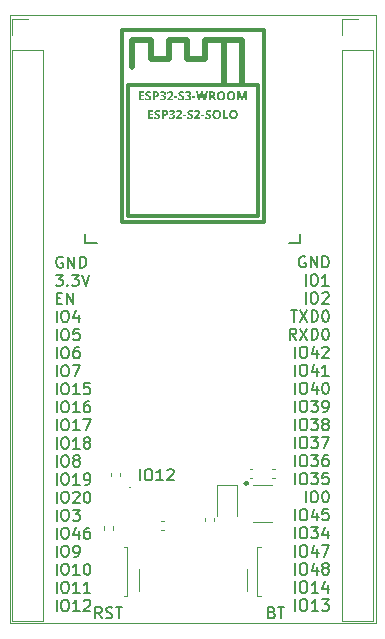
<source format=gto>
G04 #@! TF.GenerationSoftware,KiCad,Pcbnew,8.0.5-8.0.5-0~ubuntu24.04.1*
G04 #@! TF.CreationDate,2024-09-24T16:48:19+02:00*
G04 #@! TF.ProjectId,ESP32-S2_S3-WROOM_flexypin,45535033-322d-4533-925f-53332d57524f,rev?*
G04 #@! TF.SameCoordinates,Original*
G04 #@! TF.FileFunction,Legend,Top*
G04 #@! TF.FilePolarity,Positive*
%FSLAX46Y46*%
G04 Gerber Fmt 4.6, Leading zero omitted, Abs format (unit mm)*
G04 Created by KiCad (PCBNEW 8.0.5-8.0.5-0~ubuntu24.04.1) date 2024-09-24 16:48:19*
%MOMM*%
%LPD*%
G01*
G04 APERTURE LIST*
%ADD10C,0.000000*%
%ADD11C,0.500000*%
%ADD12C,0.300000*%
%ADD13C,0.150000*%
%ADD14C,0.200000*%
%ADD15C,0.120000*%
%ADD16C,0.100000*%
%ADD17C,0.250000*%
G04 #@! TA.AperFunction,Profile*
%ADD18C,0.100000*%
G04 #@! TD*
G04 APERTURE END LIST*
D10*
G36*
X146947111Y-88131358D02*
G01*
X146956123Y-88131680D01*
X146964970Y-88132218D01*
X146973651Y-88132970D01*
X146982167Y-88133937D01*
X146990518Y-88135120D01*
X146998703Y-88136517D01*
X147006723Y-88138129D01*
X147014578Y-88139957D01*
X147022268Y-88141999D01*
X147029792Y-88144256D01*
X147037151Y-88146729D01*
X147044345Y-88149416D01*
X147051373Y-88152319D01*
X147058236Y-88155437D01*
X147064933Y-88158770D01*
X147071581Y-88162155D01*
X147078031Y-88165698D01*
X147084282Y-88169398D01*
X147090335Y-88173255D01*
X147096189Y-88177269D01*
X147101844Y-88181440D01*
X147107301Y-88185768D01*
X147112559Y-88190253D01*
X147117619Y-88194895D01*
X147122481Y-88199695D01*
X147127144Y-88204651D01*
X147131608Y-88209765D01*
X147135875Y-88215036D01*
X147139942Y-88220463D01*
X147143812Y-88226048D01*
X147147483Y-88231791D01*
X147151071Y-88237529D01*
X147154427Y-88243367D01*
X147157552Y-88249304D01*
X147160446Y-88255340D01*
X147163108Y-88261475D01*
X147165539Y-88267709D01*
X147167739Y-88274042D01*
X147169706Y-88280475D01*
X147171443Y-88287006D01*
X147172948Y-88293637D01*
X147174221Y-88300367D01*
X147175263Y-88307196D01*
X147176074Y-88314124D01*
X147176652Y-88321152D01*
X147177000Y-88328279D01*
X147177116Y-88335505D01*
X147177016Y-88343268D01*
X147176719Y-88350949D01*
X147176222Y-88358547D01*
X147175528Y-88366063D01*
X147174635Y-88373496D01*
X147173543Y-88380846D01*
X147172253Y-88388114D01*
X147170765Y-88395299D01*
X147169078Y-88402401D01*
X147167193Y-88409421D01*
X147165110Y-88416358D01*
X147162828Y-88423212D01*
X147160348Y-88429983D01*
X147157669Y-88436672D01*
X147154792Y-88443277D01*
X147151717Y-88449800D01*
X147148584Y-88456278D01*
X147145268Y-88462748D01*
X147141771Y-88469209D01*
X147138092Y-88475662D01*
X147134230Y-88482108D01*
X147130187Y-88488545D01*
X147125962Y-88494974D01*
X147121555Y-88501394D01*
X147116967Y-88507807D01*
X147112196Y-88514211D01*
X147107243Y-88520607D01*
X147102108Y-88526994D01*
X147096791Y-88533374D01*
X147091293Y-88539745D01*
X147085612Y-88546107D01*
X147079749Y-88552462D01*
X147067793Y-88565327D01*
X147055209Y-88578523D01*
X147041996Y-88592049D01*
X147028154Y-88605906D01*
X147013685Y-88620094D01*
X146998587Y-88634613D01*
X146982860Y-88649463D01*
X146966506Y-88664644D01*
X146869140Y-88755663D01*
X146869140Y-88763063D01*
X147198279Y-88763063D01*
X147198287Y-88897478D01*
X146670180Y-88897478D01*
X146670180Y-88786356D01*
X146859618Y-88594797D01*
X146886805Y-88566419D01*
X146911213Y-88540554D01*
X146932841Y-88517204D01*
X146951690Y-88496370D01*
X146960124Y-88486446D01*
X146967962Y-88476788D01*
X146975205Y-88467395D01*
X146981852Y-88458266D01*
X146987903Y-88449403D01*
X146993360Y-88440805D01*
X146998221Y-88432471D01*
X147002486Y-88424402D01*
X147004408Y-88420284D01*
X147006206Y-88416134D01*
X147007880Y-88411950D01*
X147009430Y-88407734D01*
X147010856Y-88403484D01*
X147012158Y-88399202D01*
X147013335Y-88394886D01*
X147014389Y-88390537D01*
X147015319Y-88386155D01*
X147016125Y-88381741D01*
X147016806Y-88377293D01*
X147017364Y-88372812D01*
X147017798Y-88368297D01*
X147018108Y-88363750D01*
X147018293Y-88359169D01*
X147018355Y-88354555D01*
X147018256Y-88348957D01*
X147017958Y-88343541D01*
X147017462Y-88338307D01*
X147016768Y-88333255D01*
X147015875Y-88328385D01*
X147014783Y-88323696D01*
X147013493Y-88319190D01*
X147012005Y-88314866D01*
X147010318Y-88310724D01*
X147008433Y-88306763D01*
X147006350Y-88302985D01*
X147004068Y-88299389D01*
X147001588Y-88295974D01*
X146998909Y-88292741D01*
X146996032Y-88289690D01*
X146992957Y-88286821D01*
X146989844Y-88284131D01*
X146986591Y-88281615D01*
X146983197Y-88279272D01*
X146979662Y-88277103D01*
X146975987Y-88275107D01*
X146972171Y-88273284D01*
X146968215Y-88271635D01*
X146964118Y-88270160D01*
X146959881Y-88268858D01*
X146955503Y-88267729D01*
X146950984Y-88266775D01*
X146946325Y-88265993D01*
X146941526Y-88265386D01*
X146936586Y-88264952D01*
X146931505Y-88264691D01*
X146926284Y-88264605D01*
X146920869Y-88264683D01*
X146915470Y-88264919D01*
X146910088Y-88265312D01*
X146904722Y-88265862D01*
X146899372Y-88266569D01*
X146894039Y-88267433D01*
X146888722Y-88268455D01*
X146883422Y-88269633D01*
X146878138Y-88270969D01*
X146872871Y-88272462D01*
X146867620Y-88274111D01*
X146862385Y-88275918D01*
X146857167Y-88277882D01*
X146851966Y-88280003D01*
X146846781Y-88282281D01*
X146841613Y-88284716D01*
X146831230Y-88290007D01*
X146820714Y-88295828D01*
X146810066Y-88302178D01*
X146799286Y-88309057D01*
X146788373Y-88316466D01*
X146777327Y-88324404D01*
X146766148Y-88332871D01*
X146754836Y-88341867D01*
X146668059Y-88239199D01*
X146676311Y-88232121D01*
X146684662Y-88225175D01*
X146693112Y-88218362D01*
X146701660Y-88211681D01*
X146710308Y-88205133D01*
X146719055Y-88198717D01*
X146727901Y-88192433D01*
X146736846Y-88186281D01*
X146741518Y-88183276D01*
X146746272Y-88180345D01*
X146756029Y-88174705D01*
X146766117Y-88169364D01*
X146776535Y-88164320D01*
X146787284Y-88159574D01*
X146798364Y-88155125D01*
X146809775Y-88150973D01*
X146821517Y-88147120D01*
X146827677Y-88145197D01*
X146833985Y-88143399D01*
X146840443Y-88141726D01*
X146847049Y-88140176D01*
X146853804Y-88138750D01*
X146860708Y-88137448D01*
X146867760Y-88136270D01*
X146874962Y-88135217D01*
X146889812Y-88133481D01*
X146905257Y-88132242D01*
X146921297Y-88131498D01*
X146937934Y-88131250D01*
X146947111Y-88131358D01*
G37*
D11*
X152255500Y-85785967D02*
X152255500Y-82169123D01*
D10*
G36*
X149698012Y-86557159D02*
G01*
X149716371Y-86557817D01*
X149734094Y-86558912D01*
X149751180Y-86560446D01*
X149767630Y-86562418D01*
X149783443Y-86564829D01*
X149798619Y-86567677D01*
X149813158Y-86570964D01*
X149827061Y-86574689D01*
X149840327Y-86578852D01*
X149852956Y-86583453D01*
X149864949Y-86588492D01*
X149876305Y-86593970D01*
X149887025Y-86599886D01*
X149897108Y-86606239D01*
X149906554Y-86613031D01*
X149915525Y-86620270D01*
X149923916Y-86627963D01*
X149931729Y-86636111D01*
X149938964Y-86644714D01*
X149945620Y-86653772D01*
X149951697Y-86663284D01*
X149957195Y-86673252D01*
X149962114Y-86683674D01*
X149966455Y-86694551D01*
X149970217Y-86705882D01*
X149973401Y-86717668D01*
X149976005Y-86729909D01*
X149978031Y-86742605D01*
X149979478Y-86755755D01*
X149980346Y-86769359D01*
X149980636Y-86783419D01*
X149980557Y-86789851D01*
X149980321Y-86796184D01*
X149979928Y-86802418D01*
X149979378Y-86808553D01*
X149978671Y-86814588D01*
X149977807Y-86820525D01*
X149976786Y-86826362D01*
X149975607Y-86832101D01*
X149974271Y-86837740D01*
X149972779Y-86843280D01*
X149971129Y-86848721D01*
X149969322Y-86854063D01*
X149967358Y-86859305D01*
X149965237Y-86864448D01*
X149962960Y-86869492D01*
X149960525Y-86874437D01*
X149958089Y-86879158D01*
X149955546Y-86883796D01*
X149952896Y-86888352D01*
X149950139Y-86892825D01*
X149947274Y-86897216D01*
X149944302Y-86901523D01*
X149941222Y-86905749D01*
X149938035Y-86909891D01*
X149934741Y-86913951D01*
X149931338Y-86917928D01*
X149927829Y-86921823D01*
X149924212Y-86925635D01*
X149920487Y-86929365D01*
X149916655Y-86933012D01*
X149912715Y-86936576D01*
X149908668Y-86940058D01*
X149900646Y-86946524D01*
X149892460Y-86952692D01*
X149884109Y-86958562D01*
X149875593Y-86964135D01*
X149866913Y-86969410D01*
X149858067Y-86974387D01*
X149849057Y-86979066D01*
X149839881Y-86983446D01*
X150062133Y-87312586D01*
X149884330Y-87312586D01*
X149704413Y-87022600D01*
X149618697Y-87022600D01*
X149618697Y-87312586D01*
X149458892Y-87312586D01*
X149458892Y-86892435D01*
X149458892Y-86688173D01*
X149618690Y-86688173D01*
X149618690Y-86892435D01*
X149670547Y-86892435D01*
X149680290Y-86892332D01*
X149689677Y-86892022D01*
X149698709Y-86891505D01*
X149707386Y-86890781D01*
X149715708Y-86889851D01*
X149723674Y-86888714D01*
X149731285Y-86887371D01*
X149738541Y-86885820D01*
X149745441Y-86884063D01*
X149751986Y-86882100D01*
X149758175Y-86879929D01*
X149764009Y-86877552D01*
X149769487Y-86874968D01*
X149774610Y-86872178D01*
X149779378Y-86869180D01*
X149783790Y-86865976D01*
X149788019Y-86862570D01*
X149791976Y-86858965D01*
X149795660Y-86855161D01*
X149799070Y-86851159D01*
X149802208Y-86846959D01*
X149805074Y-86842560D01*
X149807666Y-86837962D01*
X149809985Y-86833166D01*
X149812032Y-86828172D01*
X149813805Y-86822979D01*
X149815306Y-86817587D01*
X149816534Y-86811997D01*
X149817489Y-86806209D01*
X149818171Y-86800222D01*
X149818581Y-86794037D01*
X149818717Y-86787653D01*
X149818572Y-86781031D01*
X149818138Y-86774656D01*
X149817415Y-86768530D01*
X149816402Y-86762652D01*
X149815100Y-86757021D01*
X149813509Y-86751639D01*
X149811628Y-86746505D01*
X149809458Y-86741618D01*
X149806998Y-86736980D01*
X149804249Y-86732589D01*
X149801211Y-86728446D01*
X149797883Y-86724551D01*
X149794265Y-86720904D01*
X149790359Y-86717505D01*
X149786162Y-86714354D01*
X149781676Y-86711451D01*
X149777013Y-86708632D01*
X149772020Y-86705995D01*
X149766695Y-86703540D01*
X149761040Y-86701267D01*
X149755054Y-86699175D01*
X149748737Y-86697266D01*
X149742089Y-86695538D01*
X149735110Y-86693993D01*
X149727801Y-86692629D01*
X149720161Y-86691447D01*
X149712190Y-86690446D01*
X149703888Y-86689628D01*
X149695255Y-86688992D01*
X149686292Y-86688537D01*
X149676998Y-86688264D01*
X149667373Y-86688173D01*
X149618690Y-86688173D01*
X149458892Y-86688173D01*
X149458892Y-86556940D01*
X149679015Y-86556940D01*
X149698012Y-86557159D01*
G37*
D11*
X146055724Y-83822771D02*
X144505782Y-83822771D01*
D10*
G36*
X143949210Y-86688173D02*
G01*
X143674041Y-86688173D01*
X143674041Y-86854334D01*
X143930160Y-86854334D01*
X143930160Y-86985567D01*
X143674041Y-86985567D01*
X143674041Y-87180300D01*
X143949210Y-87180300D01*
X143949210Y-87312586D01*
X143514236Y-87312586D01*
X143514236Y-86556940D01*
X143949210Y-86556940D01*
X143949210Y-86688173D01*
G37*
G36*
X150499573Y-86545488D02*
G01*
X150514409Y-86546058D01*
X150528907Y-86547009D01*
X150543066Y-86548340D01*
X150556887Y-86550052D01*
X150570368Y-86552144D01*
X150583510Y-86554616D01*
X150596314Y-86557468D01*
X150608778Y-86560701D01*
X150620903Y-86564314D01*
X150632690Y-86568308D01*
X150644138Y-86572682D01*
X150655246Y-86577436D01*
X150666016Y-86582571D01*
X150676446Y-86588086D01*
X150686538Y-86593981D01*
X150696297Y-86600090D01*
X150705735Y-86606514D01*
X150714850Y-86613252D01*
X150723642Y-86620305D01*
X150732113Y-86627672D01*
X150740261Y-86635353D01*
X150748087Y-86643348D01*
X150755591Y-86651658D01*
X150762772Y-86660282D01*
X150769631Y-86669220D01*
X150776167Y-86678473D01*
X150782382Y-86688039D01*
X150788274Y-86697920D01*
X150793843Y-86708115D01*
X150799090Y-86718625D01*
X150804015Y-86729448D01*
X150808757Y-86740416D01*
X150813194Y-86751623D01*
X150817324Y-86763070D01*
X150821148Y-86774757D01*
X150824667Y-86786684D01*
X150827879Y-86798850D01*
X150830786Y-86811257D01*
X150833386Y-86823903D01*
X150835681Y-86836789D01*
X150837670Y-86849915D01*
X150839353Y-86863281D01*
X150840729Y-86876887D01*
X150841800Y-86890733D01*
X150842565Y-86904819D01*
X150843024Y-86919144D01*
X150843177Y-86933706D01*
X150843024Y-86948271D01*
X150842565Y-86962608D01*
X150841800Y-86976714D01*
X150840729Y-86990588D01*
X150839353Y-87004231D01*
X150837670Y-87017642D01*
X150835681Y-87030822D01*
X150833386Y-87043770D01*
X150830786Y-87056486D01*
X150827879Y-87068971D01*
X150824667Y-87081225D01*
X150821148Y-87093247D01*
X150817324Y-87105037D01*
X150813194Y-87116595D01*
X150808757Y-87127922D01*
X150804015Y-87139017D01*
X150799092Y-87149716D01*
X150793846Y-87160117D01*
X150788277Y-87170220D01*
X150782386Y-87180026D01*
X150776172Y-87189534D01*
X150769636Y-87198744D01*
X150762777Y-87207657D01*
X150755596Y-87216272D01*
X150748093Y-87224590D01*
X150740266Y-87232610D01*
X150732118Y-87240333D01*
X150723647Y-87247758D01*
X150714853Y-87254886D01*
X150705737Y-87261716D01*
X150696299Y-87268249D01*
X150686538Y-87274485D01*
X150676444Y-87280380D01*
X150666002Y-87285895D01*
X150655213Y-87291029D01*
X150644076Y-87295783D01*
X150632592Y-87300157D01*
X150620760Y-87304151D01*
X150608581Y-87307764D01*
X150596055Y-87310997D01*
X150583181Y-87313850D01*
X150569960Y-87316322D01*
X150556391Y-87318414D01*
X150542475Y-87320125D01*
X150528212Y-87321456D01*
X150513601Y-87322407D01*
X150498642Y-87322978D01*
X150483337Y-87323168D01*
X150468157Y-87322978D01*
X150453308Y-87322407D01*
X150438789Y-87321456D01*
X150424601Y-87320125D01*
X150410744Y-87318414D01*
X150397217Y-87316322D01*
X150384021Y-87313850D01*
X150371156Y-87310997D01*
X150358621Y-87307764D01*
X150346417Y-87304151D01*
X150334543Y-87300157D01*
X150323001Y-87295783D01*
X150311788Y-87291029D01*
X150300907Y-87285895D01*
X150290356Y-87280380D01*
X150280135Y-87274485D01*
X150270372Y-87268246D01*
X150260922Y-87261702D01*
X150251786Y-87254852D01*
X150242965Y-87247695D01*
X150234457Y-87240233D01*
X150226264Y-87232465D01*
X150218385Y-87224391D01*
X150210819Y-87216011D01*
X150203568Y-87207325D01*
X150196631Y-87198333D01*
X150190008Y-87189035D01*
X150183699Y-87179431D01*
X150177704Y-87169522D01*
X150172024Y-87159306D01*
X150166657Y-87148784D01*
X150161605Y-87137957D01*
X150156992Y-87126862D01*
X150152676Y-87115535D01*
X150148657Y-87103976D01*
X150144937Y-87092186D01*
X150141514Y-87080164D01*
X150138388Y-87067911D01*
X150135560Y-87055426D01*
X150133030Y-87042709D01*
X150130797Y-87029761D01*
X150128862Y-87016581D01*
X150127225Y-87003170D01*
X150125885Y-86989527D01*
X150124843Y-86975653D01*
X150124099Y-86961548D01*
X150123653Y-86947210D01*
X150123515Y-86933702D01*
X150291785Y-86933702D01*
X150291963Y-86948324D01*
X150292496Y-86962557D01*
X150293385Y-86976402D01*
X150294629Y-86989858D01*
X150296229Y-87002926D01*
X150298184Y-87015606D01*
X150300495Y-87027896D01*
X150303162Y-87039799D01*
X150306184Y-87051312D01*
X150309561Y-87062438D01*
X150313294Y-87073174D01*
X150317383Y-87083522D01*
X150321828Y-87093481D01*
X150326628Y-87103052D01*
X150331783Y-87112234D01*
X150337295Y-87121027D01*
X150340193Y-87125194D01*
X150343199Y-87129230D01*
X150346312Y-87133132D01*
X150349533Y-87136903D01*
X150352861Y-87140541D01*
X150356296Y-87144047D01*
X150359840Y-87147420D01*
X150363490Y-87150662D01*
X150367248Y-87153770D01*
X150371114Y-87156747D01*
X150375087Y-87159591D01*
X150379167Y-87162303D01*
X150383355Y-87164883D01*
X150387650Y-87167330D01*
X150392053Y-87169645D01*
X150396564Y-87171828D01*
X150401181Y-87173879D01*
X150405907Y-87175797D01*
X150410739Y-87177583D01*
X150415680Y-87179236D01*
X150425882Y-87182147D01*
X150436515Y-87184528D01*
X150447577Y-87186380D01*
X150459070Y-87187702D01*
X150470992Y-87188496D01*
X150483344Y-87188761D01*
X150495950Y-87188496D01*
X150508101Y-87187702D01*
X150519796Y-87186380D01*
X150531038Y-87184528D01*
X150541824Y-87182147D01*
X150552155Y-87179236D01*
X150562032Y-87175797D01*
X150571453Y-87171828D01*
X150580420Y-87167330D01*
X150588932Y-87162303D01*
X150596989Y-87156747D01*
X150604592Y-87150662D01*
X150611740Y-87144047D01*
X150618432Y-87136903D01*
X150624671Y-87129230D01*
X150630454Y-87121027D01*
X150635837Y-87112234D01*
X150640872Y-87103052D01*
X150645560Y-87093482D01*
X150649901Y-87083523D01*
X150653894Y-87073176D01*
X150657540Y-87062440D01*
X150660839Y-87051315D01*
X150663791Y-87039802D01*
X150666395Y-87027900D01*
X150668652Y-87015609D01*
X150670562Y-87002930D01*
X150672125Y-86989862D01*
X150673340Y-86976405D01*
X150674208Y-86962559D01*
X150674729Y-86948325D01*
X150674903Y-86933702D01*
X150674729Y-86918956D01*
X150674208Y-86904615D01*
X150673340Y-86890679D01*
X150672125Y-86877148D01*
X150670562Y-86864023D01*
X150668652Y-86851302D01*
X150666395Y-86838987D01*
X150663791Y-86827077D01*
X150660839Y-86815572D01*
X150657540Y-86804472D01*
X150653894Y-86793777D01*
X150649901Y-86783487D01*
X150645560Y-86773602D01*
X150640872Y-86764122D01*
X150635837Y-86755048D01*
X150630454Y-86746378D01*
X150627620Y-86742210D01*
X150624675Y-86738175D01*
X150621618Y-86734273D01*
X150618449Y-86730502D01*
X150615169Y-86726864D01*
X150611777Y-86723358D01*
X150608273Y-86719985D01*
X150604658Y-86716743D01*
X150600931Y-86713634D01*
X150597092Y-86710658D01*
X150593142Y-86707814D01*
X150589081Y-86705102D01*
X150584907Y-86702522D01*
X150580622Y-86700074D01*
X150576226Y-86697759D01*
X150571717Y-86695577D01*
X150567097Y-86693526D01*
X150562366Y-86691608D01*
X150557523Y-86689822D01*
X150552568Y-86688169D01*
X150547502Y-86686647D01*
X150542324Y-86685258D01*
X150531633Y-86682877D01*
X150520496Y-86681025D01*
X150508912Y-86679702D01*
X150496881Y-86678909D01*
X150484405Y-86678644D01*
X150471924Y-86678909D01*
X150459881Y-86679702D01*
X150448277Y-86681025D01*
X150437110Y-86682877D01*
X150426382Y-86685258D01*
X150416093Y-86688169D01*
X150406241Y-86691608D01*
X150396828Y-86695577D01*
X150387853Y-86700074D01*
X150379316Y-86705102D01*
X150371217Y-86710658D01*
X150363556Y-86716743D01*
X150356334Y-86723358D01*
X150349549Y-86730502D01*
X150343203Y-86738175D01*
X150337295Y-86746378D01*
X150331783Y-86755048D01*
X150326628Y-86764122D01*
X150321828Y-86773602D01*
X150317383Y-86783487D01*
X150313294Y-86793777D01*
X150309561Y-86804472D01*
X150306184Y-86815572D01*
X150303162Y-86827077D01*
X150300495Y-86838987D01*
X150298184Y-86851302D01*
X150296229Y-86864023D01*
X150294629Y-86877148D01*
X150293385Y-86890679D01*
X150292496Y-86904615D01*
X150291963Y-86918956D01*
X150291785Y-86933702D01*
X150123515Y-86933702D01*
X150123504Y-86932642D01*
X150123653Y-86918078D01*
X150124099Y-86903753D01*
X150124843Y-86889668D01*
X150125885Y-86875823D01*
X150127225Y-86862218D01*
X150128862Y-86848853D01*
X150130797Y-86835727D01*
X150133030Y-86822842D01*
X150135560Y-86810196D01*
X150138388Y-86797789D01*
X150141514Y-86785623D01*
X150144937Y-86773696D01*
X150148657Y-86762010D01*
X150152676Y-86750563D01*
X150156992Y-86739355D01*
X150161605Y-86728388D01*
X150166657Y-86717693D01*
X150172024Y-86707305D01*
X150177704Y-86697222D01*
X150183699Y-86687445D01*
X150190008Y-86677974D01*
X150196631Y-86668809D01*
X150203568Y-86659950D01*
X150210819Y-86651397D01*
X150218385Y-86643149D01*
X150226264Y-86635208D01*
X150234457Y-86627572D01*
X150242965Y-86620242D01*
X150251786Y-86613218D01*
X150260922Y-86606500D01*
X150270372Y-86600087D01*
X150280135Y-86593981D01*
X150290358Y-86588086D01*
X150300921Y-86582571D01*
X150311822Y-86577436D01*
X150323062Y-86572682D01*
X150334642Y-86568308D01*
X150346560Y-86564314D01*
X150358818Y-86560701D01*
X150371414Y-86557468D01*
X150384350Y-86554616D01*
X150397625Y-86552144D01*
X150411239Y-86550052D01*
X150425192Y-86548340D01*
X150439485Y-86547009D01*
X150454116Y-86546058D01*
X150469087Y-86545488D01*
X150484397Y-86545298D01*
X150499573Y-86545488D01*
G37*
G36*
X145712342Y-88142080D02*
G01*
X145729668Y-88142824D01*
X145746374Y-88144065D01*
X145762460Y-88145801D01*
X145777925Y-88148033D01*
X145792771Y-88150761D01*
X145806996Y-88153986D01*
X145820602Y-88157706D01*
X145833587Y-88161923D01*
X145845952Y-88166636D01*
X145857696Y-88171845D01*
X145868821Y-88177550D01*
X145879326Y-88183751D01*
X145889210Y-88190448D01*
X145898475Y-88197642D01*
X145907119Y-88205332D01*
X145915321Y-88213323D01*
X145922995Y-88221686D01*
X145930139Y-88230421D01*
X145936753Y-88239528D01*
X145942839Y-88249008D01*
X145948395Y-88258859D01*
X145953422Y-88269083D01*
X145957920Y-88279678D01*
X145961889Y-88290646D01*
X145965328Y-88301986D01*
X145968239Y-88313698D01*
X145970620Y-88325782D01*
X145972472Y-88338239D01*
X145973794Y-88351067D01*
X145974588Y-88364267D01*
X145974853Y-88377840D01*
X145974745Y-88386014D01*
X145974423Y-88394129D01*
X145973885Y-88402187D01*
X145973133Y-88410187D01*
X145972166Y-88418129D01*
X145970983Y-88426012D01*
X145969586Y-88433838D01*
X145967974Y-88441606D01*
X145966146Y-88449317D01*
X145964104Y-88456969D01*
X145961847Y-88464563D01*
X145959374Y-88472099D01*
X145956687Y-88479578D01*
X145953784Y-88486998D01*
X145950666Y-88494361D01*
X145947333Y-88501665D01*
X145943748Y-88508722D01*
X145939874Y-88515606D01*
X145935711Y-88522316D01*
X145931259Y-88528852D01*
X145926517Y-88535214D01*
X145921486Y-88541403D01*
X145916165Y-88547418D01*
X145910556Y-88553260D01*
X145904657Y-88558928D01*
X145898469Y-88564422D01*
X145891991Y-88569742D01*
X145885224Y-88574888D01*
X145878168Y-88579861D01*
X145870822Y-88584660D01*
X145863187Y-88589285D01*
X145855262Y-88593737D01*
X145847142Y-88597966D01*
X145838659Y-88601923D01*
X145829811Y-88605606D01*
X145820600Y-88609017D01*
X145811026Y-88612155D01*
X145801087Y-88615020D01*
X145790785Y-88617613D01*
X145780119Y-88619932D01*
X145769089Y-88621979D01*
X145757696Y-88623752D01*
X145745938Y-88625253D01*
X145733817Y-88626481D01*
X145721332Y-88627436D01*
X145708483Y-88628118D01*
X145695270Y-88628528D01*
X145681693Y-88628664D01*
X145612907Y-88628664D01*
X145612907Y-88897478D01*
X145453101Y-88897478D01*
X145453101Y-88497431D01*
X145453101Y-88273066D01*
X145612868Y-88273066D01*
X145612868Y-88497431D01*
X145665786Y-88497431D01*
X145674141Y-88497327D01*
X145682274Y-88497017D01*
X145690182Y-88496501D01*
X145697868Y-88495777D01*
X145705330Y-88494847D01*
X145712569Y-88493710D01*
X145719584Y-88492366D01*
X145726377Y-88490816D01*
X145732945Y-88489059D01*
X145739291Y-88487095D01*
X145745413Y-88484925D01*
X145751312Y-88482548D01*
X145756987Y-88479964D01*
X145762439Y-88477173D01*
X145767668Y-88474176D01*
X145772674Y-88470972D01*
X145775149Y-88469220D01*
X145777545Y-88467404D01*
X145779862Y-88465523D01*
X145782101Y-88463579D01*
X145784262Y-88461571D01*
X145786344Y-88459499D01*
X145788347Y-88457362D01*
X145790272Y-88455162D01*
X145792118Y-88452897D01*
X145793886Y-88450569D01*
X145795575Y-88448176D01*
X145797185Y-88445720D01*
X145798717Y-88443199D01*
X145800170Y-88440615D01*
X145801545Y-88437966D01*
X145802841Y-88435253D01*
X145804059Y-88432476D01*
X145805198Y-88429635D01*
X145806258Y-88426730D01*
X145807240Y-88423761D01*
X145808968Y-88417631D01*
X145810382Y-88411245D01*
X145811482Y-88404602D01*
X145812267Y-88397702D01*
X145812739Y-88390547D01*
X145812896Y-88383135D01*
X145812772Y-88376363D01*
X145812400Y-88369806D01*
X145811780Y-88363464D01*
X145810911Y-88357337D01*
X145809795Y-88351425D01*
X145808431Y-88345728D01*
X145806818Y-88340246D01*
X145804958Y-88334980D01*
X145802850Y-88329928D01*
X145800493Y-88325090D01*
X145797889Y-88320468D01*
X145795036Y-88316061D01*
X145791935Y-88311869D01*
X145788587Y-88307892D01*
X145784990Y-88304130D01*
X145781145Y-88300583D01*
X145777052Y-88297251D01*
X145772712Y-88294133D01*
X145768123Y-88291231D01*
X145763286Y-88288544D01*
X145758201Y-88286072D01*
X145752868Y-88283814D01*
X145747287Y-88281772D01*
X145741458Y-88279945D01*
X145735381Y-88278333D01*
X145729056Y-88276935D01*
X145722483Y-88275753D01*
X145715662Y-88274785D01*
X145708592Y-88274033D01*
X145701275Y-88273496D01*
X145693710Y-88273173D01*
X145685897Y-88273066D01*
X145612868Y-88273066D01*
X145453101Y-88273066D01*
X145453101Y-88141832D01*
X145694396Y-88141832D01*
X145712342Y-88142080D01*
G37*
D12*
X153569778Y-97115915D02*
X142594215Y-97115915D01*
X142594215Y-85992411D01*
X153569778Y-85992411D01*
X153569778Y-97115915D01*
D10*
G36*
X144712264Y-88273066D02*
G01*
X144437102Y-88273066D01*
X144437102Y-88439226D01*
X144693221Y-88439226D01*
X144693221Y-88570459D01*
X144437102Y-88570459D01*
X144437102Y-88765192D01*
X144712264Y-88765192D01*
X144712264Y-88897478D01*
X144277289Y-88897478D01*
X144277289Y-88141832D01*
X144712264Y-88141832D01*
X144712264Y-88273066D01*
G37*
G36*
X146324718Y-88131459D02*
G01*
X146338699Y-88132017D01*
X146352301Y-88132948D01*
X146365522Y-88134250D01*
X146378362Y-88135924D01*
X146390822Y-88137971D01*
X146402902Y-88140389D01*
X146414601Y-88143180D01*
X146425920Y-88146342D01*
X146436859Y-88149877D01*
X146447418Y-88153784D01*
X146457596Y-88158062D01*
X146467394Y-88162713D01*
X146476811Y-88167735D01*
X146485849Y-88173130D01*
X146494506Y-88178896D01*
X146502836Y-88184870D01*
X146510629Y-88191149D01*
X146517884Y-88197735D01*
X146524601Y-88204627D01*
X146527758Y-88208187D01*
X146530781Y-88211824D01*
X146533670Y-88215538D01*
X146536424Y-88219328D01*
X146539044Y-88223194D01*
X146541529Y-88227137D01*
X146543880Y-88231156D01*
X146546097Y-88235252D01*
X146548179Y-88239425D01*
X146550127Y-88243674D01*
X146551941Y-88247999D01*
X146553620Y-88252401D01*
X146555165Y-88256879D01*
X146556576Y-88261434D01*
X146558994Y-88270773D01*
X146560875Y-88280419D01*
X146562218Y-88290370D01*
X146563024Y-88300627D01*
X146563293Y-88311190D01*
X146563285Y-88311167D01*
X146563099Y-88320833D01*
X146562541Y-88330251D01*
X146561610Y-88339421D01*
X146560308Y-88348343D01*
X146558634Y-88357017D01*
X146556587Y-88365442D01*
X146554169Y-88373620D01*
X146551378Y-88381549D01*
X146548216Y-88389230D01*
X146544681Y-88396663D01*
X146540775Y-88403848D01*
X146536496Y-88410785D01*
X146531846Y-88417474D01*
X146526823Y-88423915D01*
X146521429Y-88430108D01*
X146515662Y-88436052D01*
X146509755Y-88441757D01*
X146503674Y-88447231D01*
X146497419Y-88452473D01*
X146490990Y-88457484D01*
X146484388Y-88462263D01*
X146477612Y-88466811D01*
X146470663Y-88471127D01*
X146463540Y-88475212D01*
X146456244Y-88479065D01*
X146448773Y-88482687D01*
X146441129Y-88486077D01*
X146433312Y-88489235D01*
X146425321Y-88492162D01*
X146417156Y-88494857D01*
X146408818Y-88497320D01*
X146400306Y-88499552D01*
X146400306Y-88502748D01*
X146411509Y-88504204D01*
X146422365Y-88505924D01*
X146432874Y-88507908D01*
X146443035Y-88510157D01*
X146452849Y-88512671D01*
X146462316Y-88515449D01*
X146471436Y-88518491D01*
X146480208Y-88521798D01*
X146488634Y-88525370D01*
X146496712Y-88529206D01*
X146504442Y-88533307D01*
X146511826Y-88537672D01*
X146518862Y-88542302D01*
X146525551Y-88547196D01*
X146531892Y-88552356D01*
X146537887Y-88557779D01*
X146543654Y-88563455D01*
X146549050Y-88569371D01*
X146554074Y-88575527D01*
X146558725Y-88581922D01*
X146563004Y-88588557D01*
X146566911Y-88595432D01*
X146570446Y-88602547D01*
X146573609Y-88609901D01*
X146576400Y-88617496D01*
X146578819Y-88625330D01*
X146580866Y-88633404D01*
X146582540Y-88641717D01*
X146583843Y-88650271D01*
X146584773Y-88659064D01*
X146585331Y-88668097D01*
X146585517Y-88677370D01*
X146585389Y-88685523D01*
X146585005Y-88693577D01*
X146584364Y-88701531D01*
X146583467Y-88709386D01*
X146582314Y-88717142D01*
X146580904Y-88724799D01*
X146579238Y-88732356D01*
X146577316Y-88739814D01*
X146575138Y-88747172D01*
X146572703Y-88754432D01*
X146570012Y-88761592D01*
X146567064Y-88768652D01*
X146563861Y-88775613D01*
X146560400Y-88782475D01*
X146556684Y-88789237D01*
X146552711Y-88795900D01*
X146548600Y-88802299D01*
X146544209Y-88808533D01*
X146539537Y-88814602D01*
X146534584Y-88820505D01*
X146529351Y-88826243D01*
X146523836Y-88831816D01*
X146518040Y-88837223D01*
X146511963Y-88842465D01*
X146505605Y-88847542D01*
X146498966Y-88852454D01*
X146492046Y-88857200D01*
X146484845Y-88861781D01*
X146477363Y-88866196D01*
X146469600Y-88870446D01*
X146461556Y-88874531D01*
X146453231Y-88878450D01*
X146444744Y-88882038D01*
X146435951Y-88885395D01*
X146426852Y-88888520D01*
X146417447Y-88891414D01*
X146407736Y-88894076D01*
X146397719Y-88896507D01*
X146387396Y-88898706D01*
X146376767Y-88900674D01*
X146365832Y-88902410D01*
X146354592Y-88903915D01*
X146343045Y-88905189D01*
X146331193Y-88906231D01*
X146319034Y-88907041D01*
X146306570Y-88907620D01*
X146293799Y-88907967D01*
X146280723Y-88908083D01*
X146265485Y-88907922D01*
X146250462Y-88907438D01*
X146235654Y-88906632D01*
X146221061Y-88905504D01*
X146206682Y-88904053D01*
X146192519Y-88902280D01*
X146178570Y-88900184D01*
X146164836Y-88897766D01*
X146151317Y-88895026D01*
X146138013Y-88891963D01*
X146124924Y-88888578D01*
X146112050Y-88884870D01*
X146099391Y-88880840D01*
X146086948Y-88876488D01*
X146074719Y-88871813D01*
X146062705Y-88866816D01*
X146062705Y-88731348D01*
X146074942Y-88737251D01*
X146087311Y-88742791D01*
X146099813Y-88747966D01*
X146112447Y-88752778D01*
X146125213Y-88757226D01*
X146138112Y-88761310D01*
X146151143Y-88765031D01*
X146164306Y-88768389D01*
X146177666Y-88771366D01*
X146190762Y-88773946D01*
X146203593Y-88776130D01*
X146216160Y-88777916D01*
X146228462Y-88779305D01*
X146240501Y-88780298D01*
X146252275Y-88780893D01*
X146263785Y-88781092D01*
X146274297Y-88780976D01*
X146284404Y-88780629D01*
X146294106Y-88780050D01*
X146303403Y-88779239D01*
X146312295Y-88778197D01*
X146320782Y-88776924D01*
X146328864Y-88775419D01*
X146336541Y-88773683D01*
X146343813Y-88771715D01*
X146350680Y-88769515D01*
X146357142Y-88767085D01*
X146363199Y-88764422D01*
X146368851Y-88761529D01*
X146374098Y-88758404D01*
X146378939Y-88755047D01*
X146383376Y-88751459D01*
X146387604Y-88747660D01*
X146391560Y-88743671D01*
X146395243Y-88739492D01*
X146398653Y-88735123D01*
X146401790Y-88730563D01*
X146404654Y-88725813D01*
X146407246Y-88720873D01*
X146409565Y-88715742D01*
X146411611Y-88710421D01*
X146413385Y-88704910D01*
X146414885Y-88699209D01*
X146416113Y-88693317D01*
X146417068Y-88687236D01*
X146417750Y-88680963D01*
X146418160Y-88674501D01*
X146418296Y-88667849D01*
X146418234Y-88663920D01*
X146418048Y-88660075D01*
X146417738Y-88656312D01*
X146417304Y-88652632D01*
X146416747Y-88649035D01*
X146416065Y-88645521D01*
X146415259Y-88642089D01*
X146414330Y-88638741D01*
X146413276Y-88635475D01*
X146412098Y-88632291D01*
X146410796Y-88629191D01*
X146409371Y-88626173D01*
X146407821Y-88623239D01*
X146406147Y-88620387D01*
X146404349Y-88617617D01*
X146402427Y-88614931D01*
X146400348Y-88612200D01*
X146398078Y-88609559D01*
X146395619Y-88607009D01*
X146392969Y-88604550D01*
X146390130Y-88602182D01*
X146387100Y-88599904D01*
X146383880Y-88597717D01*
X146380469Y-88595621D01*
X146376869Y-88593616D01*
X146373078Y-88591702D01*
X146369097Y-88589878D01*
X146364925Y-88588145D01*
X146360563Y-88586504D01*
X146356011Y-88584953D01*
X146351269Y-88583493D01*
X146346335Y-88582125D01*
X146341316Y-88580715D01*
X146336049Y-88579397D01*
X146330534Y-88578169D01*
X146324771Y-88577032D01*
X146318759Y-88575986D01*
X146312500Y-88575031D01*
X146299237Y-88573394D01*
X146284983Y-88572120D01*
X146269736Y-88571210D01*
X146253497Y-88570664D01*
X146236266Y-88570482D01*
X146179114Y-88570482D01*
X146179114Y-88447718D01*
X146237327Y-88447718D01*
X146254259Y-88447519D01*
X146270133Y-88446924D01*
X146284949Y-88445931D01*
X146298707Y-88444542D01*
X146311408Y-88442756D01*
X146323050Y-88440572D01*
X146333635Y-88437992D01*
X146338530Y-88436553D01*
X146343162Y-88435015D01*
X146347697Y-88433261D01*
X146352042Y-88431441D01*
X146356197Y-88429555D01*
X146360162Y-88427603D01*
X146363936Y-88425585D01*
X146367521Y-88423502D01*
X146370915Y-88421352D01*
X146374119Y-88419136D01*
X146377133Y-88416854D01*
X146379956Y-88414507D01*
X146382590Y-88412093D01*
X146385033Y-88409613D01*
X146387286Y-88407067D01*
X146389349Y-88404456D01*
X146391222Y-88401778D01*
X146392905Y-88399034D01*
X146394572Y-88396100D01*
X146396132Y-88393116D01*
X146397584Y-88390082D01*
X146398928Y-88386998D01*
X146400164Y-88383865D01*
X146401294Y-88380682D01*
X146402315Y-88377449D01*
X146403229Y-88374166D01*
X146404035Y-88370834D01*
X146404734Y-88367452D01*
X146405325Y-88364021D01*
X146405809Y-88360539D01*
X146406185Y-88357008D01*
X146406454Y-88353428D01*
X146406615Y-88349797D01*
X146406669Y-88346117D01*
X146406569Y-88341159D01*
X146406272Y-88336342D01*
X146405776Y-88331666D01*
X146405081Y-88327130D01*
X146404188Y-88322735D01*
X146403096Y-88318481D01*
X146401807Y-88314367D01*
X146400318Y-88310394D01*
X146398632Y-88306562D01*
X146396746Y-88302871D01*
X146394663Y-88299320D01*
X146392381Y-88295910D01*
X146389901Y-88292641D01*
X146387222Y-88289513D01*
X146384346Y-88286525D01*
X146381270Y-88283678D01*
X146378096Y-88280859D01*
X146374656Y-88278222D01*
X146370952Y-88275767D01*
X146366984Y-88273494D01*
X146362751Y-88271403D01*
X146358253Y-88269493D01*
X146353491Y-88267766D01*
X146348464Y-88266220D01*
X146343173Y-88264856D01*
X146337616Y-88263674D01*
X146331796Y-88262674D01*
X146325710Y-88261856D01*
X146319360Y-88261219D01*
X146312745Y-88260764D01*
X146305865Y-88260492D01*
X146298720Y-88260401D01*
X146292028Y-88260475D01*
X146285443Y-88260698D01*
X146278965Y-88261070D01*
X146272595Y-88261591D01*
X146266332Y-88262261D01*
X146260177Y-88263079D01*
X146254129Y-88264046D01*
X146248188Y-88265162D01*
X146242355Y-88266427D01*
X146236629Y-88267841D01*
X146231011Y-88269404D01*
X146225499Y-88271116D01*
X146220096Y-88272976D01*
X146214799Y-88274986D01*
X146209610Y-88277144D01*
X146204528Y-88279451D01*
X146194920Y-88283949D01*
X146185675Y-88288446D01*
X146176795Y-88292944D01*
X146168278Y-88297441D01*
X146160125Y-88301939D01*
X146152335Y-88306437D01*
X146144909Y-88310934D01*
X146137847Y-88315432D01*
X146063766Y-88205362D01*
X146069380Y-88201434D01*
X146075109Y-88197589D01*
X146080955Y-88193826D01*
X146086916Y-88190146D01*
X146092993Y-88186549D01*
X146099185Y-88183035D01*
X146111918Y-88176254D01*
X146125113Y-88169805D01*
X146138772Y-88163687D01*
X146152894Y-88157900D01*
X146167480Y-88152445D01*
X146175107Y-88149881D01*
X146182907Y-88147483D01*
X146190882Y-88145250D01*
X146199030Y-88143182D01*
X146207351Y-88141280D01*
X146215847Y-88139543D01*
X146224516Y-88137972D01*
X146233358Y-88136566D01*
X146242375Y-88135326D01*
X146251565Y-88134250D01*
X146260929Y-88133341D01*
X146270467Y-88132596D01*
X146290063Y-88131604D01*
X146310355Y-88131273D01*
X146324718Y-88131459D01*
G37*
G36*
X146184057Y-86546466D02*
G01*
X146193069Y-86546788D01*
X146201916Y-86547325D01*
X146210597Y-86548078D01*
X146219113Y-86549045D01*
X146227464Y-86550227D01*
X146235649Y-86551625D01*
X146243670Y-86553237D01*
X146251524Y-86555064D01*
X146259214Y-86557107D01*
X146266738Y-86559364D01*
X146274097Y-86561837D01*
X146281291Y-86564524D01*
X146288319Y-86567427D01*
X146295182Y-86570544D01*
X146301879Y-86573877D01*
X146308526Y-86577263D01*
X146314975Y-86580806D01*
X146321225Y-86584507D01*
X146327278Y-86588364D01*
X146333131Y-86592379D01*
X146338787Y-86596550D01*
X146344244Y-86600879D01*
X146349503Y-86605365D01*
X146354563Y-86610008D01*
X146359425Y-86614808D01*
X146364088Y-86619765D01*
X146368553Y-86624879D01*
X146372820Y-86630150D01*
X146376888Y-86635578D01*
X146380758Y-86641164D01*
X146384429Y-86646906D01*
X146388017Y-86652645D01*
X146391373Y-86658482D01*
X146394499Y-86664419D01*
X146397392Y-86670455D01*
X146400054Y-86676590D01*
X146402485Y-86682824D01*
X146404685Y-86689158D01*
X146406653Y-86695590D01*
X146408389Y-86702122D01*
X146409894Y-86708752D01*
X146411167Y-86715482D01*
X146412209Y-86722311D01*
X146413020Y-86729240D01*
X146413599Y-86736267D01*
X146413946Y-86743394D01*
X146414062Y-86750620D01*
X146413962Y-86758383D01*
X146413665Y-86766064D01*
X146413168Y-86773663D01*
X146412474Y-86781178D01*
X146411581Y-86788611D01*
X146410489Y-86795962D01*
X146409199Y-86803229D01*
X146407711Y-86810414D01*
X146406024Y-86817517D01*
X146404139Y-86824536D01*
X146402056Y-86831473D01*
X146399774Y-86838327D01*
X146397294Y-86845098D01*
X146394615Y-86851787D01*
X146391739Y-86858393D01*
X146388663Y-86864916D01*
X146385530Y-86871393D01*
X146382214Y-86877863D01*
X146378717Y-86884324D01*
X146375038Y-86890778D01*
X146371176Y-86897223D01*
X146367133Y-86903660D01*
X146362908Y-86910089D01*
X146358502Y-86916510D01*
X146353913Y-86922922D01*
X146349142Y-86929326D01*
X146344189Y-86935722D01*
X146339054Y-86942110D01*
X146333738Y-86948489D01*
X146328239Y-86954860D01*
X146322558Y-86961223D01*
X146316695Y-86967577D01*
X146304739Y-86980442D01*
X146292155Y-86993638D01*
X146278942Y-87007165D01*
X146265101Y-87021022D01*
X146250631Y-87035210D01*
X146235533Y-87049729D01*
X146219806Y-87064579D01*
X146203452Y-87079760D01*
X146106086Y-87170778D01*
X146106086Y-87178179D01*
X146435226Y-87178179D01*
X146435233Y-87312586D01*
X145907127Y-87312586D01*
X145907127Y-87201464D01*
X146096564Y-87009905D01*
X146123751Y-86981528D01*
X146148159Y-86955666D01*
X146169788Y-86932318D01*
X146188636Y-86911486D01*
X146197070Y-86901562D01*
X146204908Y-86891903D01*
X146212151Y-86882510D01*
X146218798Y-86873382D01*
X146224849Y-86864518D01*
X146230306Y-86855920D01*
X146235167Y-86847586D01*
X146239432Y-86839518D01*
X146241355Y-86835400D01*
X146243153Y-86831249D01*
X146244827Y-86827066D01*
X146246377Y-86822849D01*
X146247804Y-86818599D01*
X146249106Y-86814317D01*
X146250285Y-86810001D01*
X146251339Y-86805653D01*
X146252269Y-86801271D01*
X146253076Y-86796856D01*
X146253758Y-86792408D01*
X146254317Y-86787927D01*
X146254751Y-86783413D01*
X146255061Y-86778865D01*
X146255247Y-86774284D01*
X146255309Y-86769670D01*
X146255210Y-86764072D01*
X146254912Y-86758656D01*
X146254416Y-86753422D01*
X146253721Y-86748370D01*
X146252828Y-86743500D01*
X146251737Y-86738812D01*
X146250447Y-86734306D01*
X146248959Y-86729981D01*
X146247272Y-86725839D01*
X146245387Y-86721879D01*
X146243303Y-86718100D01*
X146241022Y-86714504D01*
X146238541Y-86711089D01*
X146235863Y-86707857D01*
X146232986Y-86704806D01*
X146229911Y-86701937D01*
X146226798Y-86699244D01*
X146223544Y-86696725D01*
X146220150Y-86694380D01*
X146216616Y-86692209D01*
X146212940Y-86690212D01*
X146209124Y-86688388D01*
X146205168Y-86686738D01*
X146201071Y-86685262D01*
X146196833Y-86683959D01*
X146192455Y-86682830D01*
X146187936Y-86681875D01*
X146183276Y-86681094D01*
X146178475Y-86680486D01*
X146173534Y-86680052D01*
X146168453Y-86679791D01*
X146163230Y-86679705D01*
X146157815Y-86679783D01*
X146152416Y-86680019D01*
X146147034Y-86680412D01*
X146141668Y-86680962D01*
X146136319Y-86681669D01*
X146130985Y-86682533D01*
X146125668Y-86683555D01*
X146120368Y-86684733D01*
X146115084Y-86686069D01*
X146109817Y-86687562D01*
X146104566Y-86689211D01*
X146099331Y-86691018D01*
X146094113Y-86692982D01*
X146088912Y-86695103D01*
X146083727Y-86697381D01*
X146078559Y-86699816D01*
X146068176Y-86705107D01*
X146057661Y-86710928D01*
X146047013Y-86717278D01*
X146036232Y-86724157D01*
X146025319Y-86731566D01*
X146014273Y-86739504D01*
X146003094Y-86747971D01*
X145991782Y-86756968D01*
X145905006Y-86654306D01*
X145913257Y-86647229D01*
X145921608Y-86640283D01*
X145930058Y-86633470D01*
X145938606Y-86626789D01*
X145947254Y-86620241D01*
X145956001Y-86613824D01*
X145964847Y-86607540D01*
X145973792Y-86601389D01*
X145978464Y-86598383D01*
X145983219Y-86595452D01*
X145992975Y-86589813D01*
X146003063Y-86584472D01*
X146013481Y-86579428D01*
X146024230Y-86574681D01*
X146035310Y-86570232D01*
X146046721Y-86566081D01*
X146058463Y-86562227D01*
X146064623Y-86560305D01*
X146070932Y-86558507D01*
X146077389Y-86556833D01*
X146083995Y-86555283D01*
X146090750Y-86553858D01*
X146097654Y-86552556D01*
X146104707Y-86551378D01*
X146111908Y-86550324D01*
X146126758Y-86548589D01*
X146142203Y-86547350D01*
X146158244Y-86546606D01*
X146174880Y-86546358D01*
X146184057Y-86546466D01*
G37*
D12*
X154082000Y-97600000D02*
X142082000Y-97600000D01*
X142082000Y-81391932D01*
X154082000Y-81391932D01*
X154082000Y-97600000D01*
D10*
G36*
X148594314Y-86969683D02*
G01*
X148597538Y-86982646D01*
X148600906Y-86997196D01*
X148604419Y-87013334D01*
X148608077Y-87031061D01*
X148611714Y-87049582D01*
X148615219Y-87068102D01*
X148618595Y-87086622D01*
X148621841Y-87105143D01*
X148624799Y-87122937D01*
X148627368Y-87139275D01*
X148629548Y-87154156D01*
X148631339Y-87167582D01*
X148633130Y-87153757D01*
X148635310Y-87138742D01*
X148637879Y-87122538D01*
X148640838Y-87105143D01*
X148647212Y-87068893D01*
X148653541Y-87034235D01*
X148657111Y-87017764D01*
X148660419Y-87003279D01*
X148663463Y-86990779D01*
X148666244Y-86980265D01*
X148776313Y-86556932D01*
X148927657Y-86556932D01*
X149037726Y-86980265D01*
X149039068Y-86985027D01*
X149040441Y-86990318D01*
X149041848Y-86996139D01*
X149043287Y-87002489D01*
X149044759Y-87009368D01*
X149046263Y-87016777D01*
X149047800Y-87024715D01*
X149049369Y-87033182D01*
X149053005Y-87050778D01*
X149056511Y-87068637D01*
X149059886Y-87086761D01*
X149063132Y-87105150D01*
X149066091Y-87122944D01*
X149068660Y-87139282D01*
X149070840Y-87154164D01*
X149072631Y-87167589D01*
X149074422Y-87153765D01*
X149076602Y-87138750D01*
X149079171Y-87122545D01*
X149082130Y-87105150D01*
X149085354Y-87086629D01*
X149088722Y-87068109D01*
X149092235Y-87049590D01*
X149095893Y-87031069D01*
X149103584Y-86997204D01*
X149109656Y-86969690D01*
X149205970Y-86556940D01*
X149363631Y-86556940D01*
X149171012Y-87312586D01*
X148988982Y-87312586D01*
X148886321Y-86915712D01*
X148884592Y-86909165D01*
X148882598Y-86901161D01*
X148880341Y-86891701D01*
X148877822Y-86880785D01*
X148875585Y-86868882D01*
X148873075Y-86856448D01*
X148870292Y-86843484D01*
X148867240Y-86829988D01*
X148862216Y-86803265D01*
X148857741Y-86778131D01*
X148854064Y-86755644D01*
X148851440Y-86738970D01*
X148851101Y-86742593D01*
X148850634Y-86746580D01*
X148850039Y-86750930D01*
X148849316Y-86755644D01*
X148848464Y-86760721D01*
X148847484Y-86766161D01*
X148846375Y-86771965D01*
X148845138Y-86778131D01*
X148840663Y-86803265D01*
X148835639Y-86829988D01*
X148830342Y-86855916D01*
X148825057Y-86880785D01*
X148820281Y-86901419D01*
X148816558Y-86916765D01*
X148714957Y-87312578D01*
X148532928Y-87312578D01*
X148340308Y-86556932D01*
X148498000Y-86556932D01*
X148594314Y-86969683D01*
G37*
G36*
X150123863Y-88130380D02*
G01*
X150138700Y-88130951D01*
X150153198Y-88131901D01*
X150167357Y-88133233D01*
X150181177Y-88134944D01*
X150194658Y-88137036D01*
X150207801Y-88139508D01*
X150220604Y-88142361D01*
X150233068Y-88145594D01*
X150245194Y-88149207D01*
X150256980Y-88153200D01*
X150268428Y-88157574D01*
X150279537Y-88162328D01*
X150290306Y-88167463D01*
X150300737Y-88172978D01*
X150310828Y-88178873D01*
X150320588Y-88184984D01*
X150330025Y-88191409D01*
X150339140Y-88198148D01*
X150347933Y-88205201D01*
X150356403Y-88212569D01*
X150364551Y-88220251D01*
X150372377Y-88228246D01*
X150379881Y-88236556D01*
X150387062Y-88245180D01*
X150393921Y-88254118D01*
X150400458Y-88263370D01*
X150406672Y-88272936D01*
X150412564Y-88282816D01*
X150418134Y-88293010D01*
X150423381Y-88303518D01*
X150428306Y-88314341D01*
X150433048Y-88325308D01*
X150437484Y-88336515D01*
X150441615Y-88347962D01*
X150445439Y-88359649D01*
X150448957Y-88371576D01*
X150452170Y-88383743D01*
X150455076Y-88396149D01*
X150457677Y-88408795D01*
X150459972Y-88421682D01*
X150461960Y-88434808D01*
X150463643Y-88448174D01*
X150465020Y-88461779D01*
X150466091Y-88475625D01*
X150466855Y-88489711D01*
X150467314Y-88504037D01*
X150467467Y-88518599D01*
X150467314Y-88533163D01*
X150466855Y-88547500D01*
X150466091Y-88561606D01*
X150465020Y-88575480D01*
X150463643Y-88589123D01*
X150461960Y-88602534D01*
X150459972Y-88615714D01*
X150457677Y-88628662D01*
X150455076Y-88641379D01*
X150452170Y-88653864D01*
X150448957Y-88666117D01*
X150445439Y-88678139D01*
X150441615Y-88689929D01*
X150437484Y-88701488D01*
X150433048Y-88712814D01*
X150428306Y-88723909D01*
X150423382Y-88734608D01*
X150418136Y-88745009D01*
X150412568Y-88755112D01*
X150406676Y-88764918D01*
X150400463Y-88774426D01*
X150393927Y-88783637D01*
X150387068Y-88792549D01*
X150379887Y-88801165D01*
X150372383Y-88809482D01*
X150364557Y-88817503D01*
X150356408Y-88825225D01*
X150347937Y-88832650D01*
X150339144Y-88839778D01*
X150330028Y-88846608D01*
X150320589Y-88853141D01*
X150310828Y-88859377D01*
X150300734Y-88865272D01*
X150290292Y-88870787D01*
X150279503Y-88875922D01*
X150268366Y-88880676D01*
X150256882Y-88885050D01*
X150245051Y-88889043D01*
X150232872Y-88892656D01*
X150220346Y-88895889D01*
X150207472Y-88898742D01*
X150194251Y-88901214D01*
X150180682Y-88903306D01*
X150166766Y-88905017D01*
X150152502Y-88906349D01*
X150137891Y-88907299D01*
X150122933Y-88907870D01*
X150107627Y-88908060D01*
X150092447Y-88907870D01*
X150077598Y-88907299D01*
X150063080Y-88906349D01*
X150048892Y-88905017D01*
X150035034Y-88903306D01*
X150021508Y-88901214D01*
X150008312Y-88898742D01*
X149995446Y-88895889D01*
X149982912Y-88892656D01*
X149970707Y-88889043D01*
X149958834Y-88885050D01*
X149947291Y-88880676D01*
X149936079Y-88875922D01*
X149925197Y-88870787D01*
X149914646Y-88865272D01*
X149904426Y-88859377D01*
X149894661Y-88853139D01*
X149885210Y-88846594D01*
X149876073Y-88839744D01*
X149867251Y-88832588D01*
X149858743Y-88825126D01*
X149850549Y-88817358D01*
X149842669Y-88809284D01*
X149835104Y-88800904D01*
X149827853Y-88792219D01*
X149820916Y-88783227D01*
X149814294Y-88773930D01*
X149807985Y-88764327D01*
X149801991Y-88754418D01*
X149796312Y-88744203D01*
X149790946Y-88733683D01*
X149785895Y-88722856D01*
X149781282Y-88711761D01*
X149776966Y-88700435D01*
X149772948Y-88688876D01*
X149769227Y-88677086D01*
X149765804Y-88665064D01*
X149762679Y-88652811D01*
X149759851Y-88640326D01*
X149757320Y-88627609D01*
X149755088Y-88614661D01*
X149753153Y-88601481D01*
X149751516Y-88588070D01*
X149750176Y-88574427D01*
X149749134Y-88560553D01*
X149748390Y-88546447D01*
X149747943Y-88532110D01*
X149747805Y-88518595D01*
X149916076Y-88518595D01*
X149916254Y-88533216D01*
X149916787Y-88547450D01*
X149917676Y-88561294D01*
X149918920Y-88574751D01*
X149920520Y-88587818D01*
X149922475Y-88600498D01*
X149924786Y-88612789D01*
X149927452Y-88624691D01*
X149930474Y-88636205D01*
X149933852Y-88647330D01*
X149937585Y-88658066D01*
X149941674Y-88668414D01*
X149946118Y-88678374D01*
X149950918Y-88687944D01*
X149956074Y-88697126D01*
X149961585Y-88705919D01*
X149964483Y-88710087D01*
X149967489Y-88714122D01*
X149970602Y-88718025D01*
X149973823Y-88721795D01*
X149977151Y-88725433D01*
X149980587Y-88728939D01*
X149984130Y-88732313D01*
X149987781Y-88735554D01*
X149991539Y-88738663D01*
X149995404Y-88741639D01*
X149999377Y-88744484D01*
X150003458Y-88747196D01*
X150007646Y-88749775D01*
X150011941Y-88752223D01*
X150016344Y-88754538D01*
X150020854Y-88756721D01*
X150025472Y-88758771D01*
X150030197Y-88760689D01*
X150035030Y-88762475D01*
X150039970Y-88764129D01*
X150050173Y-88767039D01*
X150060805Y-88769420D01*
X150071868Y-88771272D01*
X150083360Y-88772595D01*
X150095283Y-88773388D01*
X150107635Y-88773653D01*
X150120240Y-88773388D01*
X150132391Y-88772595D01*
X150144087Y-88771272D01*
X150155328Y-88769420D01*
X150166114Y-88767039D01*
X150176445Y-88764129D01*
X150186322Y-88760689D01*
X150195744Y-88756721D01*
X150204710Y-88752223D01*
X150213223Y-88747196D01*
X150221280Y-88741639D01*
X150228882Y-88735554D01*
X150236030Y-88728939D01*
X150242723Y-88721795D01*
X150248961Y-88714122D01*
X150254745Y-88705919D01*
X150260127Y-88697126D01*
X150265162Y-88687944D01*
X150269850Y-88678374D01*
X150274191Y-88668415D01*
X150278184Y-88658068D01*
X150281831Y-88647332D01*
X150285130Y-88636207D01*
X150288081Y-88624694D01*
X150290686Y-88612792D01*
X150292943Y-88600501D01*
X150294853Y-88587822D01*
X150296415Y-88574754D01*
X150297631Y-88561297D01*
X150298499Y-88547452D01*
X150299020Y-88533218D01*
X150299193Y-88518595D01*
X150299020Y-88503848D01*
X150298499Y-88489507D01*
X150297631Y-88475572D01*
X150296415Y-88462041D01*
X150294853Y-88448915D01*
X150292943Y-88436195D01*
X150290686Y-88423879D01*
X150288081Y-88411969D01*
X150285130Y-88400464D01*
X150281831Y-88389364D01*
X150278184Y-88378669D01*
X150274191Y-88368379D01*
X150269850Y-88358494D01*
X150265162Y-88349015D01*
X150260127Y-88339940D01*
X150254745Y-88331270D01*
X150251911Y-88327103D01*
X150248965Y-88323068D01*
X150245908Y-88319165D01*
X150242739Y-88315394D01*
X150239459Y-88311756D01*
X150236067Y-88308250D01*
X150232563Y-88304877D01*
X150228948Y-88301636D01*
X150225221Y-88298527D01*
X150221383Y-88295550D01*
X150217433Y-88292706D01*
X150213371Y-88289994D01*
X150209198Y-88287414D01*
X150204913Y-88284967D01*
X150200516Y-88282652D01*
X150196008Y-88280469D01*
X150191388Y-88278418D01*
X150186656Y-88276500D01*
X150181813Y-88274714D01*
X150176859Y-88273061D01*
X150171792Y-88271540D01*
X150166614Y-88270151D01*
X150155923Y-88267769D01*
X150144786Y-88265917D01*
X150133202Y-88264595D01*
X150121172Y-88263801D01*
X150108695Y-88263536D01*
X150096214Y-88263801D01*
X150084171Y-88264595D01*
X150072567Y-88265917D01*
X150061401Y-88267769D01*
X150050673Y-88270151D01*
X150040383Y-88273061D01*
X150030532Y-88276500D01*
X150021118Y-88280469D01*
X150012143Y-88284967D01*
X150003606Y-88289994D01*
X149995507Y-88295550D01*
X149987847Y-88301636D01*
X149980624Y-88308250D01*
X149973840Y-88315394D01*
X149967493Y-88323068D01*
X149961585Y-88331270D01*
X149956074Y-88339940D01*
X149950918Y-88349015D01*
X149946118Y-88358494D01*
X149941674Y-88368379D01*
X149937585Y-88378669D01*
X149933852Y-88389364D01*
X149930474Y-88400464D01*
X149927452Y-88411969D01*
X149924786Y-88423879D01*
X149922475Y-88436195D01*
X149920520Y-88448915D01*
X149918920Y-88462041D01*
X149917676Y-88475572D01*
X149916787Y-88489507D01*
X149916254Y-88503848D01*
X149916076Y-88518595D01*
X149747805Y-88518595D01*
X149747794Y-88517542D01*
X149747943Y-88502977D01*
X149748390Y-88488653D01*
X149749134Y-88474568D01*
X149750176Y-88460722D01*
X149751516Y-88447116D01*
X149753153Y-88433750D01*
X149755088Y-88420624D01*
X149757320Y-88407738D01*
X149759851Y-88395091D01*
X149762679Y-88382684D01*
X149765804Y-88370517D01*
X149769227Y-88358590D01*
X149772948Y-88346903D01*
X149776966Y-88335455D01*
X149781282Y-88324248D01*
X149785895Y-88313280D01*
X149790948Y-88302585D01*
X149796314Y-88292197D01*
X149801995Y-88282114D01*
X149807990Y-88272337D01*
X149814298Y-88262866D01*
X149820921Y-88253701D01*
X149827859Y-88244842D01*
X149835110Y-88236289D01*
X149842675Y-88228042D01*
X149850554Y-88220100D01*
X149858748Y-88212464D01*
X149867255Y-88205134D01*
X149876077Y-88198110D01*
X149885213Y-88191392D01*
X149894662Y-88184980D01*
X149904426Y-88178873D01*
X149914649Y-88172978D01*
X149925211Y-88167463D01*
X149936112Y-88162328D01*
X149947353Y-88157574D01*
X149958932Y-88153200D01*
X149970850Y-88149207D01*
X149983108Y-88145594D01*
X149995705Y-88142361D01*
X150008641Y-88139508D01*
X150021915Y-88137036D01*
X150035530Y-88134944D01*
X150049483Y-88133233D01*
X150063775Y-88131901D01*
X150078407Y-88130951D01*
X150093378Y-88130380D01*
X150108687Y-88130190D01*
X150123863Y-88130380D01*
G37*
D13*
X138960000Y-99415000D02*
X139960000Y-99415000D01*
D10*
G36*
X150783912Y-88765192D02*
G01*
X151090827Y-88765192D01*
X151090827Y-88897486D01*
X150624106Y-88897478D01*
X150624106Y-88141832D01*
X150783912Y-88141832D01*
X150783912Y-88765192D01*
G37*
G36*
X151543083Y-88130380D02*
G01*
X151557920Y-88130951D01*
X151572418Y-88131901D01*
X151586577Y-88133233D01*
X151600397Y-88134944D01*
X151613878Y-88137036D01*
X151627021Y-88139508D01*
X151639824Y-88142361D01*
X151652288Y-88145594D01*
X151664414Y-88149207D01*
X151676200Y-88153200D01*
X151687648Y-88157574D01*
X151698757Y-88162328D01*
X151709526Y-88167463D01*
X151719957Y-88172978D01*
X151730048Y-88178873D01*
X151739808Y-88184984D01*
X151749245Y-88191409D01*
X151758360Y-88198148D01*
X151767153Y-88205201D01*
X151775623Y-88212569D01*
X151783771Y-88220251D01*
X151791597Y-88228246D01*
X151799101Y-88236556D01*
X151806282Y-88245180D01*
X151813141Y-88254118D01*
X151819678Y-88263370D01*
X151825892Y-88272936D01*
X151831784Y-88282816D01*
X151837354Y-88293010D01*
X151842601Y-88303518D01*
X151847526Y-88314341D01*
X151852268Y-88325308D01*
X151856704Y-88336515D01*
X151860835Y-88347962D01*
X151864659Y-88359649D01*
X151868177Y-88371576D01*
X151871390Y-88383743D01*
X151874296Y-88396149D01*
X151876897Y-88408795D01*
X151879192Y-88421682D01*
X151881180Y-88434808D01*
X151882863Y-88448174D01*
X151884240Y-88461779D01*
X151885311Y-88475625D01*
X151886075Y-88489711D01*
X151886534Y-88504037D01*
X151886687Y-88518599D01*
X151886534Y-88533163D01*
X151886075Y-88547500D01*
X151885311Y-88561606D01*
X151884240Y-88575480D01*
X151882863Y-88589123D01*
X151881180Y-88602534D01*
X151879192Y-88615714D01*
X151876897Y-88628662D01*
X151874296Y-88641379D01*
X151871390Y-88653864D01*
X151868177Y-88666117D01*
X151864659Y-88678139D01*
X151860835Y-88689929D01*
X151856704Y-88701488D01*
X151852268Y-88712814D01*
X151847526Y-88723909D01*
X151842602Y-88734608D01*
X151837356Y-88745009D01*
X151831788Y-88755112D01*
X151825896Y-88764918D01*
X151819683Y-88774426D01*
X151813147Y-88783637D01*
X151806288Y-88792549D01*
X151799107Y-88801165D01*
X151791603Y-88809482D01*
X151783777Y-88817503D01*
X151775628Y-88825225D01*
X151767157Y-88832650D01*
X151758363Y-88839778D01*
X151749247Y-88846608D01*
X151739809Y-88853141D01*
X151730048Y-88859377D01*
X151719954Y-88865272D01*
X151709512Y-88870787D01*
X151698723Y-88875922D01*
X151687586Y-88880676D01*
X151676102Y-88885050D01*
X151664271Y-88889043D01*
X151652092Y-88892656D01*
X151639566Y-88895889D01*
X151626692Y-88898742D01*
X151613471Y-88901214D01*
X151599902Y-88903306D01*
X151585986Y-88905017D01*
X151571722Y-88906349D01*
X151557111Y-88907299D01*
X151542153Y-88907870D01*
X151526847Y-88908060D01*
X151511667Y-88907870D01*
X151496818Y-88907299D01*
X151482299Y-88906349D01*
X151468112Y-88905017D01*
X151454254Y-88903306D01*
X151440728Y-88901214D01*
X151427532Y-88898742D01*
X151414666Y-88895889D01*
X151402131Y-88892656D01*
X151389927Y-88889043D01*
X151378054Y-88885050D01*
X151366511Y-88880676D01*
X151355299Y-88875922D01*
X151344417Y-88870787D01*
X151333866Y-88865272D01*
X151323646Y-88859377D01*
X151313882Y-88853139D01*
X151304432Y-88846594D01*
X151295297Y-88839744D01*
X151286475Y-88832588D01*
X151277968Y-88825126D01*
X151269774Y-88817358D01*
X151261895Y-88809284D01*
X151254330Y-88800904D01*
X151247079Y-88792219D01*
X151240141Y-88783227D01*
X151233518Y-88773930D01*
X151227210Y-88764327D01*
X151221215Y-88754418D01*
X151215534Y-88744203D01*
X151210168Y-88733683D01*
X151205115Y-88722856D01*
X151200502Y-88711761D01*
X151196186Y-88700435D01*
X151192168Y-88688876D01*
X151188447Y-88677086D01*
X151185024Y-88665064D01*
X151181899Y-88652811D01*
X151179071Y-88640326D01*
X151176540Y-88627609D01*
X151174308Y-88614661D01*
X151172373Y-88601481D01*
X151170736Y-88588070D01*
X151169396Y-88574427D01*
X151168354Y-88560553D01*
X151167610Y-88546447D01*
X151167163Y-88532110D01*
X151167025Y-88518595D01*
X151335296Y-88518595D01*
X151335473Y-88533216D01*
X151336007Y-88547450D01*
X151336895Y-88561294D01*
X151338140Y-88574751D01*
X151339740Y-88587818D01*
X151341695Y-88600498D01*
X151344006Y-88612789D01*
X151346672Y-88624691D01*
X151349694Y-88636205D01*
X151353072Y-88647330D01*
X151356805Y-88658066D01*
X151360894Y-88668414D01*
X151365338Y-88678374D01*
X151370138Y-88687944D01*
X151375294Y-88697126D01*
X151380805Y-88705919D01*
X151383703Y-88710087D01*
X151386709Y-88714122D01*
X151389822Y-88718025D01*
X151393043Y-88721795D01*
X151396371Y-88725433D01*
X151399807Y-88728939D01*
X151403350Y-88732313D01*
X151407001Y-88735554D01*
X151410759Y-88738663D01*
X151414624Y-88741639D01*
X151418597Y-88744484D01*
X151422678Y-88747196D01*
X151426866Y-88749775D01*
X151431161Y-88752223D01*
X151435564Y-88754538D01*
X151440074Y-88756721D01*
X151444692Y-88758771D01*
X151449417Y-88760689D01*
X151454250Y-88762475D01*
X151459190Y-88764129D01*
X151469393Y-88767039D01*
X151480025Y-88769420D01*
X151491088Y-88771272D01*
X151502580Y-88772595D01*
X151514502Y-88773388D01*
X151526855Y-88773653D01*
X151539460Y-88773388D01*
X151551611Y-88772595D01*
X151563307Y-88771272D01*
X151574548Y-88769420D01*
X151585334Y-88767039D01*
X151595665Y-88764129D01*
X151605542Y-88760689D01*
X151614964Y-88756721D01*
X151623930Y-88752223D01*
X151632443Y-88747196D01*
X151640500Y-88741639D01*
X151648102Y-88735554D01*
X151655250Y-88728939D01*
X151661943Y-88721795D01*
X151668181Y-88714122D01*
X151673965Y-88705919D01*
X151679347Y-88697126D01*
X151684382Y-88687944D01*
X151689070Y-88678374D01*
X151693411Y-88668415D01*
X151697404Y-88658068D01*
X151701051Y-88647332D01*
X151704350Y-88636207D01*
X151707301Y-88624694D01*
X151709906Y-88612792D01*
X151712163Y-88600501D01*
X151714073Y-88587822D01*
X151715635Y-88574754D01*
X151716851Y-88561297D01*
X151717719Y-88547452D01*
X151718240Y-88533218D01*
X151718413Y-88518595D01*
X151718240Y-88503848D01*
X151717719Y-88489507D01*
X151716851Y-88475572D01*
X151715635Y-88462041D01*
X151714073Y-88448915D01*
X151712163Y-88436195D01*
X151709906Y-88423879D01*
X151707301Y-88411969D01*
X151704350Y-88400464D01*
X151701051Y-88389364D01*
X151697404Y-88378669D01*
X151693411Y-88368379D01*
X151689070Y-88358494D01*
X151684382Y-88349015D01*
X151679347Y-88339940D01*
X151673965Y-88331270D01*
X151671131Y-88327103D01*
X151668185Y-88323068D01*
X151665128Y-88319165D01*
X151661959Y-88315394D01*
X151658679Y-88311756D01*
X151655287Y-88308250D01*
X151651783Y-88304877D01*
X151648168Y-88301636D01*
X151644441Y-88298527D01*
X151640603Y-88295550D01*
X151636653Y-88292706D01*
X151632591Y-88289994D01*
X151628418Y-88287414D01*
X151624133Y-88284967D01*
X151619736Y-88282652D01*
X151615228Y-88280469D01*
X151610608Y-88278418D01*
X151605876Y-88276500D01*
X151601033Y-88274714D01*
X151596079Y-88273061D01*
X151591012Y-88271540D01*
X151585834Y-88270151D01*
X151575143Y-88267769D01*
X151564006Y-88265917D01*
X151552422Y-88264595D01*
X151540392Y-88263801D01*
X151527915Y-88263536D01*
X151515434Y-88263801D01*
X151503391Y-88264595D01*
X151491787Y-88265917D01*
X151480621Y-88267769D01*
X151469893Y-88270151D01*
X151459603Y-88273061D01*
X151449752Y-88276500D01*
X151440338Y-88280469D01*
X151431363Y-88284967D01*
X151422826Y-88289994D01*
X151414727Y-88295550D01*
X151407067Y-88301636D01*
X151399844Y-88308250D01*
X151393060Y-88315394D01*
X151386713Y-88323068D01*
X151380805Y-88331270D01*
X151375294Y-88339940D01*
X151370138Y-88349015D01*
X151365338Y-88358494D01*
X151360894Y-88368379D01*
X151356805Y-88378669D01*
X151353072Y-88389364D01*
X151349694Y-88400464D01*
X151346672Y-88411969D01*
X151344006Y-88423879D01*
X151341695Y-88436195D01*
X151339740Y-88448915D01*
X151338140Y-88462041D01*
X151336895Y-88475572D01*
X151336007Y-88489507D01*
X151335473Y-88503848D01*
X151335296Y-88518595D01*
X151167025Y-88518595D01*
X151167014Y-88517542D01*
X151167163Y-88502977D01*
X151167610Y-88488653D01*
X151168354Y-88474568D01*
X151169396Y-88460722D01*
X151170736Y-88447116D01*
X151172373Y-88433750D01*
X151174308Y-88420624D01*
X151176540Y-88407738D01*
X151179071Y-88395091D01*
X151181899Y-88382684D01*
X151185024Y-88370517D01*
X151188447Y-88358590D01*
X151192168Y-88346903D01*
X151196186Y-88335455D01*
X151200502Y-88324248D01*
X151205115Y-88313280D01*
X151210168Y-88302585D01*
X151215534Y-88292197D01*
X151221215Y-88282114D01*
X151227210Y-88272337D01*
X151233518Y-88262866D01*
X151240141Y-88253701D01*
X151247079Y-88244842D01*
X151254330Y-88236289D01*
X151261895Y-88228042D01*
X151269774Y-88220100D01*
X151277968Y-88212464D01*
X151286475Y-88205134D01*
X151295297Y-88198110D01*
X151304432Y-88191392D01*
X151313882Y-88184980D01*
X151323646Y-88178873D01*
X151333869Y-88172978D01*
X151344431Y-88167463D01*
X151355332Y-88162328D01*
X151366573Y-88157574D01*
X151378152Y-88153200D01*
X151390070Y-88149207D01*
X151402328Y-88145594D01*
X151414925Y-88142361D01*
X151427861Y-88139508D01*
X151441135Y-88137036D01*
X151454750Y-88134944D01*
X151468703Y-88133233D01*
X151482995Y-88131901D01*
X151497627Y-88130951D01*
X151512597Y-88130380D01*
X151527907Y-88130190D01*
X151543083Y-88130380D01*
G37*
G36*
X147901962Y-88131458D02*
G01*
X147916482Y-88132103D01*
X147930804Y-88133178D01*
X147944926Y-88134683D01*
X147958850Y-88136618D01*
X147972575Y-88138984D01*
X147986101Y-88141780D01*
X147999427Y-88145006D01*
X148012988Y-88148630D01*
X148026681Y-88152616D01*
X148040506Y-88156967D01*
X148054463Y-88161680D01*
X148068551Y-88166757D01*
X148082772Y-88172197D01*
X148097125Y-88178001D01*
X148111610Y-88184168D01*
X148059753Y-88309053D01*
X148046954Y-88303910D01*
X148034487Y-88299064D01*
X148022350Y-88294516D01*
X148010543Y-88290267D01*
X147999067Y-88286315D01*
X147987921Y-88282662D01*
X147977105Y-88279305D01*
X147966621Y-88276247D01*
X147956270Y-88273519D01*
X147945854Y-88271155D01*
X147935370Y-88269153D01*
X147924820Y-88267516D01*
X147914203Y-88266242D01*
X147903519Y-88265333D01*
X147892768Y-88264787D01*
X147881949Y-88264605D01*
X147876343Y-88264687D01*
X147870902Y-88264935D01*
X147865627Y-88265349D01*
X147860517Y-88265928D01*
X147855573Y-88266672D01*
X147850794Y-88267582D01*
X147846181Y-88268657D01*
X147841733Y-88269897D01*
X147837451Y-88271303D01*
X147833333Y-88272875D01*
X147829382Y-88274611D01*
X147825595Y-88276514D01*
X147821974Y-88278581D01*
X147818518Y-88280814D01*
X147815228Y-88283212D01*
X147812102Y-88285776D01*
X147809155Y-88288472D01*
X147806397Y-88291267D01*
X147803830Y-88294161D01*
X147801454Y-88297155D01*
X147799267Y-88300247D01*
X147797270Y-88303438D01*
X147795464Y-88306729D01*
X147793848Y-88310119D01*
X147792422Y-88313608D01*
X147791186Y-88317196D01*
X147790141Y-88320883D01*
X147789285Y-88324669D01*
X147788620Y-88328555D01*
X147788145Y-88332540D01*
X147787860Y-88336624D01*
X147787765Y-88340807D01*
X147787905Y-88345769D01*
X147788327Y-88350598D01*
X147789030Y-88355295D01*
X147790013Y-88359860D01*
X147791278Y-88364292D01*
X147792824Y-88368592D01*
X147794651Y-88372759D01*
X147796760Y-88376794D01*
X147799149Y-88380696D01*
X147801819Y-88384466D01*
X147804771Y-88388104D01*
X147808004Y-88391609D01*
X147811517Y-88394982D01*
X147815312Y-88398222D01*
X147819388Y-88401331D01*
X147823745Y-88404306D01*
X147833286Y-88410291D01*
X147843918Y-88416607D01*
X147855642Y-88423255D01*
X147868457Y-88430233D01*
X147882364Y-88437543D01*
X147897362Y-88445183D01*
X147913452Y-88453155D01*
X147930633Y-88461458D01*
X147944905Y-88468372D01*
X147958615Y-88475351D01*
X147971762Y-88482397D01*
X147984346Y-88489508D01*
X147996366Y-88496685D01*
X148007824Y-88503927D01*
X148018720Y-88511236D01*
X148029052Y-88518610D01*
X148034136Y-88522355D01*
X148039071Y-88526183D01*
X148043858Y-88530093D01*
X148048495Y-88534087D01*
X148052985Y-88538163D01*
X148057325Y-88542321D01*
X148061517Y-88546563D01*
X148065559Y-88550887D01*
X148069454Y-88555294D01*
X148073199Y-88559784D01*
X148076796Y-88564356D01*
X148080244Y-88569011D01*
X148083544Y-88573748D01*
X148086695Y-88578569D01*
X148089698Y-88583472D01*
X148092551Y-88588457D01*
X148095241Y-88593560D01*
X148097758Y-88598811D01*
X148100101Y-88604211D01*
X148102270Y-88609759D01*
X148104266Y-88615456D01*
X148106089Y-88621302D01*
X148107738Y-88627296D01*
X148109213Y-88633439D01*
X148110515Y-88639731D01*
X148111643Y-88646171D01*
X148112598Y-88652760D01*
X148113379Y-88659498D01*
X148113987Y-88666385D01*
X148114421Y-88673420D01*
X148114681Y-88680604D01*
X148114768Y-88687937D01*
X148114799Y-88687929D01*
X148114513Y-88700339D01*
X148113658Y-88712435D01*
X148112232Y-88724217D01*
X148110235Y-88735685D01*
X148107668Y-88746839D01*
X148104531Y-88757679D01*
X148100823Y-88768204D01*
X148096544Y-88778416D01*
X148091695Y-88788313D01*
X148086276Y-88797896D01*
X148080286Y-88807165D01*
X148073725Y-88816119D01*
X148066594Y-88824760D01*
X148058893Y-88833086D01*
X148050620Y-88841098D01*
X148041778Y-88848795D01*
X148032541Y-88855972D01*
X148022826Y-88862686D01*
X148012631Y-88868937D01*
X148001956Y-88874726D01*
X147990803Y-88880051D01*
X147979169Y-88884913D01*
X147967056Y-88889312D01*
X147954464Y-88893249D01*
X147941392Y-88896722D01*
X147927841Y-88899732D01*
X147913810Y-88902279D01*
X147899300Y-88904363D01*
X147884310Y-88905984D01*
X147868841Y-88907141D01*
X147852892Y-88907836D01*
X147836463Y-88908068D01*
X147821613Y-88907890D01*
X147806962Y-88907357D01*
X147792510Y-88906468D01*
X147778255Y-88905224D01*
X147764200Y-88903624D01*
X147750342Y-88901669D01*
X147736683Y-88899358D01*
X147723223Y-88896691D01*
X147709961Y-88893669D01*
X147696897Y-88890292D01*
X147684032Y-88886559D01*
X147671365Y-88882470D01*
X147658896Y-88878025D01*
X147646625Y-88873225D01*
X147634553Y-88868070D01*
X147622680Y-88862558D01*
X147622680Y-88713335D01*
X147649864Y-88724776D01*
X147677445Y-88735822D01*
X147705425Y-88746471D01*
X147733802Y-88756723D01*
X147748339Y-88761189D01*
X147762843Y-88765059D01*
X147777313Y-88768333D01*
X147791749Y-88771012D01*
X147806152Y-88773096D01*
X147820521Y-88774584D01*
X147834856Y-88775476D01*
X147849158Y-88775774D01*
X147856431Y-88775687D01*
X147863430Y-88775427D01*
X147870156Y-88774993D01*
X147876610Y-88774385D01*
X147882791Y-88773603D01*
X147888698Y-88772648D01*
X147894333Y-88771519D01*
X147899695Y-88770217D01*
X147904785Y-88768741D01*
X147909601Y-88767091D01*
X147914145Y-88765267D01*
X147918415Y-88763270D01*
X147922413Y-88761098D01*
X147926138Y-88758753D01*
X147929590Y-88756235D01*
X147932769Y-88753542D01*
X147935844Y-88750587D01*
X147938721Y-88747541D01*
X147941399Y-88744403D01*
X147943880Y-88741175D01*
X147946161Y-88737856D01*
X147948245Y-88734445D01*
X147950130Y-88730944D01*
X147951817Y-88727351D01*
X147953305Y-88723667D01*
X147954595Y-88719893D01*
X147955686Y-88716027D01*
X147956579Y-88712070D01*
X147957274Y-88708021D01*
X147957770Y-88703882D01*
X147958068Y-88699651D01*
X147958167Y-88695330D01*
X147958089Y-88691791D01*
X147957853Y-88688318D01*
X147957460Y-88684911D01*
X147956910Y-88681571D01*
X147956203Y-88678297D01*
X147955338Y-88675089D01*
X147954317Y-88671947D01*
X147953138Y-88668871D01*
X147951803Y-88665861D01*
X147950310Y-88662918D01*
X147948660Y-88660041D01*
X147946854Y-88657229D01*
X147944890Y-88654484D01*
X147942769Y-88651806D01*
X147940491Y-88649193D01*
X147938056Y-88646646D01*
X147935621Y-88644145D01*
X147933078Y-88641669D01*
X147930428Y-88639217D01*
X147927670Y-88636790D01*
X147924805Y-88634388D01*
X147921833Y-88632011D01*
X147918754Y-88629658D01*
X147915567Y-88627331D01*
X147912272Y-88625028D01*
X147908870Y-88622750D01*
X147905360Y-88620497D01*
X147901743Y-88618269D01*
X147898019Y-88616065D01*
X147894186Y-88613887D01*
X147890247Y-88611734D01*
X147886199Y-88609606D01*
X147869199Y-88600478D01*
X147851008Y-88591084D01*
X147831628Y-88581426D01*
X147811057Y-88571505D01*
X147797563Y-88564889D01*
X147783540Y-88557744D01*
X147768987Y-88550072D01*
X147753905Y-88541872D01*
X147746265Y-88537259D01*
X147738691Y-88532414D01*
X147731182Y-88527337D01*
X147723740Y-88522029D01*
X147716363Y-88516489D01*
X147709053Y-88510719D01*
X147701810Y-88504717D01*
X147694633Y-88498484D01*
X147691230Y-88495135D01*
X147687901Y-88491704D01*
X147684647Y-88488190D01*
X147681467Y-88484593D01*
X147678363Y-88480914D01*
X147675332Y-88477152D01*
X147672376Y-88473308D01*
X147669495Y-88469380D01*
X147666688Y-88465370D01*
X147663955Y-88461278D01*
X147661297Y-88457102D01*
X147658714Y-88452844D01*
X147656204Y-88448503D01*
X147653770Y-88444080D01*
X147651409Y-88439573D01*
X147649123Y-88434984D01*
X147646945Y-88430296D01*
X147644907Y-88425492D01*
X147643009Y-88420572D01*
X147641253Y-88415536D01*
X147639636Y-88410385D01*
X147638161Y-88405118D01*
X147636825Y-88399736D01*
X147635631Y-88394237D01*
X147634577Y-88388624D01*
X147633663Y-88382894D01*
X147632890Y-88377049D01*
X147632258Y-88371088D01*
X147631766Y-88365011D01*
X147631414Y-88358818D01*
X147631203Y-88352510D01*
X147631133Y-88346086D01*
X147631402Y-88333564D01*
X147632208Y-88321397D01*
X147633551Y-88309586D01*
X147635432Y-88298130D01*
X147637850Y-88287030D01*
X147640806Y-88276285D01*
X147644299Y-88265896D01*
X147648329Y-88255862D01*
X147652897Y-88246184D01*
X147658002Y-88236862D01*
X147663644Y-88227895D01*
X147669825Y-88219283D01*
X147676542Y-88211028D01*
X147683797Y-88203128D01*
X147691590Y-88195583D01*
X147699920Y-88188395D01*
X147708713Y-88181474D01*
X147717895Y-88175000D01*
X147727465Y-88168972D01*
X147737424Y-88163391D01*
X147747771Y-88158256D01*
X147758507Y-88153568D01*
X147769632Y-88149326D01*
X147781145Y-88145531D01*
X147793047Y-88142182D01*
X147805338Y-88139280D01*
X147818017Y-88136824D01*
X147831085Y-88134815D01*
X147844542Y-88133252D01*
X147858387Y-88132136D01*
X147872621Y-88131466D01*
X147887244Y-88131243D01*
X147901962Y-88131458D01*
G37*
D11*
X142955840Y-82169123D02*
X142955840Y-84451296D01*
X149155616Y-83822771D02*
X147605666Y-83822771D01*
D10*
G36*
X152239120Y-87134783D02*
G01*
X152242316Y-87134783D01*
X152431754Y-86556932D01*
X152649772Y-86556932D01*
X152649772Y-87312578D01*
X152500548Y-87312578D01*
X152500548Y-86954859D01*
X152500617Y-86936206D01*
X152500823Y-86916230D01*
X152501166Y-86894931D01*
X152501647Y-86872309D01*
X152503494Y-86827065D01*
X152504844Y-86784471D01*
X152508041Y-86720972D01*
X152503837Y-86720972D01*
X152309104Y-87312578D01*
X152161857Y-87312586D01*
X151979827Y-86719919D01*
X151975623Y-86719919D01*
X151978820Y-86783419D01*
X151980919Y-86827337D01*
X151983024Y-86874437D01*
X151983941Y-86897719D01*
X151984596Y-86919943D01*
X151984990Y-86941108D01*
X151985122Y-86961214D01*
X151985122Y-87312578D01*
X151842246Y-87312578D01*
X151842246Y-86556932D01*
X152060264Y-86556932D01*
X152239120Y-87134783D01*
G37*
G36*
X145561671Y-86546567D02*
G01*
X145575653Y-86547125D01*
X145589255Y-86548055D01*
X145602475Y-86549358D01*
X145615316Y-86551032D01*
X145627776Y-86553079D01*
X145639856Y-86555497D01*
X145651555Y-86558288D01*
X145662874Y-86561450D01*
X145673813Y-86564985D01*
X145684371Y-86568891D01*
X145694549Y-86573170D01*
X145704347Y-86577820D01*
X145713765Y-86582843D01*
X145722802Y-86588237D01*
X145731460Y-86594004D01*
X145739790Y-86599977D01*
X145747582Y-86606257D01*
X145754837Y-86612843D01*
X145761555Y-86619734D01*
X145764712Y-86623295D01*
X145767735Y-86626932D01*
X145770624Y-86630645D01*
X145773378Y-86634435D01*
X145775997Y-86638302D01*
X145778483Y-86642245D01*
X145780834Y-86646264D01*
X145783051Y-86650360D01*
X145785133Y-86654533D01*
X145787081Y-86658781D01*
X145788895Y-86663107D01*
X145790574Y-86667509D01*
X145792119Y-86671987D01*
X145793529Y-86676542D01*
X145795948Y-86685881D01*
X145797828Y-86695526D01*
X145799172Y-86705477D01*
X145799978Y-86715734D01*
X145800246Y-86726297D01*
X145800231Y-86726274D01*
X145800045Y-86735941D01*
X145799487Y-86745359D01*
X145798557Y-86754529D01*
X145797254Y-86763451D01*
X145795580Y-86772124D01*
X145793533Y-86780550D01*
X145791115Y-86788727D01*
X145788324Y-86796657D01*
X145785162Y-86804338D01*
X145781627Y-86811771D01*
X145777721Y-86818956D01*
X145773442Y-86825893D01*
X145768792Y-86832582D01*
X145763769Y-86839022D01*
X145758375Y-86845215D01*
X145752608Y-86851160D01*
X145746701Y-86856865D01*
X145740620Y-86862339D01*
X145734365Y-86867581D01*
X145727936Y-86872592D01*
X145721334Y-86877371D01*
X145714559Y-86881919D01*
X145707609Y-86886235D01*
X145700486Y-86890320D01*
X145693190Y-86894173D01*
X145685719Y-86897795D01*
X145678076Y-86901185D01*
X145670258Y-86904343D01*
X145662267Y-86907270D01*
X145654102Y-86909965D01*
X145645764Y-86912428D01*
X145637252Y-86914659D01*
X145637252Y-86917856D01*
X145648455Y-86919312D01*
X145659311Y-86921032D01*
X145669820Y-86923016D01*
X145679981Y-86925265D01*
X145689796Y-86927778D01*
X145699262Y-86930556D01*
X145708382Y-86933599D01*
X145717155Y-86936906D01*
X145725580Y-86940477D01*
X145733658Y-86944314D01*
X145741388Y-86948414D01*
X145748772Y-86952780D01*
X145755808Y-86957410D01*
X145762497Y-86962304D01*
X145768838Y-86967463D01*
X145774833Y-86972887D01*
X145780601Y-86978563D01*
X145785996Y-86984479D01*
X145791020Y-86990634D01*
X145795671Y-86997030D01*
X145799950Y-87003665D01*
X145803858Y-87010540D01*
X145807393Y-87017655D01*
X145810556Y-87025009D01*
X145813346Y-87032603D01*
X145815765Y-87040438D01*
X145817812Y-87048511D01*
X145819486Y-87056825D01*
X145820789Y-87065379D01*
X145821719Y-87074172D01*
X145822277Y-87083205D01*
X145822463Y-87092478D01*
X145822335Y-87100631D01*
X145821951Y-87108684D01*
X145821310Y-87116639D01*
X145820413Y-87124494D01*
X145819260Y-87132250D01*
X145817850Y-87139906D01*
X145816185Y-87147464D01*
X145814262Y-87154922D01*
X145812084Y-87162280D01*
X145809649Y-87169539D01*
X145806958Y-87176699D01*
X145804011Y-87183760D01*
X145800807Y-87190721D01*
X145797346Y-87197583D01*
X145793630Y-87204345D01*
X145789657Y-87211008D01*
X145785547Y-87217407D01*
X145781156Y-87223641D01*
X145776484Y-87229709D01*
X145771531Y-87235613D01*
X145766297Y-87241351D01*
X145760782Y-87246923D01*
X145754986Y-87252331D01*
X145748909Y-87257573D01*
X145742551Y-87262650D01*
X145735912Y-87267561D01*
X145728992Y-87272308D01*
X145721791Y-87276888D01*
X145714309Y-87281304D01*
X145706546Y-87285554D01*
X145698502Y-87289639D01*
X145690177Y-87293558D01*
X145681689Y-87297146D01*
X145672894Y-87300503D01*
X145663794Y-87303628D01*
X145654389Y-87306521D01*
X145644677Y-87309184D01*
X145634660Y-87311614D01*
X145624336Y-87313814D01*
X145613708Y-87315782D01*
X145602773Y-87317518D01*
X145591533Y-87319023D01*
X145579986Y-87320296D01*
X145568134Y-87321338D01*
X145555977Y-87322149D01*
X145543513Y-87322728D01*
X145530744Y-87323075D01*
X145517669Y-87323191D01*
X145502431Y-87323029D01*
X145487408Y-87322546D01*
X145472600Y-87321740D01*
X145458007Y-87320611D01*
X145443628Y-87319161D01*
X145429465Y-87317387D01*
X145415516Y-87315292D01*
X145401782Y-87312874D01*
X145388263Y-87310133D01*
X145374959Y-87307071D01*
X145361870Y-87303685D01*
X145348996Y-87299978D01*
X145336338Y-87295948D01*
X145323894Y-87291595D01*
X145311665Y-87286920D01*
X145299651Y-87281923D01*
X145299651Y-87146456D01*
X145311888Y-87152359D01*
X145324257Y-87157899D01*
X145336759Y-87163074D01*
X145349393Y-87167886D01*
X145362159Y-87172334D01*
X145375058Y-87176418D01*
X145388089Y-87180139D01*
X145401252Y-87183496D01*
X145414612Y-87186474D01*
X145427708Y-87189054D01*
X145440539Y-87191237D01*
X145453106Y-87193024D01*
X145465409Y-87194413D01*
X145477447Y-87195405D01*
X145489221Y-87196001D01*
X145500732Y-87196199D01*
X145511244Y-87196084D01*
X145521351Y-87195736D01*
X145531053Y-87195157D01*
X145540350Y-87194347D01*
X145549242Y-87193305D01*
X145557728Y-87192032D01*
X145565810Y-87190527D01*
X145573487Y-87188790D01*
X145580759Y-87186822D01*
X145587626Y-87184623D01*
X145594088Y-87182192D01*
X145600145Y-87179530D01*
X145605797Y-87176636D01*
X145611044Y-87173511D01*
X145615885Y-87170155D01*
X145620322Y-87166567D01*
X145624552Y-87162768D01*
X145628508Y-87158779D01*
X145632192Y-87154600D01*
X145635603Y-87150230D01*
X145638741Y-87145671D01*
X145641606Y-87140921D01*
X145644198Y-87135980D01*
X145646518Y-87130850D01*
X145648564Y-87125529D01*
X145650338Y-87120018D01*
X145651839Y-87114317D01*
X145653067Y-87108425D01*
X145654022Y-87102343D01*
X145654704Y-87096071D01*
X145655113Y-87089609D01*
X145655250Y-87082956D01*
X145655188Y-87079028D01*
X145655002Y-87075183D01*
X145654692Y-87071420D01*
X145654258Y-87067740D01*
X145653700Y-87064143D01*
X145653019Y-87060629D01*
X145652213Y-87057197D01*
X145651283Y-87053848D01*
X145650230Y-87050582D01*
X145649052Y-87047399D01*
X145647750Y-87044299D01*
X145646324Y-87041281D01*
X145644775Y-87038346D01*
X145643101Y-87035494D01*
X145641303Y-87032725D01*
X145639381Y-87030039D01*
X145637301Y-87027308D01*
X145635032Y-87024667D01*
X145632572Y-87022117D01*
X145629922Y-87019658D01*
X145627082Y-87017289D01*
X145624052Y-87015012D01*
X145620831Y-87012825D01*
X145617420Y-87010729D01*
X145613819Y-87008724D01*
X145610028Y-87006809D01*
X145606047Y-87004986D01*
X145601876Y-87003253D01*
X145597514Y-87001612D01*
X145592963Y-87000061D01*
X145588221Y-86998601D01*
X145583289Y-86997232D01*
X145578270Y-86995823D01*
X145573003Y-86994504D01*
X145567488Y-86993277D01*
X145561724Y-86992140D01*
X145555713Y-86991094D01*
X145549454Y-86990139D01*
X145536191Y-86988502D01*
X145521936Y-86987228D01*
X145506690Y-86986318D01*
X145490451Y-86985772D01*
X145473220Y-86985590D01*
X145416068Y-86985590D01*
X145416068Y-86862825D01*
X145474280Y-86862825D01*
X145491212Y-86862627D01*
X145507086Y-86862031D01*
X145521903Y-86861039D01*
X145535661Y-86859650D01*
X145548361Y-86857863D01*
X145560004Y-86855680D01*
X145570589Y-86853100D01*
X145575484Y-86851661D01*
X145580115Y-86850122D01*
X145584651Y-86848369D01*
X145588996Y-86846549D01*
X145593151Y-86844663D01*
X145597116Y-86842711D01*
X145600890Y-86840693D01*
X145604475Y-86838609D01*
X145607869Y-86836460D01*
X145611073Y-86834244D01*
X145614086Y-86831962D01*
X145616910Y-86829614D01*
X145619543Y-86827201D01*
X145621987Y-86824721D01*
X145624240Y-86822175D01*
X145626303Y-86819563D01*
X145628176Y-86816886D01*
X145629859Y-86814142D01*
X145631526Y-86811208D01*
X145633086Y-86808223D01*
X145634537Y-86805190D01*
X145635882Y-86802106D01*
X145637118Y-86798973D01*
X145638247Y-86795789D01*
X145639269Y-86792557D01*
X145640183Y-86789274D01*
X145640989Y-86785942D01*
X145641688Y-86782560D01*
X145642279Y-86779128D01*
X145642763Y-86775647D01*
X145643139Y-86772116D01*
X145643408Y-86768535D01*
X145643569Y-86764905D01*
X145643622Y-86761225D01*
X145643523Y-86756267D01*
X145643226Y-86751450D01*
X145642729Y-86746773D01*
X145642035Y-86742238D01*
X145641142Y-86737843D01*
X145640050Y-86733588D01*
X145638760Y-86729475D01*
X145637272Y-86725502D01*
X145635585Y-86721670D01*
X145633700Y-86717979D01*
X145631617Y-86714428D01*
X145629335Y-86711018D01*
X145626855Y-86707749D01*
X145624176Y-86704620D01*
X145621299Y-86701633D01*
X145618224Y-86698786D01*
X145615049Y-86695967D01*
X145611610Y-86693330D01*
X145607906Y-86690875D01*
X145603937Y-86688602D01*
X145599704Y-86686511D01*
X145595207Y-86684601D01*
X145590445Y-86682874D01*
X145585418Y-86681328D01*
X145580126Y-86679964D01*
X145574570Y-86678782D01*
X145568749Y-86677782D01*
X145562664Y-86676963D01*
X145556314Y-86676327D01*
X145549699Y-86675872D01*
X145542819Y-86675599D01*
X145535674Y-86675508D01*
X145528982Y-86675583D01*
X145522397Y-86675806D01*
X145515919Y-86676178D01*
X145509549Y-86676699D01*
X145503286Y-86677368D01*
X145497130Y-86678187D01*
X145491082Y-86679154D01*
X145485142Y-86680270D01*
X145479309Y-86681535D01*
X145473583Y-86682949D01*
X145467964Y-86684512D01*
X145462453Y-86686223D01*
X145457049Y-86688084D01*
X145451753Y-86690093D01*
X145446564Y-86692252D01*
X145441482Y-86694559D01*
X145431873Y-86699057D01*
X145422629Y-86703554D01*
X145413748Y-86708052D01*
X145405232Y-86712549D01*
X145397079Y-86717047D01*
X145389289Y-86721544D01*
X145381863Y-86726042D01*
X145374801Y-86730539D01*
X145300719Y-86620470D01*
X145306333Y-86616542D01*
X145312063Y-86612696D01*
X145317908Y-86608934D01*
X145323869Y-86605254D01*
X145329946Y-86601657D01*
X145336139Y-86598142D01*
X145348871Y-86591362D01*
X145362067Y-86584913D01*
X145375726Y-86578795D01*
X145389848Y-86573008D01*
X145404433Y-86567553D01*
X145412060Y-86564989D01*
X145419861Y-86562590D01*
X145427835Y-86560358D01*
X145435983Y-86558290D01*
X145444305Y-86556388D01*
X145452800Y-86554651D01*
X145461469Y-86553080D01*
X145470312Y-86551674D01*
X145479329Y-86550433D01*
X145488519Y-86549358D01*
X145497883Y-86548449D01*
X145507420Y-86547704D01*
X145527017Y-86546712D01*
X145547309Y-86546381D01*
X145561671Y-86546567D01*
G37*
G36*
X149071532Y-88678408D02*
G01*
X148794250Y-88678408D01*
X148794250Y-88549288D01*
X149071532Y-88549288D01*
X149071532Y-88678408D01*
G37*
D13*
X138960000Y-98635000D02*
X138960000Y-99415000D01*
D11*
X144505782Y-82169123D02*
X142955840Y-82169123D01*
D10*
G36*
X145102669Y-88131458D02*
G01*
X145117189Y-88132103D01*
X145131510Y-88133178D01*
X145145633Y-88134683D01*
X145159557Y-88136618D01*
X145173282Y-88138984D01*
X145186807Y-88141780D01*
X145200133Y-88145006D01*
X145213692Y-88148630D01*
X145227383Y-88152616D01*
X145241207Y-88156967D01*
X145255163Y-88161680D01*
X145269252Y-88166757D01*
X145283474Y-88172197D01*
X145297828Y-88178001D01*
X145312316Y-88184168D01*
X145260459Y-88309053D01*
X145247661Y-88303910D01*
X145235193Y-88299064D01*
X145223056Y-88294516D01*
X145211249Y-88290267D01*
X145199773Y-88286315D01*
X145188627Y-88282662D01*
X145177812Y-88279305D01*
X145167327Y-88276247D01*
X145156977Y-88273519D01*
X145146560Y-88271155D01*
X145136077Y-88269153D01*
X145125527Y-88267516D01*
X145114909Y-88266242D01*
X145104225Y-88265333D01*
X145093474Y-88264787D01*
X145082656Y-88264605D01*
X145077050Y-88264687D01*
X145071609Y-88264935D01*
X145066334Y-88265349D01*
X145061224Y-88265928D01*
X145056280Y-88266672D01*
X145051501Y-88267582D01*
X145046887Y-88268657D01*
X145042440Y-88269897D01*
X145038157Y-88271303D01*
X145034040Y-88272875D01*
X145030088Y-88274611D01*
X145026302Y-88276514D01*
X145022681Y-88278581D01*
X145019225Y-88280814D01*
X145015934Y-88283212D01*
X145012809Y-88285776D01*
X145009861Y-88288472D01*
X145007104Y-88291267D01*
X145004537Y-88294161D01*
X145002160Y-88297155D01*
X144999973Y-88300247D01*
X144997977Y-88303438D01*
X144996171Y-88306729D01*
X144994555Y-88310119D01*
X144993129Y-88313608D01*
X144991893Y-88317196D01*
X144990847Y-88320883D01*
X144989992Y-88324669D01*
X144989327Y-88328555D01*
X144988851Y-88332540D01*
X144988566Y-88336624D01*
X144988471Y-88340807D01*
X144988612Y-88345769D01*
X144989033Y-88350598D01*
X144989736Y-88355295D01*
X144990720Y-88359860D01*
X144991985Y-88364292D01*
X144993531Y-88368592D01*
X144995358Y-88372759D01*
X144997466Y-88376794D01*
X144999855Y-88380696D01*
X145002526Y-88384466D01*
X145005477Y-88388104D01*
X145008710Y-88391609D01*
X145012224Y-88394982D01*
X145016018Y-88398222D01*
X145020094Y-88401331D01*
X145024451Y-88404306D01*
X145033992Y-88410291D01*
X145044625Y-88416607D01*
X145056349Y-88423255D01*
X145069164Y-88430233D01*
X145083072Y-88437543D01*
X145098072Y-88445183D01*
X145114163Y-88453155D01*
X145131347Y-88461458D01*
X145145619Y-88468372D01*
X145159329Y-88475351D01*
X145172476Y-88482397D01*
X145185060Y-88489508D01*
X145197081Y-88496685D01*
X145208539Y-88503927D01*
X145219434Y-88511236D01*
X145229766Y-88518610D01*
X145234850Y-88522355D01*
X145239785Y-88526183D01*
X145244572Y-88530093D01*
X145249210Y-88534087D01*
X145253699Y-88538163D01*
X145258039Y-88542321D01*
X145262231Y-88546563D01*
X145266274Y-88550887D01*
X145270168Y-88555294D01*
X145273913Y-88559784D01*
X145277510Y-88564356D01*
X145280959Y-88569011D01*
X145284258Y-88573748D01*
X145287409Y-88578569D01*
X145290412Y-88583472D01*
X145293265Y-88588457D01*
X145295958Y-88593560D01*
X145298477Y-88598811D01*
X145300822Y-88604211D01*
X145302993Y-88609759D01*
X145304990Y-88615456D01*
X145306814Y-88621302D01*
X145308464Y-88627296D01*
X145309940Y-88633439D01*
X145311243Y-88639731D01*
X145312372Y-88646171D01*
X145313327Y-88652760D01*
X145314108Y-88659498D01*
X145314716Y-88666385D01*
X145315150Y-88673420D01*
X145315411Y-88680604D01*
X145315497Y-88687937D01*
X145315513Y-88687929D01*
X145315227Y-88700339D01*
X145314372Y-88712435D01*
X145312945Y-88724217D01*
X145310948Y-88735685D01*
X145308381Y-88746839D01*
X145305242Y-88757679D01*
X145301534Y-88768204D01*
X145297255Y-88778416D01*
X145292405Y-88788313D01*
X145286985Y-88797896D01*
X145280994Y-88807165D01*
X145274433Y-88816119D01*
X145267302Y-88824760D01*
X145259600Y-88833086D01*
X145251327Y-88841098D01*
X145242484Y-88848795D01*
X145233248Y-88855972D01*
X145223532Y-88862686D01*
X145213337Y-88868937D01*
X145202663Y-88874726D01*
X145191509Y-88880051D01*
X145179876Y-88884913D01*
X145167763Y-88889312D01*
X145155171Y-88893249D01*
X145142099Y-88896722D01*
X145128547Y-88899732D01*
X145114517Y-88902279D01*
X145100006Y-88904363D01*
X145085016Y-88905984D01*
X145069547Y-88907141D01*
X145053598Y-88907836D01*
X145037170Y-88908068D01*
X145022320Y-88907890D01*
X145007669Y-88907357D01*
X144993216Y-88906468D01*
X144978962Y-88905224D01*
X144964906Y-88903624D01*
X144951049Y-88901669D01*
X144937390Y-88899358D01*
X144923929Y-88896691D01*
X144910667Y-88893669D01*
X144897603Y-88890292D01*
X144884738Y-88886559D01*
X144872071Y-88882470D01*
X144859602Y-88878025D01*
X144847332Y-88873225D01*
X144835260Y-88868070D01*
X144823386Y-88862558D01*
X144823386Y-88713335D01*
X144850570Y-88724776D01*
X144878152Y-88735822D01*
X144906131Y-88746471D01*
X144934508Y-88756723D01*
X144949046Y-88761189D01*
X144963549Y-88765059D01*
X144978019Y-88768333D01*
X144992456Y-88771012D01*
X145006858Y-88773096D01*
X145021227Y-88774584D01*
X145035563Y-88775476D01*
X145049865Y-88775774D01*
X145057137Y-88775687D01*
X145064136Y-88775427D01*
X145070863Y-88774993D01*
X145077316Y-88774385D01*
X145083497Y-88773603D01*
X145089405Y-88772648D01*
X145095040Y-88771519D01*
X145100402Y-88770217D01*
X145105491Y-88768741D01*
X145110308Y-88767091D01*
X145114851Y-88765267D01*
X145119122Y-88763270D01*
X145123119Y-88761098D01*
X145126844Y-88758753D01*
X145130296Y-88756235D01*
X145133475Y-88753542D01*
X145136551Y-88750587D01*
X145139427Y-88747541D01*
X145142106Y-88744403D01*
X145144586Y-88741175D01*
X145146868Y-88737856D01*
X145148951Y-88734445D01*
X145150836Y-88730944D01*
X145152523Y-88727351D01*
X145154011Y-88723667D01*
X145155301Y-88719893D01*
X145156393Y-88716027D01*
X145157286Y-88712070D01*
X145157981Y-88708021D01*
X145158477Y-88703882D01*
X145158774Y-88699651D01*
X145158874Y-88695330D01*
X145158795Y-88691791D01*
X145158559Y-88688318D01*
X145158166Y-88684911D01*
X145157616Y-88681571D01*
X145156909Y-88678297D01*
X145156045Y-88675089D01*
X145155023Y-88671947D01*
X145153845Y-88668871D01*
X145152509Y-88665861D01*
X145151017Y-88662918D01*
X145149367Y-88660041D01*
X145147560Y-88657229D01*
X145145596Y-88654484D01*
X145143475Y-88651806D01*
X145141197Y-88649193D01*
X145138763Y-88646646D01*
X145136327Y-88644145D01*
X145133784Y-88641669D01*
X145131134Y-88639217D01*
X145128377Y-88636790D01*
X145125512Y-88634388D01*
X145122540Y-88632011D01*
X145119460Y-88629658D01*
X145116273Y-88627331D01*
X145112978Y-88625028D01*
X145109576Y-88622750D01*
X145106067Y-88620497D01*
X145102450Y-88618269D01*
X145098725Y-88616065D01*
X145094893Y-88613887D01*
X145090953Y-88611734D01*
X145086906Y-88609606D01*
X145069905Y-88600478D01*
X145051715Y-88591084D01*
X145032334Y-88581426D01*
X145011764Y-88571505D01*
X144998270Y-88564889D01*
X144984246Y-88557744D01*
X144969694Y-88550072D01*
X144954612Y-88541872D01*
X144946972Y-88537259D01*
X144939397Y-88532414D01*
X144931889Y-88527337D01*
X144924446Y-88522029D01*
X144917070Y-88516489D01*
X144909760Y-88510719D01*
X144902516Y-88504717D01*
X144895339Y-88498484D01*
X144891936Y-88495135D01*
X144888607Y-88491704D01*
X144885353Y-88488190D01*
X144882174Y-88484593D01*
X144879069Y-88480914D01*
X144876039Y-88477152D01*
X144873083Y-88473308D01*
X144870201Y-88469380D01*
X144867394Y-88465370D01*
X144864662Y-88461278D01*
X144862004Y-88457102D01*
X144859420Y-88452844D01*
X144856911Y-88448503D01*
X144854476Y-88444080D01*
X144852116Y-88439573D01*
X144849830Y-88434984D01*
X144847651Y-88430296D01*
X144845613Y-88425492D01*
X144843716Y-88420572D01*
X144841959Y-88415536D01*
X144840343Y-88410385D01*
X144838867Y-88405118D01*
X144837532Y-88399736D01*
X144836337Y-88394237D01*
X144835283Y-88388624D01*
X144834369Y-88382894D01*
X144833596Y-88377049D01*
X144832964Y-88371088D01*
X144832472Y-88365011D01*
X144832121Y-88358818D01*
X144831910Y-88352510D01*
X144831840Y-88346086D01*
X144832108Y-88333564D01*
X144832914Y-88321397D01*
X144834258Y-88309586D01*
X144836138Y-88298130D01*
X144838557Y-88287030D01*
X144841512Y-88276285D01*
X144845005Y-88265896D01*
X144849035Y-88255862D01*
X144853603Y-88246184D01*
X144858708Y-88236862D01*
X144864351Y-88227895D01*
X144870531Y-88219283D01*
X144877249Y-88211028D01*
X144884504Y-88203128D01*
X144892296Y-88195583D01*
X144900626Y-88188395D01*
X144909419Y-88181474D01*
X144918601Y-88175000D01*
X144928171Y-88168972D01*
X144938130Y-88163391D01*
X144948478Y-88158256D01*
X144959214Y-88153568D01*
X144970338Y-88149326D01*
X144981852Y-88145531D01*
X144993754Y-88142182D01*
X145006044Y-88139280D01*
X145018724Y-88136824D01*
X145031792Y-88134815D01*
X145045248Y-88133252D01*
X145059094Y-88132136D01*
X145073328Y-88131466D01*
X145087951Y-88131243D01*
X145102669Y-88131458D01*
G37*
G36*
X147542243Y-88678408D02*
G01*
X147264960Y-88678408D01*
X147264960Y-88549288D01*
X147542243Y-88549288D01*
X147542243Y-88678408D01*
G37*
G36*
X149431244Y-88131458D02*
G01*
X149445764Y-88132103D01*
X149460085Y-88133178D01*
X149474208Y-88134683D01*
X149488132Y-88136618D01*
X149501857Y-88138984D01*
X149515382Y-88141780D01*
X149528709Y-88145006D01*
X149542267Y-88148630D01*
X149555958Y-88152616D01*
X149569782Y-88156967D01*
X149583738Y-88161680D01*
X149597827Y-88166757D01*
X149612049Y-88172197D01*
X149626404Y-88178001D01*
X149640891Y-88184168D01*
X149589034Y-88309053D01*
X149576236Y-88303910D01*
X149563768Y-88299064D01*
X149551631Y-88294516D01*
X149539825Y-88290267D01*
X149528348Y-88286315D01*
X149517202Y-88282662D01*
X149506387Y-88279305D01*
X149495902Y-88276247D01*
X149485552Y-88273519D01*
X149475135Y-88271155D01*
X149464652Y-88269153D01*
X149454102Y-88267516D01*
X149443485Y-88266242D01*
X149432800Y-88265333D01*
X149422049Y-88264787D01*
X149411231Y-88264605D01*
X149405625Y-88264687D01*
X149400184Y-88264935D01*
X149394909Y-88265349D01*
X149389799Y-88265928D01*
X149384855Y-88266672D01*
X149380076Y-88267582D01*
X149375463Y-88268657D01*
X149371015Y-88269897D01*
X149366732Y-88271303D01*
X149362615Y-88272875D01*
X149358663Y-88274611D01*
X149354877Y-88276514D01*
X149351256Y-88278581D01*
X149347800Y-88280814D01*
X149344509Y-88283212D01*
X149341384Y-88285776D01*
X149338436Y-88288472D01*
X149335679Y-88291267D01*
X149333112Y-88294161D01*
X149330735Y-88297155D01*
X149328549Y-88300247D01*
X149326552Y-88303438D01*
X149324746Y-88306729D01*
X149323130Y-88310119D01*
X149321704Y-88313608D01*
X149320468Y-88317196D01*
X149319422Y-88320883D01*
X149318567Y-88324669D01*
X149317902Y-88328555D01*
X149317426Y-88332540D01*
X149317141Y-88336624D01*
X149317046Y-88340807D01*
X149317187Y-88345769D01*
X149317608Y-88350598D01*
X149318311Y-88355295D01*
X149319295Y-88359860D01*
X149320560Y-88364292D01*
X149322106Y-88368592D01*
X149323933Y-88372759D01*
X149326041Y-88376794D01*
X149328431Y-88380696D01*
X149331101Y-88384466D01*
X149334053Y-88388104D01*
X149337285Y-88391609D01*
X149340799Y-88394982D01*
X149344594Y-88398222D01*
X149348669Y-88401331D01*
X149353026Y-88404306D01*
X149362567Y-88410291D01*
X149373200Y-88416607D01*
X149384924Y-88423255D01*
X149397739Y-88430233D01*
X149411647Y-88437543D01*
X149426647Y-88445183D01*
X149442738Y-88453155D01*
X149459922Y-88461458D01*
X149474194Y-88468372D01*
X149487904Y-88475351D01*
X149501051Y-88482397D01*
X149513635Y-88489508D01*
X149525656Y-88496685D01*
X149537114Y-88503927D01*
X149548009Y-88511236D01*
X149558341Y-88518610D01*
X149563425Y-88522355D01*
X149568360Y-88526183D01*
X149573147Y-88530093D01*
X149577785Y-88534087D01*
X149582274Y-88538163D01*
X149586614Y-88542321D01*
X149590806Y-88546563D01*
X149594849Y-88550887D01*
X149598743Y-88555294D01*
X149602489Y-88559784D01*
X149606085Y-88564356D01*
X149609534Y-88569011D01*
X149612833Y-88573748D01*
X149615984Y-88578569D01*
X149618987Y-88583472D01*
X149621841Y-88588457D01*
X149624533Y-88593560D01*
X149627052Y-88598811D01*
X149629397Y-88604211D01*
X149631568Y-88609759D01*
X149633566Y-88615456D01*
X149635389Y-88621302D01*
X149637039Y-88627296D01*
X149638516Y-88633439D01*
X149639818Y-88639731D01*
X149640947Y-88646171D01*
X149641902Y-88652760D01*
X149642683Y-88659498D01*
X149643291Y-88666385D01*
X149643725Y-88673420D01*
X149643986Y-88680604D01*
X149644073Y-88687937D01*
X149644088Y-88687929D01*
X149643803Y-88700339D01*
X149642947Y-88712435D01*
X149641520Y-88724217D01*
X149639523Y-88735685D01*
X149636956Y-88746839D01*
X149633818Y-88757679D01*
X149630109Y-88768204D01*
X149625830Y-88778416D01*
X149620980Y-88788313D01*
X149615560Y-88797896D01*
X149609569Y-88807165D01*
X149603008Y-88816119D01*
X149595877Y-88824760D01*
X149588175Y-88833086D01*
X149579902Y-88841098D01*
X149571059Y-88848795D01*
X149561823Y-88855972D01*
X149552108Y-88862686D01*
X149541912Y-88868937D01*
X149531238Y-88874726D01*
X149520084Y-88880051D01*
X149508451Y-88884913D01*
X149496338Y-88889312D01*
X149483746Y-88893249D01*
X149470674Y-88896722D01*
X149457123Y-88899732D01*
X149443092Y-88902279D01*
X149428581Y-88904363D01*
X149413592Y-88905984D01*
X149398122Y-88907141D01*
X149382173Y-88907836D01*
X149365745Y-88908068D01*
X149350895Y-88907890D01*
X149336244Y-88907357D01*
X149321791Y-88906468D01*
X149307537Y-88905224D01*
X149293481Y-88903624D01*
X149279624Y-88901669D01*
X149265965Y-88899358D01*
X149252504Y-88896691D01*
X149239242Y-88893669D01*
X149226179Y-88890292D01*
X149213313Y-88886559D01*
X149200646Y-88882470D01*
X149188177Y-88878025D01*
X149175907Y-88873225D01*
X149163835Y-88868070D01*
X149151961Y-88862558D01*
X149151961Y-88713335D01*
X149179150Y-88724776D01*
X149206733Y-88735822D01*
X149234711Y-88746471D01*
X149263084Y-88756723D01*
X149277621Y-88761189D01*
X149292124Y-88765059D01*
X149306594Y-88768333D01*
X149321031Y-88771012D01*
X149335433Y-88773096D01*
X149349803Y-88774584D01*
X149364138Y-88775476D01*
X149378440Y-88775774D01*
X149385712Y-88775687D01*
X149392711Y-88775427D01*
X149399438Y-88774993D01*
X149405891Y-88774385D01*
X149412072Y-88773603D01*
X149417980Y-88772648D01*
X149423615Y-88771519D01*
X149428977Y-88770217D01*
X149434066Y-88768741D01*
X149438883Y-88767091D01*
X149443426Y-88765267D01*
X149447697Y-88763270D01*
X149451695Y-88761098D01*
X149455419Y-88758753D01*
X149458871Y-88756235D01*
X149462051Y-88753542D01*
X149465126Y-88750587D01*
X149468002Y-88747541D01*
X149470681Y-88744403D01*
X149473161Y-88741175D01*
X149475443Y-88737856D01*
X149477526Y-88734445D01*
X149479412Y-88730944D01*
X149481098Y-88727351D01*
X149482587Y-88723667D01*
X149483876Y-88719893D01*
X149484968Y-88716027D01*
X149485861Y-88712070D01*
X149486556Y-88708021D01*
X149487052Y-88703882D01*
X149487350Y-88699651D01*
X149487449Y-88695330D01*
X149487370Y-88691791D01*
X149487134Y-88688318D01*
X149486742Y-88684911D01*
X149486191Y-88681571D01*
X149485484Y-88678297D01*
X149484620Y-88675089D01*
X149483599Y-88671947D01*
X149482420Y-88668871D01*
X149481084Y-88665861D01*
X149479592Y-88662918D01*
X149477942Y-88660041D01*
X149476135Y-88657229D01*
X149474171Y-88654484D01*
X149472050Y-88651806D01*
X149469773Y-88649193D01*
X149467338Y-88646646D01*
X149464902Y-88644145D01*
X149462359Y-88641669D01*
X149459709Y-88639217D01*
X149456952Y-88636790D01*
X149454087Y-88634388D01*
X149451115Y-88632011D01*
X149448035Y-88629658D01*
X149444848Y-88627331D01*
X149441554Y-88625028D01*
X149438152Y-88622750D01*
X149434642Y-88620497D01*
X149431025Y-88618269D01*
X149427300Y-88616065D01*
X149423468Y-88613887D01*
X149419528Y-88611734D01*
X149415481Y-88609606D01*
X149398480Y-88600478D01*
X149380290Y-88591084D01*
X149360910Y-88581426D01*
X149340339Y-88571505D01*
X149326845Y-88564889D01*
X149312821Y-88557744D01*
X149298269Y-88550072D01*
X149283187Y-88541872D01*
X149275547Y-88537259D01*
X149267972Y-88532414D01*
X149260464Y-88527337D01*
X149253021Y-88522029D01*
X149245645Y-88516489D01*
X149238335Y-88510719D01*
X149231091Y-88504717D01*
X149223914Y-88498484D01*
X149220511Y-88495135D01*
X149217183Y-88491704D01*
X149213929Y-88488190D01*
X149210749Y-88484593D01*
X149207644Y-88480914D01*
X149204614Y-88477152D01*
X149201658Y-88473308D01*
X149198776Y-88469380D01*
X149195969Y-88465370D01*
X149193237Y-88461278D01*
X149190579Y-88457102D01*
X149187995Y-88452844D01*
X149185486Y-88448503D01*
X149183051Y-88444080D01*
X149180691Y-88439573D01*
X149178405Y-88434984D01*
X149176226Y-88430296D01*
X149174188Y-88425492D01*
X149172291Y-88420572D01*
X149170534Y-88415536D01*
X149168918Y-88410385D01*
X149167442Y-88405118D01*
X149166107Y-88399736D01*
X149164912Y-88394237D01*
X149163858Y-88388624D01*
X149162945Y-88382894D01*
X149162172Y-88377049D01*
X149161539Y-88371088D01*
X149161047Y-88365011D01*
X149160696Y-88358818D01*
X149160485Y-88352510D01*
X149160415Y-88346086D01*
X149160683Y-88333564D01*
X149161489Y-88321397D01*
X149162833Y-88309586D01*
X149164714Y-88298130D01*
X149167132Y-88287030D01*
X149170087Y-88276285D01*
X149173580Y-88265896D01*
X149177610Y-88255862D01*
X149182178Y-88246184D01*
X149187283Y-88236862D01*
X149192926Y-88227895D01*
X149199106Y-88219283D01*
X149205824Y-88211028D01*
X149213079Y-88203128D01*
X149220871Y-88195583D01*
X149229201Y-88188395D01*
X149237994Y-88181474D01*
X149247176Y-88175000D01*
X149256746Y-88168972D01*
X149266705Y-88163391D01*
X149277053Y-88158256D01*
X149287789Y-88153568D01*
X149298913Y-88149326D01*
X149310427Y-88145531D01*
X149322329Y-88142182D01*
X149334619Y-88139280D01*
X149347299Y-88136824D01*
X149360367Y-88134815D01*
X149373823Y-88133252D01*
X149387669Y-88132136D01*
X149401903Y-88131466D01*
X149416526Y-88131243D01*
X149431244Y-88131458D01*
G37*
G36*
X147696330Y-86546567D02*
G01*
X147710312Y-86547125D01*
X147723913Y-86548055D01*
X147737134Y-86549358D01*
X147749975Y-86551032D01*
X147762435Y-86553079D01*
X147774515Y-86555497D01*
X147786214Y-86558288D01*
X147797533Y-86561450D01*
X147808472Y-86564985D01*
X147819030Y-86568891D01*
X147829208Y-86573170D01*
X147839006Y-86577820D01*
X147848424Y-86582843D01*
X147857461Y-86588237D01*
X147866119Y-86594004D01*
X147874449Y-86599977D01*
X147882241Y-86606257D01*
X147889496Y-86612843D01*
X147896214Y-86619734D01*
X147899371Y-86623295D01*
X147902394Y-86626932D01*
X147905282Y-86630645D01*
X147908036Y-86634435D01*
X147910656Y-86638302D01*
X147913142Y-86642245D01*
X147915493Y-86646264D01*
X147917709Y-86650360D01*
X147919792Y-86654533D01*
X147921740Y-86658781D01*
X147923553Y-86663107D01*
X147925233Y-86667509D01*
X147926778Y-86671987D01*
X147928188Y-86676542D01*
X147930606Y-86685881D01*
X147932487Y-86695526D01*
X147933830Y-86705477D01*
X147934636Y-86715734D01*
X147934905Y-86726297D01*
X147934890Y-86726274D01*
X147934704Y-86735941D01*
X147934146Y-86745359D01*
X147933215Y-86754529D01*
X147931913Y-86763451D01*
X147930239Y-86772124D01*
X147928192Y-86780550D01*
X147925774Y-86788727D01*
X147922983Y-86796657D01*
X147919821Y-86804338D01*
X147916286Y-86811771D01*
X147912380Y-86818956D01*
X147908101Y-86825893D01*
X147903451Y-86832582D01*
X147898428Y-86839022D01*
X147893034Y-86845215D01*
X147887267Y-86851160D01*
X147881360Y-86856865D01*
X147875278Y-86862339D01*
X147869024Y-86867581D01*
X147862595Y-86872592D01*
X147855993Y-86877371D01*
X147849217Y-86881919D01*
X147842268Y-86886235D01*
X147835145Y-86890320D01*
X147827848Y-86894173D01*
X147820378Y-86897795D01*
X147812734Y-86901185D01*
X147804917Y-86904343D01*
X147796926Y-86907270D01*
X147788761Y-86909965D01*
X147780423Y-86912428D01*
X147771911Y-86914659D01*
X147771911Y-86917856D01*
X147783114Y-86919312D01*
X147793970Y-86921032D01*
X147804479Y-86923016D01*
X147814640Y-86925265D01*
X147824454Y-86927778D01*
X147833921Y-86930556D01*
X147843041Y-86933599D01*
X147851813Y-86936906D01*
X147860239Y-86940477D01*
X147868316Y-86944314D01*
X147876047Y-86948414D01*
X147883431Y-86952780D01*
X147890467Y-86957410D01*
X147897156Y-86962304D01*
X147903497Y-86967463D01*
X147909492Y-86972887D01*
X147915259Y-86978563D01*
X147920655Y-86984479D01*
X147925678Y-86990634D01*
X147930330Y-86997030D01*
X147934609Y-87003665D01*
X147938516Y-87010540D01*
X147942051Y-87017655D01*
X147945214Y-87025009D01*
X147948005Y-87032603D01*
X147950424Y-87040438D01*
X147952471Y-87048511D01*
X147954145Y-87056825D01*
X147955447Y-87065379D01*
X147956378Y-87074172D01*
X147956936Y-87083205D01*
X147957122Y-87092478D01*
X147956994Y-87100631D01*
X147956609Y-87108684D01*
X147955969Y-87116639D01*
X147955072Y-87124494D01*
X147953919Y-87132250D01*
X147952509Y-87139906D01*
X147950843Y-87147464D01*
X147948921Y-87154922D01*
X147946743Y-87162280D01*
X147944308Y-87169539D01*
X147941617Y-87176699D01*
X147938669Y-87183760D01*
X147935466Y-87190721D01*
X147932005Y-87197583D01*
X147928289Y-87204345D01*
X147924316Y-87211008D01*
X147920205Y-87217407D01*
X147915814Y-87223641D01*
X147911142Y-87229709D01*
X147906189Y-87235613D01*
X147900955Y-87241351D01*
X147895441Y-87246923D01*
X147889645Y-87252331D01*
X147883568Y-87257573D01*
X147877210Y-87262650D01*
X147870571Y-87267561D01*
X147863651Y-87272308D01*
X147856450Y-87276888D01*
X147848968Y-87281304D01*
X147841205Y-87285554D01*
X147833161Y-87289639D01*
X147824836Y-87293558D01*
X147816349Y-87297146D01*
X147807556Y-87300503D01*
X147798457Y-87303628D01*
X147789052Y-87306521D01*
X147779341Y-87309184D01*
X147769324Y-87311614D01*
X147759001Y-87313814D01*
X147748372Y-87315782D01*
X147737437Y-87317518D01*
X147726197Y-87319023D01*
X147714650Y-87320296D01*
X147702797Y-87321338D01*
X147690639Y-87322149D01*
X147678174Y-87322728D01*
X147665404Y-87323075D01*
X147652328Y-87323191D01*
X147637090Y-87323029D01*
X147622067Y-87322546D01*
X147607259Y-87321740D01*
X147592666Y-87320611D01*
X147578287Y-87319161D01*
X147564123Y-87317387D01*
X147550175Y-87315292D01*
X147536441Y-87312874D01*
X147522922Y-87310133D01*
X147509618Y-87307071D01*
X147496529Y-87303685D01*
X147483655Y-87299978D01*
X147470996Y-87295948D01*
X147458553Y-87291595D01*
X147446324Y-87286920D01*
X147434310Y-87281923D01*
X147434310Y-87146456D01*
X147446547Y-87152359D01*
X147458916Y-87157899D01*
X147471418Y-87163074D01*
X147484052Y-87167886D01*
X147496818Y-87172334D01*
X147509717Y-87176418D01*
X147522747Y-87180139D01*
X147535911Y-87183496D01*
X147549271Y-87186474D01*
X147562367Y-87189054D01*
X147575198Y-87191237D01*
X147587765Y-87193024D01*
X147600067Y-87194413D01*
X147612106Y-87195405D01*
X147623880Y-87196001D01*
X147635390Y-87196199D01*
X147645902Y-87196084D01*
X147656009Y-87195736D01*
X147665711Y-87195157D01*
X147675008Y-87194347D01*
X147683900Y-87193305D01*
X147692387Y-87192032D01*
X147700469Y-87190527D01*
X147708146Y-87188790D01*
X147715418Y-87186822D01*
X147722285Y-87184623D01*
X147728747Y-87182192D01*
X147734804Y-87179530D01*
X147740456Y-87176636D01*
X147745702Y-87173511D01*
X147750544Y-87170155D01*
X147754981Y-87166567D01*
X147759211Y-87162768D01*
X147763167Y-87158779D01*
X147766851Y-87154600D01*
X147770262Y-87150230D01*
X147773400Y-87145671D01*
X147776265Y-87140921D01*
X147778857Y-87135980D01*
X147781177Y-87130850D01*
X147783223Y-87125529D01*
X147784997Y-87120018D01*
X147786498Y-87114317D01*
X147787726Y-87108425D01*
X147788681Y-87102343D01*
X147789363Y-87096071D01*
X147789772Y-87089609D01*
X147789908Y-87082956D01*
X147789847Y-87079028D01*
X147789661Y-87075183D01*
X147789351Y-87071420D01*
X147788917Y-87067740D01*
X147788359Y-87064143D01*
X147787678Y-87060629D01*
X147786872Y-87057197D01*
X147785942Y-87053848D01*
X147784888Y-87050582D01*
X147783711Y-87047399D01*
X147782409Y-87044299D01*
X147780983Y-87041281D01*
X147779433Y-87038346D01*
X147777759Y-87035494D01*
X147775961Y-87032725D01*
X147774039Y-87030039D01*
X147771960Y-87027308D01*
X147769691Y-87024667D01*
X147767232Y-87022117D01*
X147764582Y-87019658D01*
X147761742Y-87017289D01*
X147758712Y-87015012D01*
X147755492Y-87012825D01*
X147752082Y-87010729D01*
X147748481Y-87008724D01*
X147744690Y-87006809D01*
X147740709Y-87004986D01*
X147736538Y-87003253D01*
X147732176Y-87001612D01*
X147727624Y-87000061D01*
X147722881Y-86998601D01*
X147717948Y-86997232D01*
X147712929Y-86995823D01*
X147707662Y-86994504D01*
X147702146Y-86993277D01*
X147696383Y-86992140D01*
X147690372Y-86991094D01*
X147684113Y-86990139D01*
X147670850Y-86988502D01*
X147656595Y-86987228D01*
X147641348Y-86986318D01*
X147625110Y-86985772D01*
X147607879Y-86985590D01*
X147550727Y-86985590D01*
X147550727Y-86862825D01*
X147608939Y-86862825D01*
X147625871Y-86862627D01*
X147641745Y-86862031D01*
X147656561Y-86861039D01*
X147670320Y-86859650D01*
X147683020Y-86857863D01*
X147694663Y-86855680D01*
X147705247Y-86853100D01*
X147710143Y-86851661D01*
X147714774Y-86850122D01*
X147719310Y-86848369D01*
X147723655Y-86846549D01*
X147727810Y-86844663D01*
X147731775Y-86842711D01*
X147735549Y-86840693D01*
X147739133Y-86838609D01*
X147742527Y-86836460D01*
X147745731Y-86834244D01*
X147748745Y-86831962D01*
X147751569Y-86829614D01*
X147754202Y-86827201D01*
X147756646Y-86824721D01*
X147758899Y-86822175D01*
X147760962Y-86819563D01*
X147762835Y-86816886D01*
X147764518Y-86814142D01*
X147766185Y-86811208D01*
X147767744Y-86808223D01*
X147769196Y-86805190D01*
X147770540Y-86802106D01*
X147771777Y-86798973D01*
X147772906Y-86795789D01*
X147773928Y-86792557D01*
X147774841Y-86789274D01*
X147775648Y-86785942D01*
X147776346Y-86782560D01*
X147776938Y-86779128D01*
X147777421Y-86775647D01*
X147777798Y-86772116D01*
X147778066Y-86768535D01*
X147778228Y-86764905D01*
X147778281Y-86761225D01*
X147778182Y-86756267D01*
X147777884Y-86751450D01*
X147777388Y-86746773D01*
X147776694Y-86742238D01*
X147775800Y-86737843D01*
X147774709Y-86733588D01*
X147773419Y-86729475D01*
X147771931Y-86725502D01*
X147770244Y-86721670D01*
X147768359Y-86717979D01*
X147766276Y-86714428D01*
X147763994Y-86711018D01*
X147761514Y-86707749D01*
X147758835Y-86704620D01*
X147755958Y-86701633D01*
X147752883Y-86698786D01*
X147749708Y-86695967D01*
X147746269Y-86693330D01*
X147742565Y-86690875D01*
X147738596Y-86688602D01*
X147734363Y-86686511D01*
X147729866Y-86684601D01*
X147725103Y-86682874D01*
X147720077Y-86681328D01*
X147714785Y-86679964D01*
X147709229Y-86678782D01*
X147703408Y-86677782D01*
X147697323Y-86676963D01*
X147690972Y-86676327D01*
X147684357Y-86675872D01*
X147677478Y-86675599D01*
X147670333Y-86675508D01*
X147663640Y-86675583D01*
X147657055Y-86675806D01*
X147650578Y-86676178D01*
X147644207Y-86676699D01*
X147637945Y-86677368D01*
X147631789Y-86678187D01*
X147625741Y-86679154D01*
X147619801Y-86680270D01*
X147613967Y-86681535D01*
X147608242Y-86682949D01*
X147602623Y-86684512D01*
X147597112Y-86686223D01*
X147591708Y-86688084D01*
X147586412Y-86690093D01*
X147581222Y-86692252D01*
X147576140Y-86694559D01*
X147566532Y-86699057D01*
X147557288Y-86703554D01*
X147548407Y-86708052D01*
X147539890Y-86712549D01*
X147531737Y-86717047D01*
X147523948Y-86721544D01*
X147516522Y-86726042D01*
X147509460Y-86730539D01*
X147435378Y-86620470D01*
X147440992Y-86616542D01*
X147446722Y-86612696D01*
X147452567Y-86608934D01*
X147458528Y-86605254D01*
X147464605Y-86601657D01*
X147470798Y-86598142D01*
X147483530Y-86591362D01*
X147496726Y-86584913D01*
X147510385Y-86578795D01*
X147524507Y-86573008D01*
X147539092Y-86567553D01*
X147546721Y-86564989D01*
X147554522Y-86562590D01*
X147562498Y-86560358D01*
X147570646Y-86558290D01*
X147578969Y-86556388D01*
X147587465Y-86554651D01*
X147596134Y-86553080D01*
X147604977Y-86551674D01*
X147613993Y-86550433D01*
X147623183Y-86549358D01*
X147632547Y-86548449D01*
X147642084Y-86547704D01*
X147661678Y-86546712D01*
X147681968Y-86546381D01*
X147696330Y-86546567D01*
G37*
D11*
X146055724Y-82169123D02*
X146055724Y-83822771D01*
X147605666Y-82169123D02*
X146055724Y-82169123D01*
D10*
G36*
X148308478Y-87093508D02*
G01*
X148031196Y-87093508D01*
X148031196Y-86964396D01*
X148308478Y-86964396D01*
X148308478Y-87093508D01*
G37*
G36*
X147138901Y-86546581D02*
G01*
X147153421Y-86547226D01*
X147167742Y-86548301D01*
X147181865Y-86549806D01*
X147195789Y-86551741D01*
X147209514Y-86554107D01*
X147223039Y-86556903D01*
X147236365Y-86560129D01*
X147249924Y-86563753D01*
X147263615Y-86567739D01*
X147277439Y-86572090D01*
X147291395Y-86576803D01*
X147305484Y-86581880D01*
X147319706Y-86587320D01*
X147334060Y-86593124D01*
X147348548Y-86599291D01*
X147296691Y-86724176D01*
X147283893Y-86719033D01*
X147271425Y-86714187D01*
X147259288Y-86709639D01*
X147247481Y-86705390D01*
X147236005Y-86701438D01*
X147224859Y-86697785D01*
X147214044Y-86694428D01*
X147203559Y-86691370D01*
X147193209Y-86688642D01*
X147182792Y-86686277D01*
X147172309Y-86684276D01*
X147161758Y-86682639D01*
X147151141Y-86681365D01*
X147140457Y-86680456D01*
X147129706Y-86679910D01*
X147118888Y-86679728D01*
X147113282Y-86679810D01*
X147107841Y-86680058D01*
X147102566Y-86680472D01*
X147097456Y-86681051D01*
X147092512Y-86681795D01*
X147087733Y-86682705D01*
X147083119Y-86683780D01*
X147078672Y-86685020D01*
X147074389Y-86686426D01*
X147070272Y-86687998D01*
X147066320Y-86689734D01*
X147062534Y-86691637D01*
X147058913Y-86693704D01*
X147055457Y-86695937D01*
X147052166Y-86698335D01*
X147049041Y-86700899D01*
X147046093Y-86703595D01*
X147043336Y-86706390D01*
X147040769Y-86709284D01*
X147038392Y-86712278D01*
X147036205Y-86715370D01*
X147034209Y-86718561D01*
X147032403Y-86721852D01*
X147030787Y-86725242D01*
X147029361Y-86728731D01*
X147028125Y-86732319D01*
X147027079Y-86736006D01*
X147026224Y-86739792D01*
X147025559Y-86743678D01*
X147025083Y-86747663D01*
X147024798Y-86751747D01*
X147024703Y-86755930D01*
X147024844Y-86760892D01*
X147025265Y-86765721D01*
X147025968Y-86770418D01*
X147026952Y-86774983D01*
X147028217Y-86779415D01*
X147029763Y-86783715D01*
X147031590Y-86787882D01*
X147033698Y-86791917D01*
X147036087Y-86795819D01*
X147038758Y-86799589D01*
X147041709Y-86803227D01*
X147044942Y-86806732D01*
X147048456Y-86810105D01*
X147052250Y-86813345D01*
X147056326Y-86816454D01*
X147060683Y-86819429D01*
X147070224Y-86825414D01*
X147080856Y-86831730D01*
X147092580Y-86838378D01*
X147105395Y-86845356D01*
X147119302Y-86852666D01*
X147134300Y-86860306D01*
X147150390Y-86868278D01*
X147167571Y-86876581D01*
X147181844Y-86883495D01*
X147195553Y-86890474D01*
X147208701Y-86897520D01*
X147221285Y-86904631D01*
X147233307Y-86911808D01*
X147244766Y-86919050D01*
X147255663Y-86926359D01*
X147265998Y-86933733D01*
X147271082Y-86937478D01*
X147276017Y-86941306D01*
X147280804Y-86945216D01*
X147285442Y-86949210D01*
X147289931Y-86953286D01*
X147294271Y-86957444D01*
X147298463Y-86961686D01*
X147302506Y-86966010D01*
X147306400Y-86970417D01*
X147310145Y-86974907D01*
X147313742Y-86979479D01*
X147317191Y-86984134D01*
X147320490Y-86988871D01*
X147323641Y-86993692D01*
X147326644Y-86998595D01*
X147329497Y-87003580D01*
X147332187Y-87008683D01*
X147334704Y-87013934D01*
X147337047Y-87019334D01*
X147339216Y-87024882D01*
X147341212Y-87030579D01*
X147343035Y-87036425D01*
X147344684Y-87042419D01*
X147346159Y-87048562D01*
X147347461Y-87054854D01*
X147348589Y-87061294D01*
X147349544Y-87067883D01*
X147350325Y-87074621D01*
X147350933Y-87081508D01*
X147351367Y-87088543D01*
X147351627Y-87095727D01*
X147351714Y-87103060D01*
X147351745Y-87103037D01*
X147351459Y-87115447D01*
X147350604Y-87127543D01*
X147349177Y-87139325D01*
X147347180Y-87150793D01*
X147344613Y-87161947D01*
X147341474Y-87172786D01*
X147337766Y-87183312D01*
X147333487Y-87193523D01*
X147328637Y-87203421D01*
X147323217Y-87213004D01*
X147317226Y-87222273D01*
X147310665Y-87231227D01*
X147303534Y-87239867D01*
X147295832Y-87248194D01*
X147287559Y-87256205D01*
X147278716Y-87263903D01*
X147269480Y-87271080D01*
X147259764Y-87277794D01*
X147249569Y-87284045D01*
X147238895Y-87289833D01*
X147227741Y-87295159D01*
X147216108Y-87300021D01*
X147203995Y-87304420D01*
X147191403Y-87308356D01*
X147178331Y-87311829D01*
X147164779Y-87314840D01*
X147150749Y-87317387D01*
X147136238Y-87319471D01*
X147121248Y-87321091D01*
X147105779Y-87322249D01*
X147089830Y-87322944D01*
X147073402Y-87323175D01*
X147058552Y-87322998D01*
X147043901Y-87322464D01*
X147029448Y-87321576D01*
X147015194Y-87320331D01*
X147001138Y-87318732D01*
X146987281Y-87316776D01*
X146973622Y-87314465D01*
X146960161Y-87311799D01*
X146946899Y-87308777D01*
X146933835Y-87305399D01*
X146920970Y-87301666D01*
X146908303Y-87297577D01*
X146895834Y-87293133D01*
X146883564Y-87288333D01*
X146871492Y-87283177D01*
X146859618Y-87277666D01*
X146859618Y-87128443D01*
X146886807Y-87139884D01*
X146914390Y-87150929D01*
X146942368Y-87161579D01*
X146970740Y-87171831D01*
X146985278Y-87176297D01*
X146999781Y-87180167D01*
X147014251Y-87183441D01*
X147028688Y-87186120D01*
X147043090Y-87188203D01*
X147057459Y-87189691D01*
X147071795Y-87190584D01*
X147086097Y-87190882D01*
X147093369Y-87190795D01*
X147100368Y-87190534D01*
X147107095Y-87190100D01*
X147113548Y-87189493D01*
X147119729Y-87188712D01*
X147125637Y-87187757D01*
X147131272Y-87186628D01*
X147136634Y-87185327D01*
X147141723Y-87183851D01*
X147146540Y-87182202D01*
X147151083Y-87180380D01*
X147155354Y-87178384D01*
X147159351Y-87176214D01*
X147163076Y-87173871D01*
X147166528Y-87171355D01*
X147169707Y-87168665D01*
X147172783Y-87165710D01*
X147175659Y-87162664D01*
X147178338Y-87159526D01*
X147180818Y-87156298D01*
X147183100Y-87152979D01*
X147185183Y-87149568D01*
X147187068Y-87146067D01*
X147188755Y-87142474D01*
X147190243Y-87138790D01*
X147191533Y-87135016D01*
X147192625Y-87131150D01*
X147193518Y-87127193D01*
X147194213Y-87123144D01*
X147194709Y-87119005D01*
X147195006Y-87114774D01*
X147195106Y-87110453D01*
X147195027Y-87106914D01*
X147194791Y-87103441D01*
X147194398Y-87100034D01*
X147193848Y-87096694D01*
X147193141Y-87093420D01*
X147192277Y-87090212D01*
X147191255Y-87087070D01*
X147190077Y-87083994D01*
X147188741Y-87080984D01*
X147187249Y-87078041D01*
X147185599Y-87075164D01*
X147183792Y-87072352D01*
X147181828Y-87069607D01*
X147179707Y-87066929D01*
X147177429Y-87064316D01*
X147174995Y-87061769D01*
X147172559Y-87059268D01*
X147170016Y-87056792D01*
X147167366Y-87054340D01*
X147164609Y-87051913D01*
X147161744Y-87049511D01*
X147158772Y-87047134D01*
X147155692Y-87044781D01*
X147152505Y-87042454D01*
X147149210Y-87040151D01*
X147145808Y-87037873D01*
X147142299Y-87035620D01*
X147138682Y-87033392D01*
X147134957Y-87031188D01*
X147131125Y-87029010D01*
X147127185Y-87026857D01*
X147123138Y-87024729D01*
X147106137Y-87015601D01*
X147087947Y-87006207D01*
X147068566Y-86996549D01*
X147047996Y-86986628D01*
X147034502Y-86980012D01*
X147020478Y-86972867D01*
X147005926Y-86965195D01*
X146990844Y-86956995D01*
X146983204Y-86952382D01*
X146975629Y-86947537D01*
X146968121Y-86942460D01*
X146960678Y-86937152D01*
X146953302Y-86931612D01*
X146945992Y-86925842D01*
X146938748Y-86919840D01*
X146931571Y-86913607D01*
X146928168Y-86910258D01*
X146924839Y-86906827D01*
X146921585Y-86903313D01*
X146918406Y-86899716D01*
X146915301Y-86896037D01*
X146912271Y-86892275D01*
X146909315Y-86888431D01*
X146906433Y-86884503D01*
X146903626Y-86880493D01*
X146900894Y-86876401D01*
X146898236Y-86872225D01*
X146895652Y-86867967D01*
X146893143Y-86863626D01*
X146890708Y-86859203D01*
X146888348Y-86854696D01*
X146886062Y-86850107D01*
X146883883Y-86845419D01*
X146881845Y-86840615D01*
X146879948Y-86835695D01*
X146878191Y-86830659D01*
X146876575Y-86825508D01*
X146875099Y-86820241D01*
X146873764Y-86814859D01*
X146872569Y-86809360D01*
X146871515Y-86803747D01*
X146870601Y-86798017D01*
X146869828Y-86792172D01*
X146869196Y-86786211D01*
X146868704Y-86780134D01*
X146868353Y-86773941D01*
X146868142Y-86767633D01*
X146868072Y-86761209D01*
X146868340Y-86748687D01*
X146869146Y-86736520D01*
X146870490Y-86724709D01*
X146872370Y-86713253D01*
X146874789Y-86702153D01*
X146877744Y-86691408D01*
X146881237Y-86681019D01*
X146885267Y-86670985D01*
X146889835Y-86661307D01*
X146894940Y-86651985D01*
X146900583Y-86643018D01*
X146906763Y-86634406D01*
X146913481Y-86626151D01*
X146920736Y-86618251D01*
X146928528Y-86610706D01*
X146936858Y-86603518D01*
X146945651Y-86596597D01*
X146954833Y-86590123D01*
X146964403Y-86584095D01*
X146974362Y-86578514D01*
X146984710Y-86573379D01*
X146995446Y-86568691D01*
X147006570Y-86564449D01*
X147018084Y-86560654D01*
X147029986Y-86557305D01*
X147042276Y-86554403D01*
X147054956Y-86551947D01*
X147068024Y-86549938D01*
X147081480Y-86548375D01*
X147095326Y-86547259D01*
X147109560Y-86546589D01*
X147124183Y-86546366D01*
X147138901Y-86546581D01*
G37*
G36*
X151341995Y-86545488D02*
G01*
X151356832Y-86546058D01*
X151371330Y-86547009D01*
X151385489Y-86548340D01*
X151399309Y-86550052D01*
X151412790Y-86552144D01*
X151425933Y-86554616D01*
X151438736Y-86557468D01*
X151451200Y-86560701D01*
X151463326Y-86564314D01*
X151475113Y-86568308D01*
X151486560Y-86572682D01*
X151497669Y-86577436D01*
X151508438Y-86582571D01*
X151518869Y-86588086D01*
X151528960Y-86593981D01*
X151538721Y-86600090D01*
X151548160Y-86606514D01*
X151557276Y-86613252D01*
X151566069Y-86620305D01*
X151574540Y-86627672D01*
X151582689Y-86635353D01*
X151590515Y-86643348D01*
X151598019Y-86651658D01*
X151605200Y-86660282D01*
X151612059Y-86669220D01*
X151618595Y-86678473D01*
X151624809Y-86688039D01*
X151630700Y-86697920D01*
X151636268Y-86708115D01*
X151641514Y-86718625D01*
X151646438Y-86729448D01*
X151651180Y-86740416D01*
X151655616Y-86751623D01*
X151659747Y-86763070D01*
X151663571Y-86774757D01*
X151667089Y-86786684D01*
X151670302Y-86798850D01*
X151673208Y-86811257D01*
X151675809Y-86823903D01*
X151678104Y-86836789D01*
X151680092Y-86849915D01*
X151681775Y-86863281D01*
X151683152Y-86876887D01*
X151684223Y-86890733D01*
X151684988Y-86904819D01*
X151685446Y-86919144D01*
X151685599Y-86933710D01*
X151685607Y-86933702D01*
X151685454Y-86948271D01*
X151684995Y-86962608D01*
X151684230Y-86976714D01*
X151683159Y-86990588D01*
X151681783Y-87004231D01*
X151680100Y-87017642D01*
X151678111Y-87030822D01*
X151675817Y-87043770D01*
X151673216Y-87056486D01*
X151670309Y-87068971D01*
X151667097Y-87081225D01*
X151663579Y-87093247D01*
X151659754Y-87105037D01*
X151655624Y-87116595D01*
X151651188Y-87127922D01*
X151646445Y-87139017D01*
X151641522Y-87149716D01*
X151636276Y-87160117D01*
X151630707Y-87170220D01*
X151624816Y-87180026D01*
X151618602Y-87189534D01*
X151612066Y-87198744D01*
X151605208Y-87207657D01*
X151598026Y-87216272D01*
X151590523Y-87224590D01*
X151582696Y-87232610D01*
X151574548Y-87240333D01*
X151566077Y-87247758D01*
X151557283Y-87254886D01*
X151548167Y-87261716D01*
X151538729Y-87268249D01*
X151528968Y-87274485D01*
X151518874Y-87280380D01*
X151508432Y-87285895D01*
X151497643Y-87291029D01*
X151486506Y-87295783D01*
X151475022Y-87300157D01*
X151463191Y-87304151D01*
X151451012Y-87307764D01*
X151438485Y-87310997D01*
X151425611Y-87313850D01*
X151412390Y-87316322D01*
X151398822Y-87318414D01*
X151384905Y-87320125D01*
X151370642Y-87321456D01*
X151356031Y-87322407D01*
X151341072Y-87322978D01*
X151325767Y-87323168D01*
X151310587Y-87322978D01*
X151295738Y-87322407D01*
X151281219Y-87321456D01*
X151267031Y-87320125D01*
X151253174Y-87318414D01*
X151239647Y-87316322D01*
X151226451Y-87313850D01*
X151213586Y-87310997D01*
X151201051Y-87307764D01*
X151188847Y-87304151D01*
X151176974Y-87300157D01*
X151165431Y-87295783D01*
X151154218Y-87291029D01*
X151143337Y-87285895D01*
X151132786Y-87280380D01*
X151122565Y-87274485D01*
X151112802Y-87268246D01*
X151103352Y-87261702D01*
X151094217Y-87254852D01*
X151085395Y-87247695D01*
X151076888Y-87240233D01*
X151068694Y-87232465D01*
X151060815Y-87224391D01*
X151053249Y-87216011D01*
X151045998Y-87207325D01*
X151039061Y-87198333D01*
X151032438Y-87189035D01*
X151026129Y-87179431D01*
X151020134Y-87169522D01*
X151014454Y-87159306D01*
X151009087Y-87148784D01*
X151004035Y-87137957D01*
X150999422Y-87126862D01*
X150995106Y-87115535D01*
X150991088Y-87103976D01*
X150987367Y-87092186D01*
X150983944Y-87080164D01*
X150980818Y-87067911D01*
X150977990Y-87055426D01*
X150975460Y-87042709D01*
X150973228Y-87029761D01*
X150971293Y-87016581D01*
X150969655Y-87003170D01*
X150968316Y-86989527D01*
X150967274Y-86975653D01*
X150966529Y-86961548D01*
X150966083Y-86947210D01*
X150965945Y-86933702D01*
X151134215Y-86933702D01*
X151134393Y-86948324D01*
X151134926Y-86962557D01*
X151135815Y-86976402D01*
X151137059Y-86989858D01*
X151138659Y-87002926D01*
X151140615Y-87015606D01*
X151142925Y-87027896D01*
X151145592Y-87039799D01*
X151148614Y-87051312D01*
X151151991Y-87062438D01*
X151155725Y-87073174D01*
X151159813Y-87083522D01*
X151164258Y-87093481D01*
X151169058Y-87103052D01*
X151174213Y-87112234D01*
X151179725Y-87121027D01*
X151182623Y-87125194D01*
X151185629Y-87129230D01*
X151188742Y-87133132D01*
X151191963Y-87136903D01*
X151195291Y-87140541D01*
X151198727Y-87144047D01*
X151202270Y-87147420D01*
X151205920Y-87150662D01*
X151209678Y-87153770D01*
X151213544Y-87156747D01*
X151217517Y-87159591D01*
X151221597Y-87162303D01*
X151225785Y-87164883D01*
X151230081Y-87167330D01*
X151234483Y-87169645D01*
X151238994Y-87171828D01*
X151243612Y-87173879D01*
X151248337Y-87175797D01*
X151253169Y-87177583D01*
X151258110Y-87179236D01*
X151268312Y-87182147D01*
X151278945Y-87184528D01*
X151290008Y-87186380D01*
X151301500Y-87187702D01*
X151313422Y-87188496D01*
X151325774Y-87188761D01*
X151338380Y-87188496D01*
X151350531Y-87187702D01*
X151362227Y-87186380D01*
X151373468Y-87184528D01*
X151384254Y-87182147D01*
X151394585Y-87179236D01*
X151404462Y-87175797D01*
X151413883Y-87171828D01*
X151422850Y-87167330D01*
X151431362Y-87162303D01*
X151439419Y-87156747D01*
X151447022Y-87150662D01*
X151454170Y-87144047D01*
X151460863Y-87136903D01*
X151467101Y-87129230D01*
X151472884Y-87121027D01*
X151478267Y-87112234D01*
X151483302Y-87103052D01*
X151487990Y-87093482D01*
X151492331Y-87083523D01*
X151496324Y-87073176D01*
X151499970Y-87062440D01*
X151503269Y-87051315D01*
X151506221Y-87039802D01*
X151508825Y-87027900D01*
X151511082Y-87015609D01*
X151512992Y-87002930D01*
X151514555Y-86989862D01*
X151515770Y-86976405D01*
X151516639Y-86962559D01*
X151517159Y-86948325D01*
X151517333Y-86933702D01*
X151517159Y-86918956D01*
X151516639Y-86904615D01*
X151515770Y-86890679D01*
X151514555Y-86877148D01*
X151512992Y-86864023D01*
X151511082Y-86851302D01*
X151508825Y-86838987D01*
X151506221Y-86827077D01*
X151503269Y-86815572D01*
X151499970Y-86804472D01*
X151496324Y-86793777D01*
X151492331Y-86783487D01*
X151487990Y-86773602D01*
X151483302Y-86764122D01*
X151478267Y-86755048D01*
X151472884Y-86746378D01*
X151470050Y-86742210D01*
X151467105Y-86738175D01*
X151464048Y-86734273D01*
X151460879Y-86730502D01*
X151457599Y-86726864D01*
X151454207Y-86723358D01*
X151450703Y-86719985D01*
X151447088Y-86716743D01*
X151443361Y-86713634D01*
X151439522Y-86710658D01*
X151435572Y-86707814D01*
X151431511Y-86705102D01*
X151427337Y-86702522D01*
X151423052Y-86700074D01*
X151418656Y-86697759D01*
X151414147Y-86695577D01*
X151409528Y-86693526D01*
X151404796Y-86691608D01*
X151399953Y-86689822D01*
X151394998Y-86688169D01*
X151389932Y-86686647D01*
X151384754Y-86685258D01*
X151374063Y-86682877D01*
X151362926Y-86681025D01*
X151351342Y-86679702D01*
X151339312Y-86678909D01*
X151326835Y-86678644D01*
X151314354Y-86678909D01*
X151302311Y-86679702D01*
X151290707Y-86681025D01*
X151279540Y-86682877D01*
X151268813Y-86685258D01*
X151258523Y-86688169D01*
X151248671Y-86691608D01*
X151239258Y-86695577D01*
X151230283Y-86700074D01*
X151221746Y-86705102D01*
X151213647Y-86710658D01*
X151205986Y-86716743D01*
X151198764Y-86723358D01*
X151191979Y-86730502D01*
X151185633Y-86738175D01*
X151179725Y-86746378D01*
X151174213Y-86755048D01*
X151169058Y-86764122D01*
X151164258Y-86773602D01*
X151159813Y-86783487D01*
X151155725Y-86793777D01*
X151151991Y-86804472D01*
X151148614Y-86815572D01*
X151145592Y-86827077D01*
X151142925Y-86838987D01*
X151140615Y-86851302D01*
X151138659Y-86864023D01*
X151137059Y-86877148D01*
X151135815Y-86890679D01*
X151134926Y-86904615D01*
X151134393Y-86918956D01*
X151134215Y-86933702D01*
X150965945Y-86933702D01*
X150965934Y-86932642D01*
X150966083Y-86918078D01*
X150966529Y-86903753D01*
X150967274Y-86889668D01*
X150968316Y-86875823D01*
X150969655Y-86862218D01*
X150971293Y-86848853D01*
X150973228Y-86835727D01*
X150975460Y-86822842D01*
X150977990Y-86810196D01*
X150980818Y-86797789D01*
X150983944Y-86785623D01*
X150987367Y-86773696D01*
X150991088Y-86762010D01*
X150995106Y-86750563D01*
X150999422Y-86739355D01*
X151004035Y-86728388D01*
X151009087Y-86717693D01*
X151014454Y-86707305D01*
X151020134Y-86697222D01*
X151026129Y-86687445D01*
X151032438Y-86677974D01*
X151039061Y-86668809D01*
X151045998Y-86659950D01*
X151053249Y-86651397D01*
X151060815Y-86643149D01*
X151068694Y-86635208D01*
X151076888Y-86627572D01*
X151085395Y-86620242D01*
X151094217Y-86613218D01*
X151103352Y-86606500D01*
X151112802Y-86600087D01*
X151122565Y-86593981D01*
X151132788Y-86588086D01*
X151143351Y-86582571D01*
X151154252Y-86577436D01*
X151165492Y-86572682D01*
X151177071Y-86568308D01*
X151188990Y-86564314D01*
X151201247Y-86560701D01*
X151213843Y-86557468D01*
X151226779Y-86554616D01*
X151240053Y-86552144D01*
X151253667Y-86550052D01*
X151267619Y-86548340D01*
X151281911Y-86547009D01*
X151296541Y-86546058D01*
X151311511Y-86545488D01*
X151326819Y-86545298D01*
X151341995Y-86545488D01*
G37*
D11*
X150705558Y-82169123D02*
X152255500Y-82169123D01*
D13*
X157200000Y-98635000D02*
X157200000Y-99415000D01*
D10*
G36*
X146779189Y-87093508D02*
G01*
X146501906Y-87093508D01*
X146501906Y-86964396D01*
X146779189Y-86964396D01*
X146779189Y-87093508D01*
G37*
D11*
X149155616Y-82169123D02*
X149155616Y-83822771D01*
X147605666Y-83822771D02*
X147605666Y-82169123D01*
D10*
G36*
X144339615Y-86546581D02*
G01*
X144354135Y-86547226D01*
X144368456Y-86548301D01*
X144382579Y-86549806D01*
X144396503Y-86551741D01*
X144410228Y-86554107D01*
X144423753Y-86556903D01*
X144437080Y-86560129D01*
X144450638Y-86563753D01*
X144464329Y-86567739D01*
X144478153Y-86572090D01*
X144492109Y-86576803D01*
X144506198Y-86581880D01*
X144520420Y-86587320D01*
X144534775Y-86593124D01*
X144549262Y-86599291D01*
X144497405Y-86724176D01*
X144484607Y-86719033D01*
X144472139Y-86714187D01*
X144460002Y-86709639D01*
X144448196Y-86705390D01*
X144436719Y-86701438D01*
X144425573Y-86697785D01*
X144414758Y-86694428D01*
X144404273Y-86691370D01*
X144393923Y-86688642D01*
X144383506Y-86686277D01*
X144373023Y-86684276D01*
X144362473Y-86682639D01*
X144351856Y-86681365D01*
X144341171Y-86680456D01*
X144330420Y-86679910D01*
X144319602Y-86679728D01*
X144313996Y-86679810D01*
X144308555Y-86680058D01*
X144303280Y-86680472D01*
X144298170Y-86681051D01*
X144293226Y-86681795D01*
X144288447Y-86682705D01*
X144283834Y-86683780D01*
X144279386Y-86685020D01*
X144275103Y-86686426D01*
X144270986Y-86687998D01*
X144267034Y-86689734D01*
X144263248Y-86691637D01*
X144259627Y-86693704D01*
X144256171Y-86695937D01*
X144252880Y-86698335D01*
X144249755Y-86700899D01*
X144246807Y-86703595D01*
X144244050Y-86706390D01*
X144241483Y-86709284D01*
X144239106Y-86712278D01*
X144236919Y-86715370D01*
X144234923Y-86718561D01*
X144233117Y-86721852D01*
X144231501Y-86725242D01*
X144230075Y-86728731D01*
X144228839Y-86732319D01*
X144227793Y-86736006D01*
X144226938Y-86739792D01*
X144226273Y-86743678D01*
X144225797Y-86747663D01*
X144225512Y-86751747D01*
X144225417Y-86755930D01*
X144225558Y-86760892D01*
X144225979Y-86765721D01*
X144226682Y-86770418D01*
X144227666Y-86774983D01*
X144228931Y-86779415D01*
X144230477Y-86783715D01*
X144232304Y-86787882D01*
X144234412Y-86791917D01*
X144236802Y-86795819D01*
X144239472Y-86799589D01*
X144242423Y-86803227D01*
X144245656Y-86806732D01*
X144249170Y-86810105D01*
X144252965Y-86813345D01*
X144257040Y-86816454D01*
X144261397Y-86819429D01*
X144270938Y-86825414D01*
X144281571Y-86831730D01*
X144293295Y-86838378D01*
X144306110Y-86845356D01*
X144320018Y-86852666D01*
X144335018Y-86860306D01*
X144351109Y-86868278D01*
X144368293Y-86876581D01*
X144382565Y-86883495D01*
X144396275Y-86890474D01*
X144409422Y-86897520D01*
X144422006Y-86904631D01*
X144434027Y-86911808D01*
X144445485Y-86919050D01*
X144456380Y-86926359D01*
X144466712Y-86933733D01*
X144471796Y-86937478D01*
X144476731Y-86941306D01*
X144481518Y-86945216D01*
X144486156Y-86949210D01*
X144490645Y-86953286D01*
X144494985Y-86957444D01*
X144499177Y-86961686D01*
X144503220Y-86966010D01*
X144507114Y-86970417D01*
X144510860Y-86974907D01*
X144514456Y-86979479D01*
X144517905Y-86984134D01*
X144521204Y-86988871D01*
X144524355Y-86993692D01*
X144527358Y-86998595D01*
X144530212Y-87003580D01*
X144532904Y-87008683D01*
X144535423Y-87013934D01*
X144537768Y-87019334D01*
X144539939Y-87024882D01*
X144541937Y-87030579D01*
X144543760Y-87036425D01*
X144545410Y-87042419D01*
X144546887Y-87048562D01*
X144548189Y-87054854D01*
X144549318Y-87061294D01*
X144550273Y-87067883D01*
X144551054Y-87074621D01*
X144551662Y-87081508D01*
X144552096Y-87088543D01*
X144552357Y-87095727D01*
X144552444Y-87103060D01*
X144552459Y-87103037D01*
X144552174Y-87115447D01*
X144551318Y-87127543D01*
X144549891Y-87139325D01*
X144547894Y-87150793D01*
X144545327Y-87161947D01*
X144542189Y-87172786D01*
X144538480Y-87183312D01*
X144534201Y-87193523D01*
X144529351Y-87203421D01*
X144523931Y-87213004D01*
X144517940Y-87222273D01*
X144511379Y-87231227D01*
X144504248Y-87239867D01*
X144496546Y-87248194D01*
X144488273Y-87256205D01*
X144479430Y-87263903D01*
X144470194Y-87271080D01*
X144460478Y-87277794D01*
X144450283Y-87284045D01*
X144439609Y-87289833D01*
X144428455Y-87295159D01*
X144416822Y-87300021D01*
X144404709Y-87304420D01*
X144392117Y-87308356D01*
X144379045Y-87311829D01*
X144365494Y-87314840D01*
X144351463Y-87317387D01*
X144336952Y-87319471D01*
X144321963Y-87321091D01*
X144306493Y-87322249D01*
X144290544Y-87322944D01*
X144274116Y-87323175D01*
X144259266Y-87322998D01*
X144244615Y-87322464D01*
X144230162Y-87321576D01*
X144215908Y-87320331D01*
X144201852Y-87318732D01*
X144187995Y-87316776D01*
X144174336Y-87314465D01*
X144160875Y-87311799D01*
X144147613Y-87308777D01*
X144134549Y-87305399D01*
X144121684Y-87301666D01*
X144109017Y-87297577D01*
X144096548Y-87293133D01*
X144084278Y-87288333D01*
X144072206Y-87283177D01*
X144060332Y-87277666D01*
X144060332Y-87128443D01*
X144087516Y-87139884D01*
X144115098Y-87150929D01*
X144143077Y-87161579D01*
X144171455Y-87171831D01*
X144185992Y-87176297D01*
X144200495Y-87180167D01*
X144214965Y-87183441D01*
X144229402Y-87186120D01*
X144243804Y-87188203D01*
X144258174Y-87189691D01*
X144272509Y-87190584D01*
X144286811Y-87190882D01*
X144294083Y-87190795D01*
X144301082Y-87190534D01*
X144307809Y-87190100D01*
X144314262Y-87189493D01*
X144320443Y-87188712D01*
X144326351Y-87187757D01*
X144331986Y-87186628D01*
X144337348Y-87185327D01*
X144342437Y-87183851D01*
X144347254Y-87182202D01*
X144351797Y-87180380D01*
X144356068Y-87178384D01*
X144360065Y-87176214D01*
X144363790Y-87173871D01*
X144367242Y-87171355D01*
X144370421Y-87168665D01*
X144373497Y-87165710D01*
X144376373Y-87162664D01*
X144379052Y-87159526D01*
X144381532Y-87156298D01*
X144383814Y-87152979D01*
X144385897Y-87149568D01*
X144387783Y-87146067D01*
X144389469Y-87142474D01*
X144390958Y-87138790D01*
X144392247Y-87135016D01*
X144393339Y-87131150D01*
X144394232Y-87127193D01*
X144394927Y-87123144D01*
X144395423Y-87119005D01*
X144395720Y-87114774D01*
X144395820Y-87110453D01*
X144395741Y-87106914D01*
X144395505Y-87103441D01*
X144395112Y-87100034D01*
X144394562Y-87096694D01*
X144393855Y-87093420D01*
X144392991Y-87090212D01*
X144391970Y-87087070D01*
X144390791Y-87083994D01*
X144389455Y-87080984D01*
X144387963Y-87078041D01*
X144386313Y-87075164D01*
X144384506Y-87072352D01*
X144382542Y-87069607D01*
X144380421Y-87066929D01*
X144378144Y-87064316D01*
X144375709Y-87061769D01*
X144373273Y-87059268D01*
X144370730Y-87056792D01*
X144368080Y-87054340D01*
X144365323Y-87051913D01*
X144362458Y-87049511D01*
X144359486Y-87047134D01*
X144356406Y-87044781D01*
X144353219Y-87042454D01*
X144349925Y-87040151D01*
X144346522Y-87037873D01*
X144343013Y-87035620D01*
X144339396Y-87033392D01*
X144335671Y-87031188D01*
X144331839Y-87029010D01*
X144327899Y-87026857D01*
X144323852Y-87024729D01*
X144306851Y-87015601D01*
X144288661Y-87006207D01*
X144269281Y-86996549D01*
X144248710Y-86986628D01*
X144235216Y-86980012D01*
X144221192Y-86972867D01*
X144206640Y-86965195D01*
X144191558Y-86956995D01*
X144183918Y-86952382D01*
X144176343Y-86947537D01*
X144168835Y-86942460D01*
X144161392Y-86937152D01*
X144154016Y-86931612D01*
X144146706Y-86925842D01*
X144139462Y-86919840D01*
X144132285Y-86913607D01*
X144128882Y-86910258D01*
X144125554Y-86906827D01*
X144122300Y-86903313D01*
X144119120Y-86899716D01*
X144116015Y-86896037D01*
X144112985Y-86892275D01*
X144110029Y-86888431D01*
X144107147Y-86884503D01*
X144104340Y-86880493D01*
X144101608Y-86876401D01*
X144098950Y-86872225D01*
X144096366Y-86867967D01*
X144093857Y-86863626D01*
X144091422Y-86859203D01*
X144089062Y-86854696D01*
X144086776Y-86850107D01*
X144084597Y-86845419D01*
X144082559Y-86840615D01*
X144080662Y-86835695D01*
X144078905Y-86830659D01*
X144077289Y-86825508D01*
X144075813Y-86820241D01*
X144074478Y-86814859D01*
X144073283Y-86809360D01*
X144072229Y-86803747D01*
X144071316Y-86798017D01*
X144070543Y-86792172D01*
X144069910Y-86786211D01*
X144069418Y-86780134D01*
X144069067Y-86773941D01*
X144068856Y-86767633D01*
X144068786Y-86761209D01*
X144069054Y-86748687D01*
X144069860Y-86736520D01*
X144071204Y-86724709D01*
X144073085Y-86713253D01*
X144075503Y-86702153D01*
X144078458Y-86691408D01*
X144081951Y-86681019D01*
X144085981Y-86670985D01*
X144090549Y-86661307D01*
X144095654Y-86651985D01*
X144101297Y-86643018D01*
X144107477Y-86634406D01*
X144114195Y-86626151D01*
X144121450Y-86618251D01*
X144129242Y-86610706D01*
X144137572Y-86603518D01*
X144146365Y-86596597D01*
X144155547Y-86590123D01*
X144165117Y-86584095D01*
X144175076Y-86578514D01*
X144185424Y-86573379D01*
X144196160Y-86568691D01*
X144207284Y-86564449D01*
X144218798Y-86560654D01*
X144230700Y-86557305D01*
X144242990Y-86554403D01*
X144255670Y-86551947D01*
X144268738Y-86549938D01*
X144282194Y-86548375D01*
X144296040Y-86547259D01*
X144310274Y-86546589D01*
X144324897Y-86546366D01*
X144339615Y-86546581D01*
G37*
D13*
X157200000Y-99415000D02*
X156200000Y-99415000D01*
D10*
G36*
X148476393Y-88131365D02*
G01*
X148485405Y-88131688D01*
X148494251Y-88132225D01*
X148502933Y-88132978D01*
X148511449Y-88133945D01*
X148519799Y-88135127D01*
X148527985Y-88136525D01*
X148536005Y-88138137D01*
X148543860Y-88139964D01*
X148551550Y-88142007D01*
X148559074Y-88144264D01*
X148566433Y-88146736D01*
X148573626Y-88149424D01*
X148580654Y-88152327D01*
X148587517Y-88155444D01*
X148594215Y-88158777D01*
X148600862Y-88162163D01*
X148607310Y-88165706D01*
X148613561Y-88169406D01*
X148619613Y-88173263D01*
X148625467Y-88177277D01*
X148631122Y-88181448D01*
X148636579Y-88185776D01*
X148641838Y-88190261D01*
X148646898Y-88194903D01*
X148651760Y-88199702D01*
X148656424Y-88204659D01*
X148660889Y-88209772D01*
X148665155Y-88215043D01*
X148669224Y-88220471D01*
X148673093Y-88226056D01*
X148676765Y-88231798D01*
X148680352Y-88237537D01*
X148683709Y-88243375D01*
X148686834Y-88249311D01*
X148689728Y-88255347D01*
X148692390Y-88261482D01*
X148694821Y-88267717D01*
X148697020Y-88274050D01*
X148698988Y-88280482D01*
X148700724Y-88287014D01*
X148702229Y-88293645D01*
X148703503Y-88300375D01*
X148704545Y-88307204D01*
X148705355Y-88314132D01*
X148705934Y-88321159D01*
X148706281Y-88328286D01*
X148706397Y-88335512D01*
X148706298Y-88343276D01*
X148706000Y-88350957D01*
X148705504Y-88358555D01*
X148704809Y-88366071D01*
X148703916Y-88373504D01*
X148702825Y-88380854D01*
X148701535Y-88388122D01*
X148700047Y-88395307D01*
X148698360Y-88402409D01*
X148696475Y-88409428D01*
X148694391Y-88416365D01*
X148692110Y-88423219D01*
X148689629Y-88429991D01*
X148686951Y-88436679D01*
X148684074Y-88443285D01*
X148680999Y-88449808D01*
X148677865Y-88456286D01*
X148674550Y-88462755D01*
X148671052Y-88469217D01*
X148667373Y-88475670D01*
X148663512Y-88482115D01*
X148659469Y-88488552D01*
X148655244Y-88494981D01*
X148650837Y-88501402D01*
X148646248Y-88507814D01*
X148641477Y-88514219D01*
X148636525Y-88520614D01*
X148631390Y-88527002D01*
X148626073Y-88533381D01*
X148620574Y-88539752D01*
X148614894Y-88546115D01*
X148609031Y-88552469D01*
X148597075Y-88565335D01*
X148584490Y-88578530D01*
X148571277Y-88592057D01*
X148557436Y-88605914D01*
X148542966Y-88620102D01*
X148527868Y-88634621D01*
X148512142Y-88649471D01*
X148495788Y-88664652D01*
X148398421Y-88755671D01*
X148398421Y-88763071D01*
X148727561Y-88763071D01*
X148727576Y-88897478D01*
X148199470Y-88897478D01*
X148199470Y-88786356D01*
X148388908Y-88594797D01*
X148416094Y-88566419D01*
X148440502Y-88540554D01*
X148462131Y-88517204D01*
X148480979Y-88496370D01*
X148489413Y-88486446D01*
X148497251Y-88476788D01*
X148504494Y-88467395D01*
X148511141Y-88458266D01*
X148517193Y-88449403D01*
X148522649Y-88440805D01*
X148527510Y-88432471D01*
X148531776Y-88424402D01*
X148533698Y-88420284D01*
X148535496Y-88416134D01*
X148537170Y-88411950D01*
X148538719Y-88407734D01*
X148540145Y-88403484D01*
X148541447Y-88399202D01*
X148542625Y-88394886D01*
X148543678Y-88390537D01*
X148544608Y-88386155D01*
X148545414Y-88381741D01*
X148546095Y-88377293D01*
X148546653Y-88372812D01*
X148547087Y-88368297D01*
X148547397Y-88363750D01*
X148547583Y-88359169D01*
X148547645Y-88354555D01*
X148547545Y-88348957D01*
X148547248Y-88343541D01*
X148546752Y-88338307D01*
X148546057Y-88333255D01*
X148545164Y-88328385D01*
X148544072Y-88323696D01*
X148542782Y-88319190D01*
X148541294Y-88314866D01*
X148539607Y-88310724D01*
X148537722Y-88306763D01*
X148535639Y-88302985D01*
X148533357Y-88299389D01*
X148530877Y-88295974D01*
X148528198Y-88292741D01*
X148525322Y-88289690D01*
X148522246Y-88286821D01*
X148519133Y-88284131D01*
X148515880Y-88281615D01*
X148512486Y-88279272D01*
X148508951Y-88277103D01*
X148505276Y-88275107D01*
X148501460Y-88273284D01*
X148497503Y-88271635D01*
X148493406Y-88270160D01*
X148489169Y-88268858D01*
X148484790Y-88267729D01*
X148480271Y-88266775D01*
X148475611Y-88265993D01*
X148470811Y-88265386D01*
X148465870Y-88264952D01*
X148460788Y-88264691D01*
X148455566Y-88264605D01*
X148450151Y-88264683D01*
X148444752Y-88264919D01*
X148439370Y-88265312D01*
X148434004Y-88265862D01*
X148428654Y-88266569D01*
X148423321Y-88267433D01*
X148418004Y-88268455D01*
X148412704Y-88269633D01*
X148407420Y-88270969D01*
X148402152Y-88272462D01*
X148396901Y-88274111D01*
X148391667Y-88275918D01*
X148386449Y-88277882D01*
X148381247Y-88280003D01*
X148376063Y-88282281D01*
X148370895Y-88284716D01*
X148360511Y-88290007D01*
X148349996Y-88295828D01*
X148339348Y-88302178D01*
X148328568Y-88309057D01*
X148317654Y-88316466D01*
X148306608Y-88324404D01*
X148295430Y-88332871D01*
X148284118Y-88341867D01*
X148197341Y-88239206D01*
X148205593Y-88232128D01*
X148213944Y-88225183D01*
X148222393Y-88218370D01*
X148230942Y-88211689D01*
X148239589Y-88205140D01*
X148248336Y-88198724D01*
X148257182Y-88192440D01*
X148266128Y-88186289D01*
X148270800Y-88183283D01*
X148275554Y-88180352D01*
X148285311Y-88174713D01*
X148295398Y-88169372D01*
X148305817Y-88164328D01*
X148316566Y-88159581D01*
X148327646Y-88155132D01*
X148339057Y-88150981D01*
X148350799Y-88147127D01*
X148356958Y-88145205D01*
X148363267Y-88143407D01*
X148369724Y-88141733D01*
X148376331Y-88140183D01*
X148383086Y-88138758D01*
X148389989Y-88137456D01*
X148397042Y-88136278D01*
X148404244Y-88135224D01*
X148419093Y-88133489D01*
X148434538Y-88132249D01*
X148450579Y-88131506D01*
X148467216Y-88131258D01*
X148476393Y-88131365D01*
G37*
D11*
X150705558Y-82169123D02*
X149155616Y-82169123D01*
X144505782Y-83822771D02*
X144505782Y-82169123D01*
D10*
G36*
X144949288Y-86557188D02*
G01*
X144966614Y-86557932D01*
X144983320Y-86559172D01*
X144999406Y-86560908D01*
X145014872Y-86563141D01*
X145029717Y-86565869D01*
X145043942Y-86569093D01*
X145057548Y-86572814D01*
X145070533Y-86577031D01*
X145082898Y-86581743D01*
X145094643Y-86586952D01*
X145105767Y-86592657D01*
X145116272Y-86598859D01*
X145126156Y-86605556D01*
X145135421Y-86612750D01*
X145144065Y-86620440D01*
X145152268Y-86628430D01*
X145159941Y-86636793D01*
X145167085Y-86645529D01*
X145173700Y-86654636D01*
X145179785Y-86664115D01*
X145185341Y-86673967D01*
X145190368Y-86684190D01*
X145194866Y-86694786D01*
X145198835Y-86705754D01*
X145202274Y-86717094D01*
X145205185Y-86728806D01*
X145207566Y-86740890D01*
X145209418Y-86753346D01*
X145210741Y-86766175D01*
X145211534Y-86779375D01*
X145211799Y-86792948D01*
X145211691Y-86801121D01*
X145211369Y-86809237D01*
X145210831Y-86817295D01*
X145210079Y-86825294D01*
X145209112Y-86833236D01*
X145207930Y-86841120D01*
X145206532Y-86848946D01*
X145204920Y-86856714D01*
X145203093Y-86864424D01*
X145201050Y-86872076D01*
X145198793Y-86879671D01*
X145196320Y-86887207D01*
X145193633Y-86894685D01*
X145190730Y-86902106D01*
X145187612Y-86909468D01*
X145184280Y-86916773D01*
X145180695Y-86923830D01*
X145176820Y-86930714D01*
X145172657Y-86937423D01*
X145168205Y-86943960D01*
X145163463Y-86950322D01*
X145158432Y-86956511D01*
X145153112Y-86962527D01*
X145147502Y-86968369D01*
X145141603Y-86974037D01*
X145135415Y-86979531D01*
X145128937Y-86984852D01*
X145122170Y-86989999D01*
X145115114Y-86994973D01*
X145107768Y-86999773D01*
X145100133Y-87004399D01*
X145092208Y-87008852D01*
X145084088Y-87013081D01*
X145075605Y-87017038D01*
X145066758Y-87020722D01*
X145057547Y-87024133D01*
X145047972Y-87027271D01*
X145038033Y-87030136D01*
X145027731Y-87032728D01*
X145017065Y-87035048D01*
X145006035Y-87037094D01*
X144994642Y-87038868D01*
X144982884Y-87040368D01*
X144970763Y-87041596D01*
X144958278Y-87042551D01*
X144945429Y-87043234D01*
X144932216Y-87043643D01*
X144918639Y-87043779D01*
X144849853Y-87043779D01*
X144849853Y-87312593D01*
X144690047Y-87312593D01*
X144690047Y-86912539D01*
X144690047Y-86688173D01*
X144849814Y-86688173D01*
X144849814Y-86912539D01*
X144902732Y-86912539D01*
X144911087Y-86912435D01*
X144919220Y-86912125D01*
X144927129Y-86911608D01*
X144934814Y-86910885D01*
X144942276Y-86909955D01*
X144949515Y-86908818D01*
X144956531Y-86907474D01*
X144963323Y-86905924D01*
X144969892Y-86904167D01*
X144976237Y-86902203D01*
X144982359Y-86900033D01*
X144988258Y-86897655D01*
X144993933Y-86895072D01*
X144999386Y-86892281D01*
X145004614Y-86889284D01*
X145009620Y-86886080D01*
X145012095Y-86884328D01*
X145014491Y-86882511D01*
X145016809Y-86880631D01*
X145019048Y-86878687D01*
X145021208Y-86876679D01*
X145023290Y-86874606D01*
X145025293Y-86872470D01*
X145027218Y-86870270D01*
X145029064Y-86868005D01*
X145030832Y-86865677D01*
X145032521Y-86863284D01*
X145034131Y-86860828D01*
X145035663Y-86858307D01*
X145037116Y-86855722D01*
X145038491Y-86853074D01*
X145039787Y-86850361D01*
X145041005Y-86847584D01*
X145042144Y-86844743D01*
X145043204Y-86841838D01*
X145044186Y-86838869D01*
X145045915Y-86832739D01*
X145047328Y-86826352D01*
X145048428Y-86819709D01*
X145049214Y-86812810D01*
X145049685Y-86805655D01*
X145049842Y-86798243D01*
X145049718Y-86791471D01*
X145049346Y-86784914D01*
X145048726Y-86778572D01*
X145047857Y-86772445D01*
X145046741Y-86766533D01*
X145045377Y-86760836D01*
X145043765Y-86755354D01*
X145041904Y-86750087D01*
X145039796Y-86745035D01*
X145037439Y-86740198D01*
X145034835Y-86735576D01*
X145031982Y-86731169D01*
X145028881Y-86726977D01*
X145025533Y-86723000D01*
X145021936Y-86719238D01*
X145018091Y-86715691D01*
X145013998Y-86712358D01*
X145009658Y-86709241D01*
X145005069Y-86706339D01*
X145000232Y-86703652D01*
X144995147Y-86701180D01*
X144989814Y-86698922D01*
X144984233Y-86696880D01*
X144978404Y-86695053D01*
X144972327Y-86693440D01*
X144966002Y-86692043D01*
X144959429Y-86690861D01*
X144952608Y-86689893D01*
X144945539Y-86689141D01*
X144938221Y-86688603D01*
X144930656Y-86688281D01*
X144922843Y-86688173D01*
X144849814Y-86688173D01*
X144690047Y-86688173D01*
X144690047Y-86556948D01*
X144931342Y-86556940D01*
X144949288Y-86557188D01*
G37*
D11*
X150705558Y-85785967D02*
X150705558Y-82169126D01*
D14*
X143607768Y-119479088D02*
X143607768Y-118529088D01*
X144241101Y-118529088D02*
X144422054Y-118529088D01*
X144422054Y-118529088D02*
X144512530Y-118574326D01*
X144512530Y-118574326D02*
X144603006Y-118664802D01*
X144603006Y-118664802D02*
X144648244Y-118845754D01*
X144648244Y-118845754D02*
X144648244Y-119162421D01*
X144648244Y-119162421D02*
X144603006Y-119343373D01*
X144603006Y-119343373D02*
X144512530Y-119433850D01*
X144512530Y-119433850D02*
X144422054Y-119479088D01*
X144422054Y-119479088D02*
X144241101Y-119479088D01*
X144241101Y-119479088D02*
X144150625Y-119433850D01*
X144150625Y-119433850D02*
X144060149Y-119343373D01*
X144060149Y-119343373D02*
X144014911Y-119162421D01*
X144014911Y-119162421D02*
X144014911Y-118845754D01*
X144014911Y-118845754D02*
X144060149Y-118664802D01*
X144060149Y-118664802D02*
X144150625Y-118574326D01*
X144150625Y-118574326D02*
X144241101Y-118529088D01*
X145553006Y-119479088D02*
X145010149Y-119479088D01*
X145281577Y-119479088D02*
X145281577Y-118529088D01*
X145281577Y-118529088D02*
X145191101Y-118664802D01*
X145191101Y-118664802D02*
X145100625Y-118755278D01*
X145100625Y-118755278D02*
X145010149Y-118800516D01*
X145914911Y-118619564D02*
X145960149Y-118574326D01*
X145960149Y-118574326D02*
X146050625Y-118529088D01*
X146050625Y-118529088D02*
X146276816Y-118529088D01*
X146276816Y-118529088D02*
X146367292Y-118574326D01*
X146367292Y-118574326D02*
X146412530Y-118619564D01*
X146412530Y-118619564D02*
X146457768Y-118710040D01*
X146457768Y-118710040D02*
X146457768Y-118800516D01*
X146457768Y-118800516D02*
X146412530Y-118936230D01*
X146412530Y-118936230D02*
X145869673Y-119479088D01*
X145869673Y-119479088D02*
X146457768Y-119479088D01*
X154805952Y-130675719D02*
X154941666Y-130720957D01*
X154941666Y-130720957D02*
X154986904Y-130766195D01*
X154986904Y-130766195D02*
X155032142Y-130856671D01*
X155032142Y-130856671D02*
X155032142Y-130992385D01*
X155032142Y-130992385D02*
X154986904Y-131082861D01*
X154986904Y-131082861D02*
X154941666Y-131128100D01*
X154941666Y-131128100D02*
X154851190Y-131173338D01*
X154851190Y-131173338D02*
X154489285Y-131173338D01*
X154489285Y-131173338D02*
X154489285Y-130223338D01*
X154489285Y-130223338D02*
X154805952Y-130223338D01*
X154805952Y-130223338D02*
X154896428Y-130268576D01*
X154896428Y-130268576D02*
X154941666Y-130313814D01*
X154941666Y-130313814D02*
X154986904Y-130404290D01*
X154986904Y-130404290D02*
X154986904Y-130494766D01*
X154986904Y-130494766D02*
X154941666Y-130585242D01*
X154941666Y-130585242D02*
X154896428Y-130630480D01*
X154896428Y-130630480D02*
X154805952Y-130675719D01*
X154805952Y-130675719D02*
X154489285Y-130675719D01*
X155303571Y-130223338D02*
X155846428Y-130223338D01*
X155574999Y-131173338D02*
X155574999Y-130223338D01*
X137055387Y-100594580D02*
X136964911Y-100549342D01*
X136964911Y-100549342D02*
X136829197Y-100549342D01*
X136829197Y-100549342D02*
X136693482Y-100594580D01*
X136693482Y-100594580D02*
X136603006Y-100685056D01*
X136603006Y-100685056D02*
X136557768Y-100775532D01*
X136557768Y-100775532D02*
X136512530Y-100956484D01*
X136512530Y-100956484D02*
X136512530Y-101092199D01*
X136512530Y-101092199D02*
X136557768Y-101273151D01*
X136557768Y-101273151D02*
X136603006Y-101363627D01*
X136603006Y-101363627D02*
X136693482Y-101454104D01*
X136693482Y-101454104D02*
X136829197Y-101499342D01*
X136829197Y-101499342D02*
X136919673Y-101499342D01*
X136919673Y-101499342D02*
X137055387Y-101454104D01*
X137055387Y-101454104D02*
X137100625Y-101408865D01*
X137100625Y-101408865D02*
X137100625Y-101092199D01*
X137100625Y-101092199D02*
X136919673Y-101092199D01*
X137507768Y-101499342D02*
X137507768Y-100549342D01*
X137507768Y-100549342D02*
X138050625Y-101499342D01*
X138050625Y-101499342D02*
X138050625Y-100549342D01*
X138503006Y-101499342D02*
X138503006Y-100549342D01*
X138503006Y-100549342D02*
X138729196Y-100549342D01*
X138729196Y-100549342D02*
X138864911Y-100594580D01*
X138864911Y-100594580D02*
X138955387Y-100685056D01*
X138955387Y-100685056D02*
X139000625Y-100775532D01*
X139000625Y-100775532D02*
X139045863Y-100956484D01*
X139045863Y-100956484D02*
X139045863Y-101092199D01*
X139045863Y-101092199D02*
X139000625Y-101273151D01*
X139000625Y-101273151D02*
X138955387Y-101363627D01*
X138955387Y-101363627D02*
X138864911Y-101454104D01*
X138864911Y-101454104D02*
X138729196Y-101499342D01*
X138729196Y-101499342D02*
X138503006Y-101499342D01*
X136467292Y-102078789D02*
X137055387Y-102078789D01*
X137055387Y-102078789D02*
X136738720Y-102440693D01*
X136738720Y-102440693D02*
X136874435Y-102440693D01*
X136874435Y-102440693D02*
X136964911Y-102485931D01*
X136964911Y-102485931D02*
X137010149Y-102531170D01*
X137010149Y-102531170D02*
X137055387Y-102621646D01*
X137055387Y-102621646D02*
X137055387Y-102847836D01*
X137055387Y-102847836D02*
X137010149Y-102938312D01*
X137010149Y-102938312D02*
X136964911Y-102983551D01*
X136964911Y-102983551D02*
X136874435Y-103028789D01*
X136874435Y-103028789D02*
X136603006Y-103028789D01*
X136603006Y-103028789D02*
X136512530Y-102983551D01*
X136512530Y-102983551D02*
X136467292Y-102938312D01*
X137462530Y-102938312D02*
X137507768Y-102983551D01*
X137507768Y-102983551D02*
X137462530Y-103028789D01*
X137462530Y-103028789D02*
X137417292Y-102983551D01*
X137417292Y-102983551D02*
X137462530Y-102938312D01*
X137462530Y-102938312D02*
X137462530Y-103028789D01*
X137824435Y-102078789D02*
X138412530Y-102078789D01*
X138412530Y-102078789D02*
X138095863Y-102440693D01*
X138095863Y-102440693D02*
X138231578Y-102440693D01*
X138231578Y-102440693D02*
X138322054Y-102485931D01*
X138322054Y-102485931D02*
X138367292Y-102531170D01*
X138367292Y-102531170D02*
X138412530Y-102621646D01*
X138412530Y-102621646D02*
X138412530Y-102847836D01*
X138412530Y-102847836D02*
X138367292Y-102938312D01*
X138367292Y-102938312D02*
X138322054Y-102983551D01*
X138322054Y-102983551D02*
X138231578Y-103028789D01*
X138231578Y-103028789D02*
X137960149Y-103028789D01*
X137960149Y-103028789D02*
X137869673Y-102983551D01*
X137869673Y-102983551D02*
X137824435Y-102938312D01*
X138683959Y-102078789D02*
X139000625Y-103028789D01*
X139000625Y-103028789D02*
X139317292Y-102078789D01*
X136557768Y-104060617D02*
X136874435Y-104060617D01*
X137010149Y-104558236D02*
X136557768Y-104558236D01*
X136557768Y-104558236D02*
X136557768Y-103608236D01*
X136557768Y-103608236D02*
X137010149Y-103608236D01*
X137417292Y-104558236D02*
X137417292Y-103608236D01*
X137417292Y-103608236D02*
X137960149Y-104558236D01*
X137960149Y-104558236D02*
X137960149Y-103608236D01*
X136557768Y-106087683D02*
X136557768Y-105137683D01*
X137191101Y-105137683D02*
X137372054Y-105137683D01*
X137372054Y-105137683D02*
X137462530Y-105182921D01*
X137462530Y-105182921D02*
X137553006Y-105273397D01*
X137553006Y-105273397D02*
X137598244Y-105454349D01*
X137598244Y-105454349D02*
X137598244Y-105771016D01*
X137598244Y-105771016D02*
X137553006Y-105951968D01*
X137553006Y-105951968D02*
X137462530Y-106042445D01*
X137462530Y-106042445D02*
X137372054Y-106087683D01*
X137372054Y-106087683D02*
X137191101Y-106087683D01*
X137191101Y-106087683D02*
X137100625Y-106042445D01*
X137100625Y-106042445D02*
X137010149Y-105951968D01*
X137010149Y-105951968D02*
X136964911Y-105771016D01*
X136964911Y-105771016D02*
X136964911Y-105454349D01*
X136964911Y-105454349D02*
X137010149Y-105273397D01*
X137010149Y-105273397D02*
X137100625Y-105182921D01*
X137100625Y-105182921D02*
X137191101Y-105137683D01*
X138412530Y-105454349D02*
X138412530Y-106087683D01*
X138186339Y-105092445D02*
X137960149Y-105771016D01*
X137960149Y-105771016D02*
X138548244Y-105771016D01*
X136557768Y-107617130D02*
X136557768Y-106667130D01*
X137191101Y-106667130D02*
X137372054Y-106667130D01*
X137372054Y-106667130D02*
X137462530Y-106712368D01*
X137462530Y-106712368D02*
X137553006Y-106802844D01*
X137553006Y-106802844D02*
X137598244Y-106983796D01*
X137598244Y-106983796D02*
X137598244Y-107300463D01*
X137598244Y-107300463D02*
X137553006Y-107481415D01*
X137553006Y-107481415D02*
X137462530Y-107571892D01*
X137462530Y-107571892D02*
X137372054Y-107617130D01*
X137372054Y-107617130D02*
X137191101Y-107617130D01*
X137191101Y-107617130D02*
X137100625Y-107571892D01*
X137100625Y-107571892D02*
X137010149Y-107481415D01*
X137010149Y-107481415D02*
X136964911Y-107300463D01*
X136964911Y-107300463D02*
X136964911Y-106983796D01*
X136964911Y-106983796D02*
X137010149Y-106802844D01*
X137010149Y-106802844D02*
X137100625Y-106712368D01*
X137100625Y-106712368D02*
X137191101Y-106667130D01*
X138457768Y-106667130D02*
X138005387Y-106667130D01*
X138005387Y-106667130D02*
X137960149Y-107119511D01*
X137960149Y-107119511D02*
X138005387Y-107074272D01*
X138005387Y-107074272D02*
X138095863Y-107029034D01*
X138095863Y-107029034D02*
X138322054Y-107029034D01*
X138322054Y-107029034D02*
X138412530Y-107074272D01*
X138412530Y-107074272D02*
X138457768Y-107119511D01*
X138457768Y-107119511D02*
X138503006Y-107209987D01*
X138503006Y-107209987D02*
X138503006Y-107436177D01*
X138503006Y-107436177D02*
X138457768Y-107526653D01*
X138457768Y-107526653D02*
X138412530Y-107571892D01*
X138412530Y-107571892D02*
X138322054Y-107617130D01*
X138322054Y-107617130D02*
X138095863Y-107617130D01*
X138095863Y-107617130D02*
X138005387Y-107571892D01*
X138005387Y-107571892D02*
X137960149Y-107526653D01*
X136557768Y-109146577D02*
X136557768Y-108196577D01*
X137191101Y-108196577D02*
X137372054Y-108196577D01*
X137372054Y-108196577D02*
X137462530Y-108241815D01*
X137462530Y-108241815D02*
X137553006Y-108332291D01*
X137553006Y-108332291D02*
X137598244Y-108513243D01*
X137598244Y-108513243D02*
X137598244Y-108829910D01*
X137598244Y-108829910D02*
X137553006Y-109010862D01*
X137553006Y-109010862D02*
X137462530Y-109101339D01*
X137462530Y-109101339D02*
X137372054Y-109146577D01*
X137372054Y-109146577D02*
X137191101Y-109146577D01*
X137191101Y-109146577D02*
X137100625Y-109101339D01*
X137100625Y-109101339D02*
X137010149Y-109010862D01*
X137010149Y-109010862D02*
X136964911Y-108829910D01*
X136964911Y-108829910D02*
X136964911Y-108513243D01*
X136964911Y-108513243D02*
X137010149Y-108332291D01*
X137010149Y-108332291D02*
X137100625Y-108241815D01*
X137100625Y-108241815D02*
X137191101Y-108196577D01*
X138412530Y-108196577D02*
X138231577Y-108196577D01*
X138231577Y-108196577D02*
X138141101Y-108241815D01*
X138141101Y-108241815D02*
X138095863Y-108287053D01*
X138095863Y-108287053D02*
X138005387Y-108422767D01*
X138005387Y-108422767D02*
X137960149Y-108603719D01*
X137960149Y-108603719D02*
X137960149Y-108965624D01*
X137960149Y-108965624D02*
X138005387Y-109056100D01*
X138005387Y-109056100D02*
X138050625Y-109101339D01*
X138050625Y-109101339D02*
X138141101Y-109146577D01*
X138141101Y-109146577D02*
X138322054Y-109146577D01*
X138322054Y-109146577D02*
X138412530Y-109101339D01*
X138412530Y-109101339D02*
X138457768Y-109056100D01*
X138457768Y-109056100D02*
X138503006Y-108965624D01*
X138503006Y-108965624D02*
X138503006Y-108739434D01*
X138503006Y-108739434D02*
X138457768Y-108648958D01*
X138457768Y-108648958D02*
X138412530Y-108603719D01*
X138412530Y-108603719D02*
X138322054Y-108558481D01*
X138322054Y-108558481D02*
X138141101Y-108558481D01*
X138141101Y-108558481D02*
X138050625Y-108603719D01*
X138050625Y-108603719D02*
X138005387Y-108648958D01*
X138005387Y-108648958D02*
X137960149Y-108739434D01*
X136557768Y-110676024D02*
X136557768Y-109726024D01*
X137191101Y-109726024D02*
X137372054Y-109726024D01*
X137372054Y-109726024D02*
X137462530Y-109771262D01*
X137462530Y-109771262D02*
X137553006Y-109861738D01*
X137553006Y-109861738D02*
X137598244Y-110042690D01*
X137598244Y-110042690D02*
X137598244Y-110359357D01*
X137598244Y-110359357D02*
X137553006Y-110540309D01*
X137553006Y-110540309D02*
X137462530Y-110630786D01*
X137462530Y-110630786D02*
X137372054Y-110676024D01*
X137372054Y-110676024D02*
X137191101Y-110676024D01*
X137191101Y-110676024D02*
X137100625Y-110630786D01*
X137100625Y-110630786D02*
X137010149Y-110540309D01*
X137010149Y-110540309D02*
X136964911Y-110359357D01*
X136964911Y-110359357D02*
X136964911Y-110042690D01*
X136964911Y-110042690D02*
X137010149Y-109861738D01*
X137010149Y-109861738D02*
X137100625Y-109771262D01*
X137100625Y-109771262D02*
X137191101Y-109726024D01*
X137914911Y-109726024D02*
X138548244Y-109726024D01*
X138548244Y-109726024D02*
X138141101Y-110676024D01*
X136557768Y-112205471D02*
X136557768Y-111255471D01*
X137191101Y-111255471D02*
X137372054Y-111255471D01*
X137372054Y-111255471D02*
X137462530Y-111300709D01*
X137462530Y-111300709D02*
X137553006Y-111391185D01*
X137553006Y-111391185D02*
X137598244Y-111572137D01*
X137598244Y-111572137D02*
X137598244Y-111888804D01*
X137598244Y-111888804D02*
X137553006Y-112069756D01*
X137553006Y-112069756D02*
X137462530Y-112160233D01*
X137462530Y-112160233D02*
X137372054Y-112205471D01*
X137372054Y-112205471D02*
X137191101Y-112205471D01*
X137191101Y-112205471D02*
X137100625Y-112160233D01*
X137100625Y-112160233D02*
X137010149Y-112069756D01*
X137010149Y-112069756D02*
X136964911Y-111888804D01*
X136964911Y-111888804D02*
X136964911Y-111572137D01*
X136964911Y-111572137D02*
X137010149Y-111391185D01*
X137010149Y-111391185D02*
X137100625Y-111300709D01*
X137100625Y-111300709D02*
X137191101Y-111255471D01*
X138503006Y-112205471D02*
X137960149Y-112205471D01*
X138231577Y-112205471D02*
X138231577Y-111255471D01*
X138231577Y-111255471D02*
X138141101Y-111391185D01*
X138141101Y-111391185D02*
X138050625Y-111481661D01*
X138050625Y-111481661D02*
X137960149Y-111526899D01*
X139362530Y-111255471D02*
X138910149Y-111255471D01*
X138910149Y-111255471D02*
X138864911Y-111707852D01*
X138864911Y-111707852D02*
X138910149Y-111662613D01*
X138910149Y-111662613D02*
X139000625Y-111617375D01*
X139000625Y-111617375D02*
X139226816Y-111617375D01*
X139226816Y-111617375D02*
X139317292Y-111662613D01*
X139317292Y-111662613D02*
X139362530Y-111707852D01*
X139362530Y-111707852D02*
X139407768Y-111798328D01*
X139407768Y-111798328D02*
X139407768Y-112024518D01*
X139407768Y-112024518D02*
X139362530Y-112114994D01*
X139362530Y-112114994D02*
X139317292Y-112160233D01*
X139317292Y-112160233D02*
X139226816Y-112205471D01*
X139226816Y-112205471D02*
X139000625Y-112205471D01*
X139000625Y-112205471D02*
X138910149Y-112160233D01*
X138910149Y-112160233D02*
X138864911Y-112114994D01*
X136557768Y-113734918D02*
X136557768Y-112784918D01*
X137191101Y-112784918D02*
X137372054Y-112784918D01*
X137372054Y-112784918D02*
X137462530Y-112830156D01*
X137462530Y-112830156D02*
X137553006Y-112920632D01*
X137553006Y-112920632D02*
X137598244Y-113101584D01*
X137598244Y-113101584D02*
X137598244Y-113418251D01*
X137598244Y-113418251D02*
X137553006Y-113599203D01*
X137553006Y-113599203D02*
X137462530Y-113689680D01*
X137462530Y-113689680D02*
X137372054Y-113734918D01*
X137372054Y-113734918D02*
X137191101Y-113734918D01*
X137191101Y-113734918D02*
X137100625Y-113689680D01*
X137100625Y-113689680D02*
X137010149Y-113599203D01*
X137010149Y-113599203D02*
X136964911Y-113418251D01*
X136964911Y-113418251D02*
X136964911Y-113101584D01*
X136964911Y-113101584D02*
X137010149Y-112920632D01*
X137010149Y-112920632D02*
X137100625Y-112830156D01*
X137100625Y-112830156D02*
X137191101Y-112784918D01*
X138503006Y-113734918D02*
X137960149Y-113734918D01*
X138231577Y-113734918D02*
X138231577Y-112784918D01*
X138231577Y-112784918D02*
X138141101Y-112920632D01*
X138141101Y-112920632D02*
X138050625Y-113011108D01*
X138050625Y-113011108D02*
X137960149Y-113056346D01*
X139317292Y-112784918D02*
X139136339Y-112784918D01*
X139136339Y-112784918D02*
X139045863Y-112830156D01*
X139045863Y-112830156D02*
X139000625Y-112875394D01*
X139000625Y-112875394D02*
X138910149Y-113011108D01*
X138910149Y-113011108D02*
X138864911Y-113192060D01*
X138864911Y-113192060D02*
X138864911Y-113553965D01*
X138864911Y-113553965D02*
X138910149Y-113644441D01*
X138910149Y-113644441D02*
X138955387Y-113689680D01*
X138955387Y-113689680D02*
X139045863Y-113734918D01*
X139045863Y-113734918D02*
X139226816Y-113734918D01*
X139226816Y-113734918D02*
X139317292Y-113689680D01*
X139317292Y-113689680D02*
X139362530Y-113644441D01*
X139362530Y-113644441D02*
X139407768Y-113553965D01*
X139407768Y-113553965D02*
X139407768Y-113327775D01*
X139407768Y-113327775D02*
X139362530Y-113237299D01*
X139362530Y-113237299D02*
X139317292Y-113192060D01*
X139317292Y-113192060D02*
X139226816Y-113146822D01*
X139226816Y-113146822D02*
X139045863Y-113146822D01*
X139045863Y-113146822D02*
X138955387Y-113192060D01*
X138955387Y-113192060D02*
X138910149Y-113237299D01*
X138910149Y-113237299D02*
X138864911Y-113327775D01*
X136557768Y-115264365D02*
X136557768Y-114314365D01*
X137191101Y-114314365D02*
X137372054Y-114314365D01*
X137372054Y-114314365D02*
X137462530Y-114359603D01*
X137462530Y-114359603D02*
X137553006Y-114450079D01*
X137553006Y-114450079D02*
X137598244Y-114631031D01*
X137598244Y-114631031D02*
X137598244Y-114947698D01*
X137598244Y-114947698D02*
X137553006Y-115128650D01*
X137553006Y-115128650D02*
X137462530Y-115219127D01*
X137462530Y-115219127D02*
X137372054Y-115264365D01*
X137372054Y-115264365D02*
X137191101Y-115264365D01*
X137191101Y-115264365D02*
X137100625Y-115219127D01*
X137100625Y-115219127D02*
X137010149Y-115128650D01*
X137010149Y-115128650D02*
X136964911Y-114947698D01*
X136964911Y-114947698D02*
X136964911Y-114631031D01*
X136964911Y-114631031D02*
X137010149Y-114450079D01*
X137010149Y-114450079D02*
X137100625Y-114359603D01*
X137100625Y-114359603D02*
X137191101Y-114314365D01*
X138503006Y-115264365D02*
X137960149Y-115264365D01*
X138231577Y-115264365D02*
X138231577Y-114314365D01*
X138231577Y-114314365D02*
X138141101Y-114450079D01*
X138141101Y-114450079D02*
X138050625Y-114540555D01*
X138050625Y-114540555D02*
X137960149Y-114585793D01*
X138819673Y-114314365D02*
X139453006Y-114314365D01*
X139453006Y-114314365D02*
X139045863Y-115264365D01*
X136557768Y-116793812D02*
X136557768Y-115843812D01*
X137191101Y-115843812D02*
X137372054Y-115843812D01*
X137372054Y-115843812D02*
X137462530Y-115889050D01*
X137462530Y-115889050D02*
X137553006Y-115979526D01*
X137553006Y-115979526D02*
X137598244Y-116160478D01*
X137598244Y-116160478D02*
X137598244Y-116477145D01*
X137598244Y-116477145D02*
X137553006Y-116658097D01*
X137553006Y-116658097D02*
X137462530Y-116748574D01*
X137462530Y-116748574D02*
X137372054Y-116793812D01*
X137372054Y-116793812D02*
X137191101Y-116793812D01*
X137191101Y-116793812D02*
X137100625Y-116748574D01*
X137100625Y-116748574D02*
X137010149Y-116658097D01*
X137010149Y-116658097D02*
X136964911Y-116477145D01*
X136964911Y-116477145D02*
X136964911Y-116160478D01*
X136964911Y-116160478D02*
X137010149Y-115979526D01*
X137010149Y-115979526D02*
X137100625Y-115889050D01*
X137100625Y-115889050D02*
X137191101Y-115843812D01*
X138503006Y-116793812D02*
X137960149Y-116793812D01*
X138231577Y-116793812D02*
X138231577Y-115843812D01*
X138231577Y-115843812D02*
X138141101Y-115979526D01*
X138141101Y-115979526D02*
X138050625Y-116070002D01*
X138050625Y-116070002D02*
X137960149Y-116115240D01*
X139045863Y-116250954D02*
X138955387Y-116205716D01*
X138955387Y-116205716D02*
X138910149Y-116160478D01*
X138910149Y-116160478D02*
X138864911Y-116070002D01*
X138864911Y-116070002D02*
X138864911Y-116024764D01*
X138864911Y-116024764D02*
X138910149Y-115934288D01*
X138910149Y-115934288D02*
X138955387Y-115889050D01*
X138955387Y-115889050D02*
X139045863Y-115843812D01*
X139045863Y-115843812D02*
X139226816Y-115843812D01*
X139226816Y-115843812D02*
X139317292Y-115889050D01*
X139317292Y-115889050D02*
X139362530Y-115934288D01*
X139362530Y-115934288D02*
X139407768Y-116024764D01*
X139407768Y-116024764D02*
X139407768Y-116070002D01*
X139407768Y-116070002D02*
X139362530Y-116160478D01*
X139362530Y-116160478D02*
X139317292Y-116205716D01*
X139317292Y-116205716D02*
X139226816Y-116250954D01*
X139226816Y-116250954D02*
X139045863Y-116250954D01*
X139045863Y-116250954D02*
X138955387Y-116296193D01*
X138955387Y-116296193D02*
X138910149Y-116341431D01*
X138910149Y-116341431D02*
X138864911Y-116431907D01*
X138864911Y-116431907D02*
X138864911Y-116612859D01*
X138864911Y-116612859D02*
X138910149Y-116703335D01*
X138910149Y-116703335D02*
X138955387Y-116748574D01*
X138955387Y-116748574D02*
X139045863Y-116793812D01*
X139045863Y-116793812D02*
X139226816Y-116793812D01*
X139226816Y-116793812D02*
X139317292Y-116748574D01*
X139317292Y-116748574D02*
X139362530Y-116703335D01*
X139362530Y-116703335D02*
X139407768Y-116612859D01*
X139407768Y-116612859D02*
X139407768Y-116431907D01*
X139407768Y-116431907D02*
X139362530Y-116341431D01*
X139362530Y-116341431D02*
X139317292Y-116296193D01*
X139317292Y-116296193D02*
X139226816Y-116250954D01*
X136557768Y-118323259D02*
X136557768Y-117373259D01*
X137191101Y-117373259D02*
X137372054Y-117373259D01*
X137372054Y-117373259D02*
X137462530Y-117418497D01*
X137462530Y-117418497D02*
X137553006Y-117508973D01*
X137553006Y-117508973D02*
X137598244Y-117689925D01*
X137598244Y-117689925D02*
X137598244Y-118006592D01*
X137598244Y-118006592D02*
X137553006Y-118187544D01*
X137553006Y-118187544D02*
X137462530Y-118278021D01*
X137462530Y-118278021D02*
X137372054Y-118323259D01*
X137372054Y-118323259D02*
X137191101Y-118323259D01*
X137191101Y-118323259D02*
X137100625Y-118278021D01*
X137100625Y-118278021D02*
X137010149Y-118187544D01*
X137010149Y-118187544D02*
X136964911Y-118006592D01*
X136964911Y-118006592D02*
X136964911Y-117689925D01*
X136964911Y-117689925D02*
X137010149Y-117508973D01*
X137010149Y-117508973D02*
X137100625Y-117418497D01*
X137100625Y-117418497D02*
X137191101Y-117373259D01*
X138141101Y-117780401D02*
X138050625Y-117735163D01*
X138050625Y-117735163D02*
X138005387Y-117689925D01*
X138005387Y-117689925D02*
X137960149Y-117599449D01*
X137960149Y-117599449D02*
X137960149Y-117554211D01*
X137960149Y-117554211D02*
X138005387Y-117463735D01*
X138005387Y-117463735D02*
X138050625Y-117418497D01*
X138050625Y-117418497D02*
X138141101Y-117373259D01*
X138141101Y-117373259D02*
X138322054Y-117373259D01*
X138322054Y-117373259D02*
X138412530Y-117418497D01*
X138412530Y-117418497D02*
X138457768Y-117463735D01*
X138457768Y-117463735D02*
X138503006Y-117554211D01*
X138503006Y-117554211D02*
X138503006Y-117599449D01*
X138503006Y-117599449D02*
X138457768Y-117689925D01*
X138457768Y-117689925D02*
X138412530Y-117735163D01*
X138412530Y-117735163D02*
X138322054Y-117780401D01*
X138322054Y-117780401D02*
X138141101Y-117780401D01*
X138141101Y-117780401D02*
X138050625Y-117825640D01*
X138050625Y-117825640D02*
X138005387Y-117870878D01*
X138005387Y-117870878D02*
X137960149Y-117961354D01*
X137960149Y-117961354D02*
X137960149Y-118142306D01*
X137960149Y-118142306D02*
X138005387Y-118232782D01*
X138005387Y-118232782D02*
X138050625Y-118278021D01*
X138050625Y-118278021D02*
X138141101Y-118323259D01*
X138141101Y-118323259D02*
X138322054Y-118323259D01*
X138322054Y-118323259D02*
X138412530Y-118278021D01*
X138412530Y-118278021D02*
X138457768Y-118232782D01*
X138457768Y-118232782D02*
X138503006Y-118142306D01*
X138503006Y-118142306D02*
X138503006Y-117961354D01*
X138503006Y-117961354D02*
X138457768Y-117870878D01*
X138457768Y-117870878D02*
X138412530Y-117825640D01*
X138412530Y-117825640D02*
X138322054Y-117780401D01*
X136557768Y-119852706D02*
X136557768Y-118902706D01*
X137191101Y-118902706D02*
X137372054Y-118902706D01*
X137372054Y-118902706D02*
X137462530Y-118947944D01*
X137462530Y-118947944D02*
X137553006Y-119038420D01*
X137553006Y-119038420D02*
X137598244Y-119219372D01*
X137598244Y-119219372D02*
X137598244Y-119536039D01*
X137598244Y-119536039D02*
X137553006Y-119716991D01*
X137553006Y-119716991D02*
X137462530Y-119807468D01*
X137462530Y-119807468D02*
X137372054Y-119852706D01*
X137372054Y-119852706D02*
X137191101Y-119852706D01*
X137191101Y-119852706D02*
X137100625Y-119807468D01*
X137100625Y-119807468D02*
X137010149Y-119716991D01*
X137010149Y-119716991D02*
X136964911Y-119536039D01*
X136964911Y-119536039D02*
X136964911Y-119219372D01*
X136964911Y-119219372D02*
X137010149Y-119038420D01*
X137010149Y-119038420D02*
X137100625Y-118947944D01*
X137100625Y-118947944D02*
X137191101Y-118902706D01*
X138503006Y-119852706D02*
X137960149Y-119852706D01*
X138231577Y-119852706D02*
X138231577Y-118902706D01*
X138231577Y-118902706D02*
X138141101Y-119038420D01*
X138141101Y-119038420D02*
X138050625Y-119128896D01*
X138050625Y-119128896D02*
X137960149Y-119174134D01*
X138955387Y-119852706D02*
X139136339Y-119852706D01*
X139136339Y-119852706D02*
X139226816Y-119807468D01*
X139226816Y-119807468D02*
X139272054Y-119762229D01*
X139272054Y-119762229D02*
X139362530Y-119626515D01*
X139362530Y-119626515D02*
X139407768Y-119445563D01*
X139407768Y-119445563D02*
X139407768Y-119083658D01*
X139407768Y-119083658D02*
X139362530Y-118993182D01*
X139362530Y-118993182D02*
X139317292Y-118947944D01*
X139317292Y-118947944D02*
X139226816Y-118902706D01*
X139226816Y-118902706D02*
X139045863Y-118902706D01*
X139045863Y-118902706D02*
X138955387Y-118947944D01*
X138955387Y-118947944D02*
X138910149Y-118993182D01*
X138910149Y-118993182D02*
X138864911Y-119083658D01*
X138864911Y-119083658D02*
X138864911Y-119309848D01*
X138864911Y-119309848D02*
X138910149Y-119400325D01*
X138910149Y-119400325D02*
X138955387Y-119445563D01*
X138955387Y-119445563D02*
X139045863Y-119490801D01*
X139045863Y-119490801D02*
X139226816Y-119490801D01*
X139226816Y-119490801D02*
X139317292Y-119445563D01*
X139317292Y-119445563D02*
X139362530Y-119400325D01*
X139362530Y-119400325D02*
X139407768Y-119309848D01*
X136557768Y-121382153D02*
X136557768Y-120432153D01*
X137191101Y-120432153D02*
X137372054Y-120432153D01*
X137372054Y-120432153D02*
X137462530Y-120477391D01*
X137462530Y-120477391D02*
X137553006Y-120567867D01*
X137553006Y-120567867D02*
X137598244Y-120748819D01*
X137598244Y-120748819D02*
X137598244Y-121065486D01*
X137598244Y-121065486D02*
X137553006Y-121246438D01*
X137553006Y-121246438D02*
X137462530Y-121336915D01*
X137462530Y-121336915D02*
X137372054Y-121382153D01*
X137372054Y-121382153D02*
X137191101Y-121382153D01*
X137191101Y-121382153D02*
X137100625Y-121336915D01*
X137100625Y-121336915D02*
X137010149Y-121246438D01*
X137010149Y-121246438D02*
X136964911Y-121065486D01*
X136964911Y-121065486D02*
X136964911Y-120748819D01*
X136964911Y-120748819D02*
X137010149Y-120567867D01*
X137010149Y-120567867D02*
X137100625Y-120477391D01*
X137100625Y-120477391D02*
X137191101Y-120432153D01*
X137960149Y-120522629D02*
X138005387Y-120477391D01*
X138005387Y-120477391D02*
X138095863Y-120432153D01*
X138095863Y-120432153D02*
X138322054Y-120432153D01*
X138322054Y-120432153D02*
X138412530Y-120477391D01*
X138412530Y-120477391D02*
X138457768Y-120522629D01*
X138457768Y-120522629D02*
X138503006Y-120613105D01*
X138503006Y-120613105D02*
X138503006Y-120703581D01*
X138503006Y-120703581D02*
X138457768Y-120839295D01*
X138457768Y-120839295D02*
X137914911Y-121382153D01*
X137914911Y-121382153D02*
X138503006Y-121382153D01*
X139091101Y-120432153D02*
X139181578Y-120432153D01*
X139181578Y-120432153D02*
X139272054Y-120477391D01*
X139272054Y-120477391D02*
X139317292Y-120522629D01*
X139317292Y-120522629D02*
X139362530Y-120613105D01*
X139362530Y-120613105D02*
X139407768Y-120794057D01*
X139407768Y-120794057D02*
X139407768Y-121020248D01*
X139407768Y-121020248D02*
X139362530Y-121201200D01*
X139362530Y-121201200D02*
X139317292Y-121291676D01*
X139317292Y-121291676D02*
X139272054Y-121336915D01*
X139272054Y-121336915D02*
X139181578Y-121382153D01*
X139181578Y-121382153D02*
X139091101Y-121382153D01*
X139091101Y-121382153D02*
X139000625Y-121336915D01*
X139000625Y-121336915D02*
X138955387Y-121291676D01*
X138955387Y-121291676D02*
X138910149Y-121201200D01*
X138910149Y-121201200D02*
X138864911Y-121020248D01*
X138864911Y-121020248D02*
X138864911Y-120794057D01*
X138864911Y-120794057D02*
X138910149Y-120613105D01*
X138910149Y-120613105D02*
X138955387Y-120522629D01*
X138955387Y-120522629D02*
X139000625Y-120477391D01*
X139000625Y-120477391D02*
X139091101Y-120432153D01*
X136557768Y-122911600D02*
X136557768Y-121961600D01*
X137191101Y-121961600D02*
X137372054Y-121961600D01*
X137372054Y-121961600D02*
X137462530Y-122006838D01*
X137462530Y-122006838D02*
X137553006Y-122097314D01*
X137553006Y-122097314D02*
X137598244Y-122278266D01*
X137598244Y-122278266D02*
X137598244Y-122594933D01*
X137598244Y-122594933D02*
X137553006Y-122775885D01*
X137553006Y-122775885D02*
X137462530Y-122866362D01*
X137462530Y-122866362D02*
X137372054Y-122911600D01*
X137372054Y-122911600D02*
X137191101Y-122911600D01*
X137191101Y-122911600D02*
X137100625Y-122866362D01*
X137100625Y-122866362D02*
X137010149Y-122775885D01*
X137010149Y-122775885D02*
X136964911Y-122594933D01*
X136964911Y-122594933D02*
X136964911Y-122278266D01*
X136964911Y-122278266D02*
X137010149Y-122097314D01*
X137010149Y-122097314D02*
X137100625Y-122006838D01*
X137100625Y-122006838D02*
X137191101Y-121961600D01*
X137914911Y-121961600D02*
X138503006Y-121961600D01*
X138503006Y-121961600D02*
X138186339Y-122323504D01*
X138186339Y-122323504D02*
X138322054Y-122323504D01*
X138322054Y-122323504D02*
X138412530Y-122368742D01*
X138412530Y-122368742D02*
X138457768Y-122413981D01*
X138457768Y-122413981D02*
X138503006Y-122504457D01*
X138503006Y-122504457D02*
X138503006Y-122730647D01*
X138503006Y-122730647D02*
X138457768Y-122821123D01*
X138457768Y-122821123D02*
X138412530Y-122866362D01*
X138412530Y-122866362D02*
X138322054Y-122911600D01*
X138322054Y-122911600D02*
X138050625Y-122911600D01*
X138050625Y-122911600D02*
X137960149Y-122866362D01*
X137960149Y-122866362D02*
X137914911Y-122821123D01*
X136557768Y-124441047D02*
X136557768Y-123491047D01*
X137191101Y-123491047D02*
X137372054Y-123491047D01*
X137372054Y-123491047D02*
X137462530Y-123536285D01*
X137462530Y-123536285D02*
X137553006Y-123626761D01*
X137553006Y-123626761D02*
X137598244Y-123807713D01*
X137598244Y-123807713D02*
X137598244Y-124124380D01*
X137598244Y-124124380D02*
X137553006Y-124305332D01*
X137553006Y-124305332D02*
X137462530Y-124395809D01*
X137462530Y-124395809D02*
X137372054Y-124441047D01*
X137372054Y-124441047D02*
X137191101Y-124441047D01*
X137191101Y-124441047D02*
X137100625Y-124395809D01*
X137100625Y-124395809D02*
X137010149Y-124305332D01*
X137010149Y-124305332D02*
X136964911Y-124124380D01*
X136964911Y-124124380D02*
X136964911Y-123807713D01*
X136964911Y-123807713D02*
X137010149Y-123626761D01*
X137010149Y-123626761D02*
X137100625Y-123536285D01*
X137100625Y-123536285D02*
X137191101Y-123491047D01*
X138412530Y-123807713D02*
X138412530Y-124441047D01*
X138186339Y-123445809D02*
X137960149Y-124124380D01*
X137960149Y-124124380D02*
X138548244Y-124124380D01*
X139317292Y-123491047D02*
X139136339Y-123491047D01*
X139136339Y-123491047D02*
X139045863Y-123536285D01*
X139045863Y-123536285D02*
X139000625Y-123581523D01*
X139000625Y-123581523D02*
X138910149Y-123717237D01*
X138910149Y-123717237D02*
X138864911Y-123898189D01*
X138864911Y-123898189D02*
X138864911Y-124260094D01*
X138864911Y-124260094D02*
X138910149Y-124350570D01*
X138910149Y-124350570D02*
X138955387Y-124395809D01*
X138955387Y-124395809D02*
X139045863Y-124441047D01*
X139045863Y-124441047D02*
X139226816Y-124441047D01*
X139226816Y-124441047D02*
X139317292Y-124395809D01*
X139317292Y-124395809D02*
X139362530Y-124350570D01*
X139362530Y-124350570D02*
X139407768Y-124260094D01*
X139407768Y-124260094D02*
X139407768Y-124033904D01*
X139407768Y-124033904D02*
X139362530Y-123943428D01*
X139362530Y-123943428D02*
X139317292Y-123898189D01*
X139317292Y-123898189D02*
X139226816Y-123852951D01*
X139226816Y-123852951D02*
X139045863Y-123852951D01*
X139045863Y-123852951D02*
X138955387Y-123898189D01*
X138955387Y-123898189D02*
X138910149Y-123943428D01*
X138910149Y-123943428D02*
X138864911Y-124033904D01*
X136557768Y-125970494D02*
X136557768Y-125020494D01*
X137191101Y-125020494D02*
X137372054Y-125020494D01*
X137372054Y-125020494D02*
X137462530Y-125065732D01*
X137462530Y-125065732D02*
X137553006Y-125156208D01*
X137553006Y-125156208D02*
X137598244Y-125337160D01*
X137598244Y-125337160D02*
X137598244Y-125653827D01*
X137598244Y-125653827D02*
X137553006Y-125834779D01*
X137553006Y-125834779D02*
X137462530Y-125925256D01*
X137462530Y-125925256D02*
X137372054Y-125970494D01*
X137372054Y-125970494D02*
X137191101Y-125970494D01*
X137191101Y-125970494D02*
X137100625Y-125925256D01*
X137100625Y-125925256D02*
X137010149Y-125834779D01*
X137010149Y-125834779D02*
X136964911Y-125653827D01*
X136964911Y-125653827D02*
X136964911Y-125337160D01*
X136964911Y-125337160D02*
X137010149Y-125156208D01*
X137010149Y-125156208D02*
X137100625Y-125065732D01*
X137100625Y-125065732D02*
X137191101Y-125020494D01*
X138050625Y-125970494D02*
X138231577Y-125970494D01*
X138231577Y-125970494D02*
X138322054Y-125925256D01*
X138322054Y-125925256D02*
X138367292Y-125880017D01*
X138367292Y-125880017D02*
X138457768Y-125744303D01*
X138457768Y-125744303D02*
X138503006Y-125563351D01*
X138503006Y-125563351D02*
X138503006Y-125201446D01*
X138503006Y-125201446D02*
X138457768Y-125110970D01*
X138457768Y-125110970D02*
X138412530Y-125065732D01*
X138412530Y-125065732D02*
X138322054Y-125020494D01*
X138322054Y-125020494D02*
X138141101Y-125020494D01*
X138141101Y-125020494D02*
X138050625Y-125065732D01*
X138050625Y-125065732D02*
X138005387Y-125110970D01*
X138005387Y-125110970D02*
X137960149Y-125201446D01*
X137960149Y-125201446D02*
X137960149Y-125427636D01*
X137960149Y-125427636D02*
X138005387Y-125518113D01*
X138005387Y-125518113D02*
X138050625Y-125563351D01*
X138050625Y-125563351D02*
X138141101Y-125608589D01*
X138141101Y-125608589D02*
X138322054Y-125608589D01*
X138322054Y-125608589D02*
X138412530Y-125563351D01*
X138412530Y-125563351D02*
X138457768Y-125518113D01*
X138457768Y-125518113D02*
X138503006Y-125427636D01*
X136557768Y-127499941D02*
X136557768Y-126549941D01*
X137191101Y-126549941D02*
X137372054Y-126549941D01*
X137372054Y-126549941D02*
X137462530Y-126595179D01*
X137462530Y-126595179D02*
X137553006Y-126685655D01*
X137553006Y-126685655D02*
X137598244Y-126866607D01*
X137598244Y-126866607D02*
X137598244Y-127183274D01*
X137598244Y-127183274D02*
X137553006Y-127364226D01*
X137553006Y-127364226D02*
X137462530Y-127454703D01*
X137462530Y-127454703D02*
X137372054Y-127499941D01*
X137372054Y-127499941D02*
X137191101Y-127499941D01*
X137191101Y-127499941D02*
X137100625Y-127454703D01*
X137100625Y-127454703D02*
X137010149Y-127364226D01*
X137010149Y-127364226D02*
X136964911Y-127183274D01*
X136964911Y-127183274D02*
X136964911Y-126866607D01*
X136964911Y-126866607D02*
X137010149Y-126685655D01*
X137010149Y-126685655D02*
X137100625Y-126595179D01*
X137100625Y-126595179D02*
X137191101Y-126549941D01*
X138503006Y-127499941D02*
X137960149Y-127499941D01*
X138231577Y-127499941D02*
X138231577Y-126549941D01*
X138231577Y-126549941D02*
X138141101Y-126685655D01*
X138141101Y-126685655D02*
X138050625Y-126776131D01*
X138050625Y-126776131D02*
X137960149Y-126821369D01*
X139091101Y-126549941D02*
X139181578Y-126549941D01*
X139181578Y-126549941D02*
X139272054Y-126595179D01*
X139272054Y-126595179D02*
X139317292Y-126640417D01*
X139317292Y-126640417D02*
X139362530Y-126730893D01*
X139362530Y-126730893D02*
X139407768Y-126911845D01*
X139407768Y-126911845D02*
X139407768Y-127138036D01*
X139407768Y-127138036D02*
X139362530Y-127318988D01*
X139362530Y-127318988D02*
X139317292Y-127409464D01*
X139317292Y-127409464D02*
X139272054Y-127454703D01*
X139272054Y-127454703D02*
X139181578Y-127499941D01*
X139181578Y-127499941D02*
X139091101Y-127499941D01*
X139091101Y-127499941D02*
X139000625Y-127454703D01*
X139000625Y-127454703D02*
X138955387Y-127409464D01*
X138955387Y-127409464D02*
X138910149Y-127318988D01*
X138910149Y-127318988D02*
X138864911Y-127138036D01*
X138864911Y-127138036D02*
X138864911Y-126911845D01*
X138864911Y-126911845D02*
X138910149Y-126730893D01*
X138910149Y-126730893D02*
X138955387Y-126640417D01*
X138955387Y-126640417D02*
X139000625Y-126595179D01*
X139000625Y-126595179D02*
X139091101Y-126549941D01*
X136557768Y-129029388D02*
X136557768Y-128079388D01*
X137191101Y-128079388D02*
X137372054Y-128079388D01*
X137372054Y-128079388D02*
X137462530Y-128124626D01*
X137462530Y-128124626D02*
X137553006Y-128215102D01*
X137553006Y-128215102D02*
X137598244Y-128396054D01*
X137598244Y-128396054D02*
X137598244Y-128712721D01*
X137598244Y-128712721D02*
X137553006Y-128893673D01*
X137553006Y-128893673D02*
X137462530Y-128984150D01*
X137462530Y-128984150D02*
X137372054Y-129029388D01*
X137372054Y-129029388D02*
X137191101Y-129029388D01*
X137191101Y-129029388D02*
X137100625Y-128984150D01*
X137100625Y-128984150D02*
X137010149Y-128893673D01*
X137010149Y-128893673D02*
X136964911Y-128712721D01*
X136964911Y-128712721D02*
X136964911Y-128396054D01*
X136964911Y-128396054D02*
X137010149Y-128215102D01*
X137010149Y-128215102D02*
X137100625Y-128124626D01*
X137100625Y-128124626D02*
X137191101Y-128079388D01*
X138503006Y-129029388D02*
X137960149Y-129029388D01*
X138231577Y-129029388D02*
X138231577Y-128079388D01*
X138231577Y-128079388D02*
X138141101Y-128215102D01*
X138141101Y-128215102D02*
X138050625Y-128305578D01*
X138050625Y-128305578D02*
X137960149Y-128350816D01*
X139407768Y-129029388D02*
X138864911Y-129029388D01*
X139136339Y-129029388D02*
X139136339Y-128079388D01*
X139136339Y-128079388D02*
X139045863Y-128215102D01*
X139045863Y-128215102D02*
X138955387Y-128305578D01*
X138955387Y-128305578D02*
X138864911Y-128350816D01*
X136557768Y-130558835D02*
X136557768Y-129608835D01*
X137191101Y-129608835D02*
X137372054Y-129608835D01*
X137372054Y-129608835D02*
X137462530Y-129654073D01*
X137462530Y-129654073D02*
X137553006Y-129744549D01*
X137553006Y-129744549D02*
X137598244Y-129925501D01*
X137598244Y-129925501D02*
X137598244Y-130242168D01*
X137598244Y-130242168D02*
X137553006Y-130423120D01*
X137553006Y-130423120D02*
X137462530Y-130513597D01*
X137462530Y-130513597D02*
X137372054Y-130558835D01*
X137372054Y-130558835D02*
X137191101Y-130558835D01*
X137191101Y-130558835D02*
X137100625Y-130513597D01*
X137100625Y-130513597D02*
X137010149Y-130423120D01*
X137010149Y-130423120D02*
X136964911Y-130242168D01*
X136964911Y-130242168D02*
X136964911Y-129925501D01*
X136964911Y-129925501D02*
X137010149Y-129744549D01*
X137010149Y-129744549D02*
X137100625Y-129654073D01*
X137100625Y-129654073D02*
X137191101Y-129608835D01*
X138503006Y-130558835D02*
X137960149Y-130558835D01*
X138231577Y-130558835D02*
X138231577Y-129608835D01*
X138231577Y-129608835D02*
X138141101Y-129744549D01*
X138141101Y-129744549D02*
X138050625Y-129835025D01*
X138050625Y-129835025D02*
X137960149Y-129880263D01*
X138864911Y-129699311D02*
X138910149Y-129654073D01*
X138910149Y-129654073D02*
X139000625Y-129608835D01*
X139000625Y-129608835D02*
X139226816Y-129608835D01*
X139226816Y-129608835D02*
X139317292Y-129654073D01*
X139317292Y-129654073D02*
X139362530Y-129699311D01*
X139362530Y-129699311D02*
X139407768Y-129789787D01*
X139407768Y-129789787D02*
X139407768Y-129880263D01*
X139407768Y-129880263D02*
X139362530Y-130015977D01*
X139362530Y-130015977D02*
X138819673Y-130558835D01*
X138819673Y-130558835D02*
X139407768Y-130558835D01*
X157596993Y-100559303D02*
X157506517Y-100514065D01*
X157506517Y-100514065D02*
X157370803Y-100514065D01*
X157370803Y-100514065D02*
X157235088Y-100559303D01*
X157235088Y-100559303D02*
X157144612Y-100649779D01*
X157144612Y-100649779D02*
X157099374Y-100740255D01*
X157099374Y-100740255D02*
X157054136Y-100921207D01*
X157054136Y-100921207D02*
X157054136Y-101056922D01*
X157054136Y-101056922D02*
X157099374Y-101237874D01*
X157099374Y-101237874D02*
X157144612Y-101328350D01*
X157144612Y-101328350D02*
X157235088Y-101418827D01*
X157235088Y-101418827D02*
X157370803Y-101464065D01*
X157370803Y-101464065D02*
X157461279Y-101464065D01*
X157461279Y-101464065D02*
X157596993Y-101418827D01*
X157596993Y-101418827D02*
X157642231Y-101373588D01*
X157642231Y-101373588D02*
X157642231Y-101056922D01*
X157642231Y-101056922D02*
X157461279Y-101056922D01*
X158049374Y-101464065D02*
X158049374Y-100514065D01*
X158049374Y-100514065D02*
X158592231Y-101464065D01*
X158592231Y-101464065D02*
X158592231Y-100514065D01*
X159044612Y-101464065D02*
X159044612Y-100514065D01*
X159044612Y-100514065D02*
X159270802Y-100514065D01*
X159270802Y-100514065D02*
X159406517Y-100559303D01*
X159406517Y-100559303D02*
X159496993Y-100649779D01*
X159496993Y-100649779D02*
X159542231Y-100740255D01*
X159542231Y-100740255D02*
X159587469Y-100921207D01*
X159587469Y-100921207D02*
X159587469Y-101056922D01*
X159587469Y-101056922D02*
X159542231Y-101237874D01*
X159542231Y-101237874D02*
X159496993Y-101328350D01*
X159496993Y-101328350D02*
X159406517Y-101418827D01*
X159406517Y-101418827D02*
X159270802Y-101464065D01*
X159270802Y-101464065D02*
X159044612Y-101464065D01*
X157642231Y-102993512D02*
X157642231Y-102043512D01*
X158275564Y-102043512D02*
X158456517Y-102043512D01*
X158456517Y-102043512D02*
X158546993Y-102088750D01*
X158546993Y-102088750D02*
X158637469Y-102179226D01*
X158637469Y-102179226D02*
X158682707Y-102360178D01*
X158682707Y-102360178D02*
X158682707Y-102676845D01*
X158682707Y-102676845D02*
X158637469Y-102857797D01*
X158637469Y-102857797D02*
X158546993Y-102948274D01*
X158546993Y-102948274D02*
X158456517Y-102993512D01*
X158456517Y-102993512D02*
X158275564Y-102993512D01*
X158275564Y-102993512D02*
X158185088Y-102948274D01*
X158185088Y-102948274D02*
X158094612Y-102857797D01*
X158094612Y-102857797D02*
X158049374Y-102676845D01*
X158049374Y-102676845D02*
X158049374Y-102360178D01*
X158049374Y-102360178D02*
X158094612Y-102179226D01*
X158094612Y-102179226D02*
X158185088Y-102088750D01*
X158185088Y-102088750D02*
X158275564Y-102043512D01*
X159587469Y-102993512D02*
X159044612Y-102993512D01*
X159316040Y-102993512D02*
X159316040Y-102043512D01*
X159316040Y-102043512D02*
X159225564Y-102179226D01*
X159225564Y-102179226D02*
X159135088Y-102269702D01*
X159135088Y-102269702D02*
X159044612Y-102314940D01*
X157642231Y-104522959D02*
X157642231Y-103572959D01*
X158275564Y-103572959D02*
X158456517Y-103572959D01*
X158456517Y-103572959D02*
X158546993Y-103618197D01*
X158546993Y-103618197D02*
X158637469Y-103708673D01*
X158637469Y-103708673D02*
X158682707Y-103889625D01*
X158682707Y-103889625D02*
X158682707Y-104206292D01*
X158682707Y-104206292D02*
X158637469Y-104387244D01*
X158637469Y-104387244D02*
X158546993Y-104477721D01*
X158546993Y-104477721D02*
X158456517Y-104522959D01*
X158456517Y-104522959D02*
X158275564Y-104522959D01*
X158275564Y-104522959D02*
X158185088Y-104477721D01*
X158185088Y-104477721D02*
X158094612Y-104387244D01*
X158094612Y-104387244D02*
X158049374Y-104206292D01*
X158049374Y-104206292D02*
X158049374Y-103889625D01*
X158049374Y-103889625D02*
X158094612Y-103708673D01*
X158094612Y-103708673D02*
X158185088Y-103618197D01*
X158185088Y-103618197D02*
X158275564Y-103572959D01*
X159044612Y-103663435D02*
X159089850Y-103618197D01*
X159089850Y-103618197D02*
X159180326Y-103572959D01*
X159180326Y-103572959D02*
X159406517Y-103572959D01*
X159406517Y-103572959D02*
X159496993Y-103618197D01*
X159496993Y-103618197D02*
X159542231Y-103663435D01*
X159542231Y-103663435D02*
X159587469Y-103753911D01*
X159587469Y-103753911D02*
X159587469Y-103844387D01*
X159587469Y-103844387D02*
X159542231Y-103980101D01*
X159542231Y-103980101D02*
X158999374Y-104522959D01*
X158999374Y-104522959D02*
X159587469Y-104522959D01*
X156375564Y-105102406D02*
X156918421Y-105102406D01*
X156646992Y-106052406D02*
X156646992Y-105102406D01*
X157144612Y-105102406D02*
X157777945Y-106052406D01*
X157777945Y-105102406D02*
X157144612Y-106052406D01*
X158139850Y-106052406D02*
X158139850Y-105102406D01*
X158139850Y-105102406D02*
X158366040Y-105102406D01*
X158366040Y-105102406D02*
X158501755Y-105147644D01*
X158501755Y-105147644D02*
X158592231Y-105238120D01*
X158592231Y-105238120D02*
X158637469Y-105328596D01*
X158637469Y-105328596D02*
X158682707Y-105509548D01*
X158682707Y-105509548D02*
X158682707Y-105645263D01*
X158682707Y-105645263D02*
X158637469Y-105826215D01*
X158637469Y-105826215D02*
X158592231Y-105916691D01*
X158592231Y-105916691D02*
X158501755Y-106007168D01*
X158501755Y-106007168D02*
X158366040Y-106052406D01*
X158366040Y-106052406D02*
X158139850Y-106052406D01*
X159270802Y-105102406D02*
X159361279Y-105102406D01*
X159361279Y-105102406D02*
X159451755Y-105147644D01*
X159451755Y-105147644D02*
X159496993Y-105192882D01*
X159496993Y-105192882D02*
X159542231Y-105283358D01*
X159542231Y-105283358D02*
X159587469Y-105464310D01*
X159587469Y-105464310D02*
X159587469Y-105690501D01*
X159587469Y-105690501D02*
X159542231Y-105871453D01*
X159542231Y-105871453D02*
X159496993Y-105961929D01*
X159496993Y-105961929D02*
X159451755Y-106007168D01*
X159451755Y-106007168D02*
X159361279Y-106052406D01*
X159361279Y-106052406D02*
X159270802Y-106052406D01*
X159270802Y-106052406D02*
X159180326Y-106007168D01*
X159180326Y-106007168D02*
X159135088Y-105961929D01*
X159135088Y-105961929D02*
X159089850Y-105871453D01*
X159089850Y-105871453D02*
X159044612Y-105690501D01*
X159044612Y-105690501D02*
X159044612Y-105464310D01*
X159044612Y-105464310D02*
X159089850Y-105283358D01*
X159089850Y-105283358D02*
X159135088Y-105192882D01*
X159135088Y-105192882D02*
X159180326Y-105147644D01*
X159180326Y-105147644D02*
X159270802Y-105102406D01*
X156827945Y-107581853D02*
X156511278Y-107129472D01*
X156285088Y-107581853D02*
X156285088Y-106631853D01*
X156285088Y-106631853D02*
X156646993Y-106631853D01*
X156646993Y-106631853D02*
X156737469Y-106677091D01*
X156737469Y-106677091D02*
X156782707Y-106722329D01*
X156782707Y-106722329D02*
X156827945Y-106812805D01*
X156827945Y-106812805D02*
X156827945Y-106948519D01*
X156827945Y-106948519D02*
X156782707Y-107038995D01*
X156782707Y-107038995D02*
X156737469Y-107084234D01*
X156737469Y-107084234D02*
X156646993Y-107129472D01*
X156646993Y-107129472D02*
X156285088Y-107129472D01*
X157144612Y-106631853D02*
X157777945Y-107581853D01*
X157777945Y-106631853D02*
X157144612Y-107581853D01*
X158139850Y-107581853D02*
X158139850Y-106631853D01*
X158139850Y-106631853D02*
X158366040Y-106631853D01*
X158366040Y-106631853D02*
X158501755Y-106677091D01*
X158501755Y-106677091D02*
X158592231Y-106767567D01*
X158592231Y-106767567D02*
X158637469Y-106858043D01*
X158637469Y-106858043D02*
X158682707Y-107038995D01*
X158682707Y-107038995D02*
X158682707Y-107174710D01*
X158682707Y-107174710D02*
X158637469Y-107355662D01*
X158637469Y-107355662D02*
X158592231Y-107446138D01*
X158592231Y-107446138D02*
X158501755Y-107536615D01*
X158501755Y-107536615D02*
X158366040Y-107581853D01*
X158366040Y-107581853D02*
X158139850Y-107581853D01*
X159270802Y-106631853D02*
X159361279Y-106631853D01*
X159361279Y-106631853D02*
X159451755Y-106677091D01*
X159451755Y-106677091D02*
X159496993Y-106722329D01*
X159496993Y-106722329D02*
X159542231Y-106812805D01*
X159542231Y-106812805D02*
X159587469Y-106993757D01*
X159587469Y-106993757D02*
X159587469Y-107219948D01*
X159587469Y-107219948D02*
X159542231Y-107400900D01*
X159542231Y-107400900D02*
X159496993Y-107491376D01*
X159496993Y-107491376D02*
X159451755Y-107536615D01*
X159451755Y-107536615D02*
X159361279Y-107581853D01*
X159361279Y-107581853D02*
X159270802Y-107581853D01*
X159270802Y-107581853D02*
X159180326Y-107536615D01*
X159180326Y-107536615D02*
X159135088Y-107491376D01*
X159135088Y-107491376D02*
X159089850Y-107400900D01*
X159089850Y-107400900D02*
X159044612Y-107219948D01*
X159044612Y-107219948D02*
X159044612Y-106993757D01*
X159044612Y-106993757D02*
X159089850Y-106812805D01*
X159089850Y-106812805D02*
X159135088Y-106722329D01*
X159135088Y-106722329D02*
X159180326Y-106677091D01*
X159180326Y-106677091D02*
X159270802Y-106631853D01*
X156737469Y-109111300D02*
X156737469Y-108161300D01*
X157370802Y-108161300D02*
X157551755Y-108161300D01*
X157551755Y-108161300D02*
X157642231Y-108206538D01*
X157642231Y-108206538D02*
X157732707Y-108297014D01*
X157732707Y-108297014D02*
X157777945Y-108477966D01*
X157777945Y-108477966D02*
X157777945Y-108794633D01*
X157777945Y-108794633D02*
X157732707Y-108975585D01*
X157732707Y-108975585D02*
X157642231Y-109066062D01*
X157642231Y-109066062D02*
X157551755Y-109111300D01*
X157551755Y-109111300D02*
X157370802Y-109111300D01*
X157370802Y-109111300D02*
X157280326Y-109066062D01*
X157280326Y-109066062D02*
X157189850Y-108975585D01*
X157189850Y-108975585D02*
X157144612Y-108794633D01*
X157144612Y-108794633D02*
X157144612Y-108477966D01*
X157144612Y-108477966D02*
X157189850Y-108297014D01*
X157189850Y-108297014D02*
X157280326Y-108206538D01*
X157280326Y-108206538D02*
X157370802Y-108161300D01*
X158592231Y-108477966D02*
X158592231Y-109111300D01*
X158366040Y-108116062D02*
X158139850Y-108794633D01*
X158139850Y-108794633D02*
X158727945Y-108794633D01*
X159044612Y-108251776D02*
X159089850Y-108206538D01*
X159089850Y-108206538D02*
X159180326Y-108161300D01*
X159180326Y-108161300D02*
X159406517Y-108161300D01*
X159406517Y-108161300D02*
X159496993Y-108206538D01*
X159496993Y-108206538D02*
X159542231Y-108251776D01*
X159542231Y-108251776D02*
X159587469Y-108342252D01*
X159587469Y-108342252D02*
X159587469Y-108432728D01*
X159587469Y-108432728D02*
X159542231Y-108568442D01*
X159542231Y-108568442D02*
X158999374Y-109111300D01*
X158999374Y-109111300D02*
X159587469Y-109111300D01*
X156737469Y-110640747D02*
X156737469Y-109690747D01*
X157370802Y-109690747D02*
X157551755Y-109690747D01*
X157551755Y-109690747D02*
X157642231Y-109735985D01*
X157642231Y-109735985D02*
X157732707Y-109826461D01*
X157732707Y-109826461D02*
X157777945Y-110007413D01*
X157777945Y-110007413D02*
X157777945Y-110324080D01*
X157777945Y-110324080D02*
X157732707Y-110505032D01*
X157732707Y-110505032D02*
X157642231Y-110595509D01*
X157642231Y-110595509D02*
X157551755Y-110640747D01*
X157551755Y-110640747D02*
X157370802Y-110640747D01*
X157370802Y-110640747D02*
X157280326Y-110595509D01*
X157280326Y-110595509D02*
X157189850Y-110505032D01*
X157189850Y-110505032D02*
X157144612Y-110324080D01*
X157144612Y-110324080D02*
X157144612Y-110007413D01*
X157144612Y-110007413D02*
X157189850Y-109826461D01*
X157189850Y-109826461D02*
X157280326Y-109735985D01*
X157280326Y-109735985D02*
X157370802Y-109690747D01*
X158592231Y-110007413D02*
X158592231Y-110640747D01*
X158366040Y-109645509D02*
X158139850Y-110324080D01*
X158139850Y-110324080D02*
X158727945Y-110324080D01*
X159587469Y-110640747D02*
X159044612Y-110640747D01*
X159316040Y-110640747D02*
X159316040Y-109690747D01*
X159316040Y-109690747D02*
X159225564Y-109826461D01*
X159225564Y-109826461D02*
X159135088Y-109916937D01*
X159135088Y-109916937D02*
X159044612Y-109962175D01*
X156737469Y-112170194D02*
X156737469Y-111220194D01*
X157370802Y-111220194D02*
X157551755Y-111220194D01*
X157551755Y-111220194D02*
X157642231Y-111265432D01*
X157642231Y-111265432D02*
X157732707Y-111355908D01*
X157732707Y-111355908D02*
X157777945Y-111536860D01*
X157777945Y-111536860D02*
X157777945Y-111853527D01*
X157777945Y-111853527D02*
X157732707Y-112034479D01*
X157732707Y-112034479D02*
X157642231Y-112124956D01*
X157642231Y-112124956D02*
X157551755Y-112170194D01*
X157551755Y-112170194D02*
X157370802Y-112170194D01*
X157370802Y-112170194D02*
X157280326Y-112124956D01*
X157280326Y-112124956D02*
X157189850Y-112034479D01*
X157189850Y-112034479D02*
X157144612Y-111853527D01*
X157144612Y-111853527D02*
X157144612Y-111536860D01*
X157144612Y-111536860D02*
X157189850Y-111355908D01*
X157189850Y-111355908D02*
X157280326Y-111265432D01*
X157280326Y-111265432D02*
X157370802Y-111220194D01*
X158592231Y-111536860D02*
X158592231Y-112170194D01*
X158366040Y-111174956D02*
X158139850Y-111853527D01*
X158139850Y-111853527D02*
X158727945Y-111853527D01*
X159270802Y-111220194D02*
X159361279Y-111220194D01*
X159361279Y-111220194D02*
X159451755Y-111265432D01*
X159451755Y-111265432D02*
X159496993Y-111310670D01*
X159496993Y-111310670D02*
X159542231Y-111401146D01*
X159542231Y-111401146D02*
X159587469Y-111582098D01*
X159587469Y-111582098D02*
X159587469Y-111808289D01*
X159587469Y-111808289D02*
X159542231Y-111989241D01*
X159542231Y-111989241D02*
X159496993Y-112079717D01*
X159496993Y-112079717D02*
X159451755Y-112124956D01*
X159451755Y-112124956D02*
X159361279Y-112170194D01*
X159361279Y-112170194D02*
X159270802Y-112170194D01*
X159270802Y-112170194D02*
X159180326Y-112124956D01*
X159180326Y-112124956D02*
X159135088Y-112079717D01*
X159135088Y-112079717D02*
X159089850Y-111989241D01*
X159089850Y-111989241D02*
X159044612Y-111808289D01*
X159044612Y-111808289D02*
X159044612Y-111582098D01*
X159044612Y-111582098D02*
X159089850Y-111401146D01*
X159089850Y-111401146D02*
X159135088Y-111310670D01*
X159135088Y-111310670D02*
X159180326Y-111265432D01*
X159180326Y-111265432D02*
X159270802Y-111220194D01*
X156737469Y-113699641D02*
X156737469Y-112749641D01*
X157370802Y-112749641D02*
X157551755Y-112749641D01*
X157551755Y-112749641D02*
X157642231Y-112794879D01*
X157642231Y-112794879D02*
X157732707Y-112885355D01*
X157732707Y-112885355D02*
X157777945Y-113066307D01*
X157777945Y-113066307D02*
X157777945Y-113382974D01*
X157777945Y-113382974D02*
X157732707Y-113563926D01*
X157732707Y-113563926D02*
X157642231Y-113654403D01*
X157642231Y-113654403D02*
X157551755Y-113699641D01*
X157551755Y-113699641D02*
X157370802Y-113699641D01*
X157370802Y-113699641D02*
X157280326Y-113654403D01*
X157280326Y-113654403D02*
X157189850Y-113563926D01*
X157189850Y-113563926D02*
X157144612Y-113382974D01*
X157144612Y-113382974D02*
X157144612Y-113066307D01*
X157144612Y-113066307D02*
X157189850Y-112885355D01*
X157189850Y-112885355D02*
X157280326Y-112794879D01*
X157280326Y-112794879D02*
X157370802Y-112749641D01*
X158094612Y-112749641D02*
X158682707Y-112749641D01*
X158682707Y-112749641D02*
X158366040Y-113111545D01*
X158366040Y-113111545D02*
X158501755Y-113111545D01*
X158501755Y-113111545D02*
X158592231Y-113156783D01*
X158592231Y-113156783D02*
X158637469Y-113202022D01*
X158637469Y-113202022D02*
X158682707Y-113292498D01*
X158682707Y-113292498D02*
X158682707Y-113518688D01*
X158682707Y-113518688D02*
X158637469Y-113609164D01*
X158637469Y-113609164D02*
X158592231Y-113654403D01*
X158592231Y-113654403D02*
X158501755Y-113699641D01*
X158501755Y-113699641D02*
X158230326Y-113699641D01*
X158230326Y-113699641D02*
X158139850Y-113654403D01*
X158139850Y-113654403D02*
X158094612Y-113609164D01*
X159135088Y-113699641D02*
X159316040Y-113699641D01*
X159316040Y-113699641D02*
X159406517Y-113654403D01*
X159406517Y-113654403D02*
X159451755Y-113609164D01*
X159451755Y-113609164D02*
X159542231Y-113473450D01*
X159542231Y-113473450D02*
X159587469Y-113292498D01*
X159587469Y-113292498D02*
X159587469Y-112930593D01*
X159587469Y-112930593D02*
X159542231Y-112840117D01*
X159542231Y-112840117D02*
X159496993Y-112794879D01*
X159496993Y-112794879D02*
X159406517Y-112749641D01*
X159406517Y-112749641D02*
X159225564Y-112749641D01*
X159225564Y-112749641D02*
X159135088Y-112794879D01*
X159135088Y-112794879D02*
X159089850Y-112840117D01*
X159089850Y-112840117D02*
X159044612Y-112930593D01*
X159044612Y-112930593D02*
X159044612Y-113156783D01*
X159044612Y-113156783D02*
X159089850Y-113247260D01*
X159089850Y-113247260D02*
X159135088Y-113292498D01*
X159135088Y-113292498D02*
X159225564Y-113337736D01*
X159225564Y-113337736D02*
X159406517Y-113337736D01*
X159406517Y-113337736D02*
X159496993Y-113292498D01*
X159496993Y-113292498D02*
X159542231Y-113247260D01*
X159542231Y-113247260D02*
X159587469Y-113156783D01*
X156737469Y-115229088D02*
X156737469Y-114279088D01*
X157370802Y-114279088D02*
X157551755Y-114279088D01*
X157551755Y-114279088D02*
X157642231Y-114324326D01*
X157642231Y-114324326D02*
X157732707Y-114414802D01*
X157732707Y-114414802D02*
X157777945Y-114595754D01*
X157777945Y-114595754D02*
X157777945Y-114912421D01*
X157777945Y-114912421D02*
X157732707Y-115093373D01*
X157732707Y-115093373D02*
X157642231Y-115183850D01*
X157642231Y-115183850D02*
X157551755Y-115229088D01*
X157551755Y-115229088D02*
X157370802Y-115229088D01*
X157370802Y-115229088D02*
X157280326Y-115183850D01*
X157280326Y-115183850D02*
X157189850Y-115093373D01*
X157189850Y-115093373D02*
X157144612Y-114912421D01*
X157144612Y-114912421D02*
X157144612Y-114595754D01*
X157144612Y-114595754D02*
X157189850Y-114414802D01*
X157189850Y-114414802D02*
X157280326Y-114324326D01*
X157280326Y-114324326D02*
X157370802Y-114279088D01*
X158094612Y-114279088D02*
X158682707Y-114279088D01*
X158682707Y-114279088D02*
X158366040Y-114640992D01*
X158366040Y-114640992D02*
X158501755Y-114640992D01*
X158501755Y-114640992D02*
X158592231Y-114686230D01*
X158592231Y-114686230D02*
X158637469Y-114731469D01*
X158637469Y-114731469D02*
X158682707Y-114821945D01*
X158682707Y-114821945D02*
X158682707Y-115048135D01*
X158682707Y-115048135D02*
X158637469Y-115138611D01*
X158637469Y-115138611D02*
X158592231Y-115183850D01*
X158592231Y-115183850D02*
X158501755Y-115229088D01*
X158501755Y-115229088D02*
X158230326Y-115229088D01*
X158230326Y-115229088D02*
X158139850Y-115183850D01*
X158139850Y-115183850D02*
X158094612Y-115138611D01*
X159225564Y-114686230D02*
X159135088Y-114640992D01*
X159135088Y-114640992D02*
X159089850Y-114595754D01*
X159089850Y-114595754D02*
X159044612Y-114505278D01*
X159044612Y-114505278D02*
X159044612Y-114460040D01*
X159044612Y-114460040D02*
X159089850Y-114369564D01*
X159089850Y-114369564D02*
X159135088Y-114324326D01*
X159135088Y-114324326D02*
X159225564Y-114279088D01*
X159225564Y-114279088D02*
X159406517Y-114279088D01*
X159406517Y-114279088D02*
X159496993Y-114324326D01*
X159496993Y-114324326D02*
X159542231Y-114369564D01*
X159542231Y-114369564D02*
X159587469Y-114460040D01*
X159587469Y-114460040D02*
X159587469Y-114505278D01*
X159587469Y-114505278D02*
X159542231Y-114595754D01*
X159542231Y-114595754D02*
X159496993Y-114640992D01*
X159496993Y-114640992D02*
X159406517Y-114686230D01*
X159406517Y-114686230D02*
X159225564Y-114686230D01*
X159225564Y-114686230D02*
X159135088Y-114731469D01*
X159135088Y-114731469D02*
X159089850Y-114776707D01*
X159089850Y-114776707D02*
X159044612Y-114867183D01*
X159044612Y-114867183D02*
X159044612Y-115048135D01*
X159044612Y-115048135D02*
X159089850Y-115138611D01*
X159089850Y-115138611D02*
X159135088Y-115183850D01*
X159135088Y-115183850D02*
X159225564Y-115229088D01*
X159225564Y-115229088D02*
X159406517Y-115229088D01*
X159406517Y-115229088D02*
X159496993Y-115183850D01*
X159496993Y-115183850D02*
X159542231Y-115138611D01*
X159542231Y-115138611D02*
X159587469Y-115048135D01*
X159587469Y-115048135D02*
X159587469Y-114867183D01*
X159587469Y-114867183D02*
X159542231Y-114776707D01*
X159542231Y-114776707D02*
X159496993Y-114731469D01*
X159496993Y-114731469D02*
X159406517Y-114686230D01*
X156737469Y-116758535D02*
X156737469Y-115808535D01*
X157370802Y-115808535D02*
X157551755Y-115808535D01*
X157551755Y-115808535D02*
X157642231Y-115853773D01*
X157642231Y-115853773D02*
X157732707Y-115944249D01*
X157732707Y-115944249D02*
X157777945Y-116125201D01*
X157777945Y-116125201D02*
X157777945Y-116441868D01*
X157777945Y-116441868D02*
X157732707Y-116622820D01*
X157732707Y-116622820D02*
X157642231Y-116713297D01*
X157642231Y-116713297D02*
X157551755Y-116758535D01*
X157551755Y-116758535D02*
X157370802Y-116758535D01*
X157370802Y-116758535D02*
X157280326Y-116713297D01*
X157280326Y-116713297D02*
X157189850Y-116622820D01*
X157189850Y-116622820D02*
X157144612Y-116441868D01*
X157144612Y-116441868D02*
X157144612Y-116125201D01*
X157144612Y-116125201D02*
X157189850Y-115944249D01*
X157189850Y-115944249D02*
X157280326Y-115853773D01*
X157280326Y-115853773D02*
X157370802Y-115808535D01*
X158094612Y-115808535D02*
X158682707Y-115808535D01*
X158682707Y-115808535D02*
X158366040Y-116170439D01*
X158366040Y-116170439D02*
X158501755Y-116170439D01*
X158501755Y-116170439D02*
X158592231Y-116215677D01*
X158592231Y-116215677D02*
X158637469Y-116260916D01*
X158637469Y-116260916D02*
X158682707Y-116351392D01*
X158682707Y-116351392D02*
X158682707Y-116577582D01*
X158682707Y-116577582D02*
X158637469Y-116668058D01*
X158637469Y-116668058D02*
X158592231Y-116713297D01*
X158592231Y-116713297D02*
X158501755Y-116758535D01*
X158501755Y-116758535D02*
X158230326Y-116758535D01*
X158230326Y-116758535D02*
X158139850Y-116713297D01*
X158139850Y-116713297D02*
X158094612Y-116668058D01*
X158999374Y-115808535D02*
X159632707Y-115808535D01*
X159632707Y-115808535D02*
X159225564Y-116758535D01*
X156737469Y-118287982D02*
X156737469Y-117337982D01*
X157370802Y-117337982D02*
X157551755Y-117337982D01*
X157551755Y-117337982D02*
X157642231Y-117383220D01*
X157642231Y-117383220D02*
X157732707Y-117473696D01*
X157732707Y-117473696D02*
X157777945Y-117654648D01*
X157777945Y-117654648D02*
X157777945Y-117971315D01*
X157777945Y-117971315D02*
X157732707Y-118152267D01*
X157732707Y-118152267D02*
X157642231Y-118242744D01*
X157642231Y-118242744D02*
X157551755Y-118287982D01*
X157551755Y-118287982D02*
X157370802Y-118287982D01*
X157370802Y-118287982D02*
X157280326Y-118242744D01*
X157280326Y-118242744D02*
X157189850Y-118152267D01*
X157189850Y-1181
... [20947 chars truncated]
</source>
